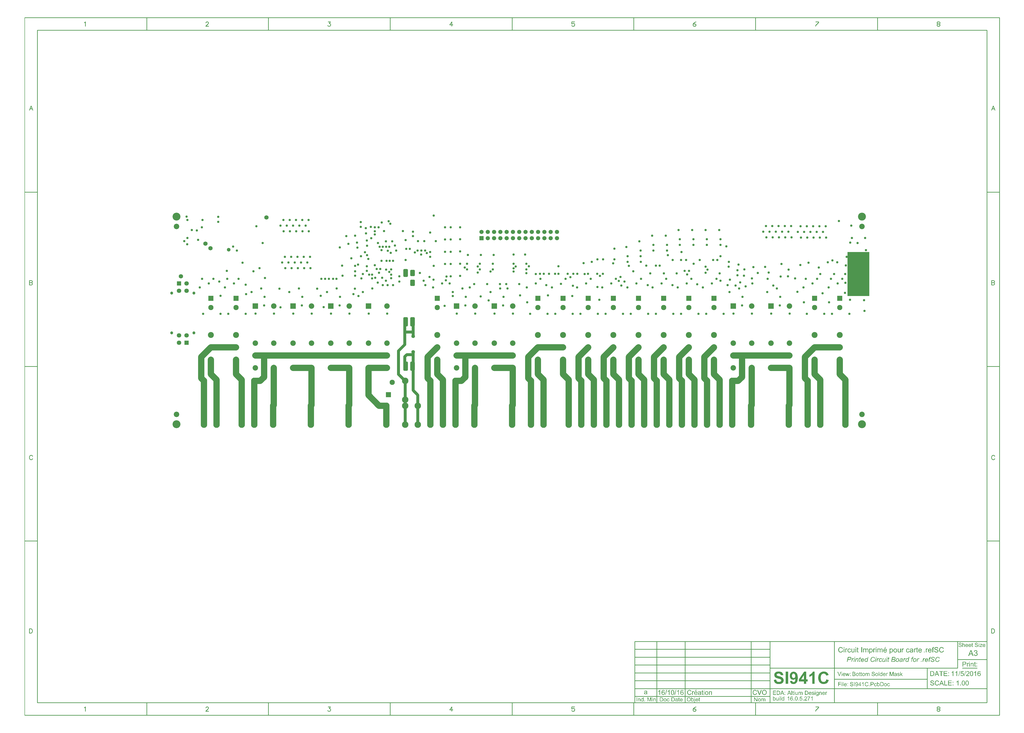
<source format=gbs>
G04 Layer_Color=16711935*
%FSLAX25Y25*%
%MOIN*%
G70*
G01*
G75*
%ADD38C,0.01000*%
%ADD40C,0.04500*%
%ADD41C,0.10000*%
%ADD51C,0.00500*%
%ADD99R,0.35000X0.70000*%
%ADD123R,0.08674X0.08674*%
%ADD124C,0.08674*%
%ADD125C,0.10300*%
%ADD126C,0.09461*%
%ADD127C,0.08280*%
%ADD128R,0.08280X0.08280*%
%ADD129C,0.04737*%
%ADD130R,0.07099X0.07099*%
%ADD131C,0.07099*%
%ADD132C,0.08674*%
%ADD133C,0.12611*%
%ADD134R,0.08300X0.08300*%
%ADD135C,0.08300*%
%ADD136R,0.06699X0.06699*%
%ADD137C,0.06699*%
%ADD138C,0.03700*%
%ADD139C,0.06800*%
%ADD140C,0.05800*%
%ADD141C,0.05000*%
G04:AMPARAMS|DCode=142|XSize=145.79mil|YSize=74.53mil|CornerRadius=17.31mil|HoleSize=0mil|Usage=FLASHONLY|Rotation=90.000|XOffset=0mil|YOffset=0mil|HoleType=Round|Shape=RoundedRectangle|*
%AMROUNDEDRECTD142*
21,1,0.14579,0.03992,0,0,90.0*
21,1,0.11118,0.07453,0,0,90.0*
1,1,0.03461,0.01996,0.05559*
1,1,0.03461,0.01996,-0.05559*
1,1,0.03461,-0.01996,-0.05559*
1,1,0.03461,-0.01996,0.05559*
%
%ADD142ROUNDEDRECTD142*%
G04:AMPARAMS|DCode=143|XSize=102.49mil|YSize=74.53mil|CornerRadius=17.31mil|HoleSize=0mil|Usage=FLASHONLY|Rotation=90.000|XOffset=0mil|YOffset=0mil|HoleType=Round|Shape=RoundedRectangle|*
%AMROUNDEDRECTD143*
21,1,0.10249,0.03992,0,0,90.0*
21,1,0.06787,0.07453,0,0,90.0*
1,1,0.03461,0.01996,0.03394*
1,1,0.03461,0.01996,-0.03394*
1,1,0.03461,-0.01996,-0.03394*
1,1,0.03461,-0.01996,0.03394*
%
%ADD143ROUNDEDRECTD143*%
G04:AMPARAMS|DCode=144|XSize=126.11mil|YSize=74.53mil|CornerRadius=17.31mil|HoleSize=0mil|Usage=FLASHONLY|Rotation=90.000|XOffset=0mil|YOffset=0mil|HoleType=Round|Shape=RoundedRectangle|*
%AMROUNDEDRECTD144*
21,1,0.12611,0.03992,0,0,90.0*
21,1,0.09150,0.07453,0,0,90.0*
1,1,0.03461,0.01996,0.04575*
1,1,0.03461,0.01996,-0.04575*
1,1,0.03461,-0.01996,-0.04575*
1,1,0.03461,-0.01996,0.04575*
%
%ADD144ROUNDEDRECTD144*%
G36*
X1263962Y-372636D02*
X1263171D01*
Y-371738D01*
X1263962D01*
Y-372636D01*
D02*
G37*
G36*
X1259687Y-371640D02*
X1259755D01*
X1259921Y-371660D01*
X1260116Y-371689D01*
X1260331Y-371728D01*
X1260546Y-371786D01*
X1260751Y-371865D01*
X1260760D01*
X1260770Y-371874D01*
X1260800Y-371884D01*
X1260839Y-371904D01*
X1260936Y-371962D01*
X1261063Y-372030D01*
X1261200Y-372128D01*
X1261336Y-372245D01*
X1261473Y-372382D01*
X1261590Y-372538D01*
X1261600Y-372557D01*
X1261639Y-372616D01*
X1261688Y-372714D01*
X1261736Y-372831D01*
X1261795Y-372977D01*
X1261854Y-373153D01*
X1261893Y-373338D01*
X1261912Y-373543D01*
X1261102Y-373602D01*
Y-373592D01*
Y-373573D01*
X1261092Y-373543D01*
X1261083Y-373504D01*
X1261063Y-373397D01*
X1261024Y-373260D01*
X1260966Y-373114D01*
X1260887Y-372967D01*
X1260780Y-372821D01*
X1260653Y-372694D01*
X1260634Y-372684D01*
X1260585Y-372645D01*
X1260497Y-372597D01*
X1260380Y-372538D01*
X1260224Y-372479D01*
X1260028Y-372431D01*
X1259804Y-372392D01*
X1259540Y-372382D01*
X1259414D01*
X1259355Y-372392D01*
X1259277D01*
X1259111Y-372421D01*
X1258926Y-372450D01*
X1258740Y-372499D01*
X1258564Y-372567D01*
X1258486Y-372616D01*
X1258418Y-372665D01*
X1258408Y-372675D01*
X1258369Y-372714D01*
X1258311Y-372772D01*
X1258252Y-372860D01*
X1258184Y-372958D01*
X1258135Y-373075D01*
X1258096Y-373202D01*
X1258076Y-373348D01*
Y-373368D01*
Y-373407D01*
X1258086Y-373475D01*
X1258106Y-373553D01*
X1258135Y-373641D01*
X1258184Y-373739D01*
X1258242Y-373826D01*
X1258321Y-373914D01*
X1258330Y-373924D01*
X1258379Y-373953D01*
X1258408Y-373973D01*
X1258447Y-374002D01*
X1258506Y-374022D01*
X1258574Y-374051D01*
X1258652Y-374090D01*
X1258740Y-374129D01*
X1258838Y-374158D01*
X1258955Y-374197D01*
X1259091Y-374246D01*
X1259238Y-374285D01*
X1259404Y-374324D01*
X1259589Y-374373D01*
X1259599D01*
X1259638Y-374383D01*
X1259687Y-374392D01*
X1259755Y-374412D01*
X1259843Y-374431D01*
X1259941Y-374461D01*
X1260155Y-374510D01*
X1260390Y-374578D01*
X1260624Y-374646D01*
X1260741Y-374675D01*
X1260839Y-374714D01*
X1260936Y-374753D01*
X1261014Y-374783D01*
X1261024D01*
X1261043Y-374793D01*
X1261063Y-374812D01*
X1261102Y-374832D01*
X1261200Y-374890D01*
X1261327Y-374958D01*
X1261463Y-375056D01*
X1261600Y-375173D01*
X1261727Y-375300D01*
X1261834Y-375437D01*
X1261844Y-375456D01*
X1261873Y-375505D01*
X1261922Y-375583D01*
X1261971Y-375700D01*
X1262020Y-375827D01*
X1262068Y-375983D01*
X1262098Y-376159D01*
X1262107Y-376344D01*
Y-376354D01*
Y-376364D01*
Y-376393D01*
Y-376432D01*
X1262088Y-376530D01*
X1262068Y-376657D01*
X1262039Y-376803D01*
X1261981Y-376969D01*
X1261912Y-377145D01*
X1261815Y-377311D01*
X1261805Y-377330D01*
X1261756Y-377389D01*
X1261697Y-377467D01*
X1261600Y-377564D01*
X1261483Y-377681D01*
X1261336Y-377799D01*
X1261161Y-377906D01*
X1260966Y-378013D01*
X1260956D01*
X1260936Y-378023D01*
X1260907Y-378033D01*
X1260868Y-378052D01*
X1260819Y-378072D01*
X1260760Y-378091D01*
X1260604Y-378131D01*
X1260429Y-378179D01*
X1260214Y-378218D01*
X1259989Y-378248D01*
X1259736Y-378257D01*
X1259589D01*
X1259521Y-378248D01*
X1259433D01*
X1259336Y-378238D01*
X1259228Y-378228D01*
X1259004Y-378199D01*
X1258760Y-378150D01*
X1258516Y-378091D01*
X1258282Y-378013D01*
X1258272D01*
X1258252Y-378004D01*
X1258223Y-377984D01*
X1258184Y-377965D01*
X1258076Y-377906D01*
X1257950Y-377818D01*
X1257793Y-377711D01*
X1257647Y-377584D01*
X1257491Y-377428D01*
X1257354Y-377252D01*
Y-377242D01*
X1257345Y-377233D01*
X1257325Y-377203D01*
X1257306Y-377164D01*
X1257276Y-377115D01*
X1257247Y-377057D01*
X1257188Y-376910D01*
X1257130Y-376745D01*
X1257071Y-376540D01*
X1257032Y-376325D01*
X1257013Y-376091D01*
X1257813Y-376022D01*
Y-376032D01*
Y-376042D01*
X1257823Y-376100D01*
X1257842Y-376188D01*
X1257862Y-376305D01*
X1257901Y-376432D01*
X1257940Y-376569D01*
X1257998Y-376696D01*
X1258067Y-376823D01*
X1258076Y-376832D01*
X1258106Y-376871D01*
X1258155Y-376930D01*
X1258233Y-376998D01*
X1258321Y-377076D01*
X1258428Y-377164D01*
X1258564Y-377242D01*
X1258711Y-377320D01*
X1258721D01*
X1258730Y-377330D01*
X1258789Y-377350D01*
X1258877Y-377379D01*
X1259004Y-377408D01*
X1259140Y-377447D01*
X1259316Y-377477D01*
X1259501Y-377496D01*
X1259697Y-377506D01*
X1259775D01*
X1259872Y-377496D01*
X1259980Y-377486D01*
X1260116Y-377477D01*
X1260253Y-377447D01*
X1260399Y-377418D01*
X1260546Y-377369D01*
X1260565Y-377359D01*
X1260604Y-377340D01*
X1260673Y-377311D01*
X1260751Y-377262D01*
X1260848Y-377203D01*
X1260936Y-377135D01*
X1261024Y-377057D01*
X1261102Y-376969D01*
X1261112Y-376959D01*
X1261131Y-376920D01*
X1261161Y-376871D01*
X1261200Y-376803D01*
X1261229Y-376725D01*
X1261258Y-376627D01*
X1261278Y-376530D01*
X1261287Y-376423D01*
Y-376413D01*
Y-376374D01*
X1261278Y-376315D01*
X1261268Y-376247D01*
X1261248Y-376159D01*
X1261209Y-376071D01*
X1261170Y-375983D01*
X1261112Y-375895D01*
X1261102Y-375886D01*
X1261083Y-375856D01*
X1261034Y-375817D01*
X1260975Y-375759D01*
X1260897Y-375700D01*
X1260800Y-375642D01*
X1260673Y-375573D01*
X1260536Y-375515D01*
X1260526Y-375505D01*
X1260487Y-375495D01*
X1260409Y-375476D01*
X1260360Y-375456D01*
X1260302Y-375437D01*
X1260224Y-375417D01*
X1260146Y-375398D01*
X1260048Y-375368D01*
X1259950Y-375339D01*
X1259833Y-375310D01*
X1259697Y-375281D01*
X1259550Y-375241D01*
X1259394Y-375202D01*
X1259384D01*
X1259355Y-375193D01*
X1259306Y-375183D01*
X1259248Y-375163D01*
X1259179Y-375144D01*
X1259101Y-375124D01*
X1258916Y-375076D01*
X1258711Y-375007D01*
X1258506Y-374939D01*
X1258321Y-374871D01*
X1258233Y-374841D01*
X1258164Y-374802D01*
X1258155D01*
X1258145Y-374793D01*
X1258086Y-374753D01*
X1258008Y-374705D01*
X1257911Y-374636D01*
X1257793Y-374549D01*
X1257686Y-374451D01*
X1257579Y-374334D01*
X1257481Y-374207D01*
X1257471Y-374187D01*
X1257442Y-374139D01*
X1257413Y-374070D01*
X1257374Y-373973D01*
X1257325Y-373856D01*
X1257296Y-373719D01*
X1257266Y-373563D01*
X1257257Y-373407D01*
Y-373397D01*
Y-373387D01*
Y-373358D01*
Y-373319D01*
X1257276Y-373231D01*
X1257296Y-373114D01*
X1257325Y-372967D01*
X1257374Y-372821D01*
X1257442Y-372655D01*
X1257530Y-372499D01*
Y-372489D01*
X1257540Y-372479D01*
X1257579Y-372431D01*
X1257647Y-372353D01*
X1257735Y-372255D01*
X1257842Y-372157D01*
X1257979Y-372050D01*
X1258145Y-371943D01*
X1258330Y-371855D01*
X1258340D01*
X1258350Y-371845D01*
X1258379Y-371835D01*
X1258428Y-371816D01*
X1258477Y-371806D01*
X1258535Y-371786D01*
X1258672Y-371738D01*
X1258848Y-371699D01*
X1259043Y-371669D01*
X1259267Y-371640D01*
X1259501Y-371630D01*
X1259619D01*
X1259687Y-371640D01*
D02*
G37*
G36*
X1233803D02*
X1233872D01*
X1234038Y-371660D01*
X1234233Y-371689D01*
X1234447Y-371728D01*
X1234662Y-371786D01*
X1234867Y-371865D01*
X1234877D01*
X1234887Y-371874D01*
X1234916Y-371884D01*
X1234955Y-371904D01*
X1235053Y-371962D01*
X1235180Y-372030D01*
X1235316Y-372128D01*
X1235453Y-372245D01*
X1235590Y-372382D01*
X1235707Y-372538D01*
X1235716Y-372557D01*
X1235755Y-372616D01*
X1235804Y-372714D01*
X1235853Y-372831D01*
X1235911Y-372977D01*
X1235970Y-373153D01*
X1236009Y-373338D01*
X1236029Y-373543D01*
X1235219Y-373602D01*
Y-373592D01*
Y-373573D01*
X1235209Y-373543D01*
X1235199Y-373504D01*
X1235180Y-373397D01*
X1235141Y-373260D01*
X1235082Y-373114D01*
X1235004Y-372967D01*
X1234896Y-372821D01*
X1234770Y-372694D01*
X1234750Y-372684D01*
X1234701Y-372645D01*
X1234614Y-372597D01*
X1234496Y-372538D01*
X1234340Y-372479D01*
X1234145Y-372431D01*
X1233920Y-372392D01*
X1233657Y-372382D01*
X1233530D01*
X1233471Y-372392D01*
X1233393D01*
X1233228Y-372421D01*
X1233042Y-372450D01*
X1232857Y-372499D01*
X1232681Y-372567D01*
X1232603Y-372616D01*
X1232535Y-372665D01*
X1232525Y-372675D01*
X1232486Y-372714D01*
X1232427Y-372772D01*
X1232369Y-372860D01*
X1232300Y-372958D01*
X1232251Y-373075D01*
X1232213Y-373202D01*
X1232193Y-373348D01*
Y-373368D01*
Y-373407D01*
X1232203Y-373475D01*
X1232222Y-373553D01*
X1232251Y-373641D01*
X1232300Y-373739D01*
X1232359Y-373826D01*
X1232437Y-373914D01*
X1232447Y-373924D01*
X1232495Y-373953D01*
X1232525Y-373973D01*
X1232564Y-374002D01*
X1232622Y-374022D01*
X1232691Y-374051D01*
X1232769Y-374090D01*
X1232857Y-374129D01*
X1232954Y-374158D01*
X1233071Y-374197D01*
X1233208Y-374246D01*
X1233354Y-374285D01*
X1233520Y-374324D01*
X1233706Y-374373D01*
X1233716D01*
X1233755Y-374383D01*
X1233803Y-374392D01*
X1233872Y-374412D01*
X1233959Y-374431D01*
X1234057Y-374461D01*
X1234272Y-374510D01*
X1234506Y-374578D01*
X1234740Y-374646D01*
X1234857Y-374675D01*
X1234955Y-374714D01*
X1235053Y-374753D01*
X1235131Y-374783D01*
X1235141D01*
X1235160Y-374793D01*
X1235180Y-374812D01*
X1235219Y-374832D01*
X1235316Y-374890D01*
X1235443Y-374958D01*
X1235580Y-375056D01*
X1235716Y-375173D01*
X1235843Y-375300D01*
X1235951Y-375437D01*
X1235960Y-375456D01*
X1235990Y-375505D01*
X1236038Y-375583D01*
X1236087Y-375700D01*
X1236136Y-375827D01*
X1236185Y-375983D01*
X1236214Y-376159D01*
X1236224Y-376344D01*
Y-376354D01*
Y-376364D01*
Y-376393D01*
Y-376432D01*
X1236204Y-376530D01*
X1236185Y-376657D01*
X1236156Y-376803D01*
X1236097Y-376969D01*
X1236029Y-377145D01*
X1235931Y-377311D01*
X1235921Y-377330D01*
X1235872Y-377389D01*
X1235814Y-377467D01*
X1235716Y-377564D01*
X1235599Y-377681D01*
X1235453Y-377799D01*
X1235277Y-377906D01*
X1235082Y-378013D01*
X1235072D01*
X1235053Y-378023D01*
X1235023Y-378033D01*
X1234984Y-378052D01*
X1234935Y-378072D01*
X1234877Y-378091D01*
X1234721Y-378131D01*
X1234545Y-378179D01*
X1234330Y-378218D01*
X1234106Y-378248D01*
X1233852Y-378257D01*
X1233706D01*
X1233637Y-378248D01*
X1233550D01*
X1233452Y-378238D01*
X1233345Y-378228D01*
X1233120Y-378199D01*
X1232876Y-378150D01*
X1232632Y-378091D01*
X1232398Y-378013D01*
X1232388D01*
X1232369Y-378004D01*
X1232339Y-377984D01*
X1232300Y-377965D01*
X1232193Y-377906D01*
X1232066Y-377818D01*
X1231910Y-377711D01*
X1231763Y-377584D01*
X1231607Y-377428D01*
X1231471Y-377252D01*
Y-377242D01*
X1231461Y-377233D01*
X1231441Y-377203D01*
X1231422Y-377164D01*
X1231393Y-377115D01*
X1231363Y-377057D01*
X1231305Y-376910D01*
X1231246Y-376745D01*
X1231188Y-376540D01*
X1231149Y-376325D01*
X1231129Y-376091D01*
X1231929Y-376022D01*
Y-376032D01*
Y-376042D01*
X1231939Y-376100D01*
X1231959Y-376188D01*
X1231978Y-376305D01*
X1232017Y-376432D01*
X1232056Y-376569D01*
X1232115Y-376696D01*
X1232183Y-376823D01*
X1232193Y-376832D01*
X1232222Y-376871D01*
X1232271Y-376930D01*
X1232349Y-376998D01*
X1232437Y-377076D01*
X1232544Y-377164D01*
X1232681Y-377242D01*
X1232827Y-377320D01*
X1232837D01*
X1232847Y-377330D01*
X1232905Y-377350D01*
X1232993Y-377379D01*
X1233120Y-377408D01*
X1233257Y-377447D01*
X1233432Y-377477D01*
X1233618Y-377496D01*
X1233813Y-377506D01*
X1233891D01*
X1233989Y-377496D01*
X1234096Y-377486D01*
X1234233Y-377477D01*
X1234369Y-377447D01*
X1234516Y-377418D01*
X1234662Y-377369D01*
X1234682Y-377359D01*
X1234721Y-377340D01*
X1234789Y-377311D01*
X1234867Y-377262D01*
X1234965Y-377203D01*
X1235053Y-377135D01*
X1235141Y-377057D01*
X1235219Y-376969D01*
X1235228Y-376959D01*
X1235248Y-376920D01*
X1235277Y-376871D01*
X1235316Y-376803D01*
X1235345Y-376725D01*
X1235375Y-376627D01*
X1235394Y-376530D01*
X1235404Y-376423D01*
Y-376413D01*
Y-376374D01*
X1235394Y-376315D01*
X1235384Y-376247D01*
X1235365Y-376159D01*
X1235326Y-376071D01*
X1235287Y-375983D01*
X1235228Y-375895D01*
X1235219Y-375886D01*
X1235199Y-375856D01*
X1235150Y-375817D01*
X1235092Y-375759D01*
X1235014Y-375700D01*
X1234916Y-375642D01*
X1234789Y-375573D01*
X1234653Y-375515D01*
X1234643Y-375505D01*
X1234604Y-375495D01*
X1234526Y-375476D01*
X1234477Y-375456D01*
X1234418Y-375437D01*
X1234340Y-375417D01*
X1234262Y-375398D01*
X1234165Y-375368D01*
X1234067Y-375339D01*
X1233950Y-375310D01*
X1233813Y-375281D01*
X1233667Y-375241D01*
X1233511Y-375202D01*
X1233501D01*
X1233471Y-375193D01*
X1233423Y-375183D01*
X1233364Y-375163D01*
X1233296Y-375144D01*
X1233218Y-375124D01*
X1233032Y-375076D01*
X1232827Y-375007D01*
X1232622Y-374939D01*
X1232437Y-374871D01*
X1232349Y-374841D01*
X1232281Y-374802D01*
X1232271D01*
X1232261Y-374793D01*
X1232203Y-374753D01*
X1232125Y-374705D01*
X1232027Y-374636D01*
X1231910Y-374549D01*
X1231803Y-374451D01*
X1231695Y-374334D01*
X1231598Y-374207D01*
X1231588Y-374187D01*
X1231559Y-374139D01*
X1231529Y-374070D01*
X1231490Y-373973D01*
X1231441Y-373856D01*
X1231412Y-373719D01*
X1231383Y-373563D01*
X1231373Y-373407D01*
Y-373397D01*
Y-373387D01*
Y-373358D01*
Y-373319D01*
X1231393Y-373231D01*
X1231412Y-373114D01*
X1231441Y-372967D01*
X1231490Y-372821D01*
X1231559Y-372655D01*
X1231646Y-372499D01*
Y-372489D01*
X1231656Y-372479D01*
X1231695Y-372431D01*
X1231763Y-372353D01*
X1231851Y-372255D01*
X1231959Y-372157D01*
X1232095Y-372050D01*
X1232261Y-371943D01*
X1232447Y-371855D01*
X1232456D01*
X1232466Y-371845D01*
X1232495Y-371835D01*
X1232544Y-371816D01*
X1232593Y-371806D01*
X1232652Y-371786D01*
X1232788Y-371738D01*
X1232964Y-371699D01*
X1233159Y-371669D01*
X1233384Y-371640D01*
X1233618Y-371630D01*
X1233735D01*
X1233803Y-371640D01*
D02*
G37*
G36*
X1268705Y-374022D02*
X1266187Y-376979D01*
X1265699Y-377525D01*
X1265748D01*
X1265787Y-377516D01*
X1265894Y-377506D01*
X1266021Y-377496D01*
X1266177D01*
X1266343Y-377486D01*
X1266695Y-377477D01*
X1268842D01*
Y-378150D01*
X1264733D01*
Y-377516D01*
X1267690Y-374109D01*
X1267602D01*
X1267514Y-374119D01*
X1267387D01*
X1267251Y-374129D01*
X1267105D01*
X1266948Y-374139D01*
X1264909D01*
Y-373504D01*
X1268705D01*
Y-374022D01*
D02*
G37*
G36*
X1263962Y-378150D02*
X1263171D01*
Y-373504D01*
X1263962D01*
Y-378150D01*
D02*
G37*
G36*
X1238068Y-374031D02*
X1238078Y-374022D01*
X1238098Y-374002D01*
X1238127Y-373973D01*
X1238166Y-373934D01*
X1238225Y-373885D01*
X1238283Y-373826D01*
X1238361Y-373778D01*
X1238449Y-373709D01*
X1238547Y-373651D01*
X1238644Y-373602D01*
X1238888Y-373495D01*
X1239015Y-373455D01*
X1239152Y-373426D01*
X1239298Y-373407D01*
X1239454Y-373397D01*
X1239542D01*
X1239640Y-373407D01*
X1239757Y-373426D01*
X1239894Y-373446D01*
X1240040Y-373485D01*
X1240196Y-373534D01*
X1240343Y-373602D01*
X1240362Y-373612D01*
X1240401Y-373641D01*
X1240469Y-373690D01*
X1240557Y-373748D01*
X1240645Y-373826D01*
X1240733Y-373924D01*
X1240821Y-374041D01*
X1240889Y-374168D01*
X1240899Y-374187D01*
X1240918Y-374236D01*
X1240938Y-374314D01*
X1240977Y-374431D01*
X1241006Y-374578D01*
X1241026Y-374763D01*
X1241045Y-374968D01*
X1241055Y-375212D01*
Y-378150D01*
X1240265D01*
Y-375202D01*
Y-375193D01*
Y-375173D01*
Y-375144D01*
Y-375105D01*
X1240255Y-375007D01*
X1240235Y-374871D01*
X1240196Y-374734D01*
X1240157Y-374597D01*
X1240089Y-374461D01*
X1240001Y-374344D01*
X1239991Y-374334D01*
X1239952Y-374305D01*
X1239894Y-374256D01*
X1239816Y-374207D01*
X1239718Y-374158D01*
X1239591Y-374109D01*
X1239454Y-374080D01*
X1239289Y-374070D01*
X1239230D01*
X1239162Y-374080D01*
X1239074Y-374090D01*
X1238976Y-374119D01*
X1238859Y-374148D01*
X1238742Y-374197D01*
X1238625Y-374256D01*
X1238615Y-374266D01*
X1238576Y-374285D01*
X1238527Y-374334D01*
X1238459Y-374383D01*
X1238391Y-374461D01*
X1238313Y-374539D01*
X1238254Y-374646D01*
X1238195Y-374753D01*
X1238186Y-374763D01*
X1238176Y-374812D01*
X1238156Y-374880D01*
X1238137Y-374978D01*
X1238107Y-375105D01*
X1238088Y-375251D01*
X1238078Y-375417D01*
X1238068Y-375612D01*
Y-378150D01*
X1237278D01*
Y-371738D01*
X1238068D01*
Y-374031D01*
D02*
G37*
G36*
X1253138Y-373504D02*
X1253928D01*
Y-374119D01*
X1253138D01*
Y-376842D01*
Y-376852D01*
Y-376891D01*
Y-376950D01*
X1253148Y-377018D01*
X1253158Y-377164D01*
X1253167Y-377223D01*
X1253177Y-377272D01*
X1253187Y-377291D01*
X1253206Y-377330D01*
X1253245Y-377379D01*
X1253304Y-377428D01*
X1253323Y-377437D01*
X1253372Y-377447D01*
X1253460Y-377467D01*
X1253577Y-377477D01*
X1253675D01*
X1253724Y-377467D01*
X1253782D01*
X1253928Y-377447D01*
X1254036Y-378140D01*
X1254016D01*
X1253977Y-378150D01*
X1253919Y-378160D01*
X1253831Y-378169D01*
X1253743Y-378189D01*
X1253645Y-378199D01*
X1253440Y-378209D01*
X1253372D01*
X1253294Y-378199D01*
X1253197Y-378189D01*
X1253089Y-378179D01*
X1252972Y-378150D01*
X1252865Y-378121D01*
X1252767Y-378082D01*
X1252757Y-378072D01*
X1252728Y-378052D01*
X1252689Y-378023D01*
X1252640Y-377984D01*
X1252582Y-377935D01*
X1252533Y-377877D01*
X1252474Y-377808D01*
X1252435Y-377730D01*
Y-377721D01*
X1252425Y-377681D01*
X1252406Y-377623D01*
X1252396Y-377525D01*
X1252377Y-377398D01*
X1252367Y-377330D01*
X1252357Y-377242D01*
Y-377145D01*
X1252347Y-377037D01*
Y-376920D01*
Y-376793D01*
Y-374119D01*
X1251762D01*
Y-373504D01*
X1252347D01*
Y-372362D01*
X1253138Y-371884D01*
Y-373504D01*
D02*
G37*
G36*
X1271692Y-373407D02*
X1271770Y-373416D01*
X1271867Y-373426D01*
X1271965Y-373446D01*
X1272082Y-373475D01*
X1272316Y-373553D01*
X1272443Y-373602D01*
X1272570Y-373670D01*
X1272697Y-373739D01*
X1272824Y-373826D01*
X1272941Y-373924D01*
X1273058Y-374041D01*
X1273068Y-374051D01*
X1273087Y-374070D01*
X1273117Y-374109D01*
X1273156Y-374158D01*
X1273195Y-374226D01*
X1273244Y-374305D01*
X1273302Y-374392D01*
X1273361Y-374500D01*
X1273409Y-374627D01*
X1273468Y-374753D01*
X1273517Y-374900D01*
X1273566Y-375066D01*
X1273595Y-375232D01*
X1273624Y-375417D01*
X1273644Y-375612D01*
X1273653Y-375827D01*
Y-375837D01*
Y-375876D01*
Y-375944D01*
X1273644Y-376032D01*
X1270189D01*
Y-376042D01*
Y-376061D01*
X1270198Y-376110D01*
Y-376159D01*
X1270208Y-376227D01*
X1270218Y-376296D01*
X1270257Y-376471D01*
X1270315Y-376657D01*
X1270384Y-376852D01*
X1270491Y-377047D01*
X1270618Y-377213D01*
X1270638Y-377233D01*
X1270686Y-377272D01*
X1270774Y-377340D01*
X1270882Y-377408D01*
X1271028Y-377486D01*
X1271194Y-377555D01*
X1271379Y-377594D01*
X1271584Y-377613D01*
X1271662D01*
X1271741Y-377603D01*
X1271838Y-377584D01*
X1271955Y-377555D01*
X1272082Y-377516D01*
X1272209Y-377467D01*
X1272326Y-377389D01*
X1272336Y-377379D01*
X1272375Y-377340D01*
X1272433Y-377291D01*
X1272502Y-377203D01*
X1272580Y-377106D01*
X1272658Y-376979D01*
X1272736Y-376823D01*
X1272814Y-376647D01*
X1273624Y-376754D01*
Y-376764D01*
X1273614Y-376784D01*
X1273605Y-376823D01*
X1273585Y-376871D01*
X1273566Y-376930D01*
X1273536Y-376998D01*
X1273458Y-377164D01*
X1273361Y-377340D01*
X1273244Y-377525D01*
X1273087Y-377711D01*
X1272912Y-377867D01*
X1272902D01*
X1272892Y-377887D01*
X1272863Y-377906D01*
X1272814Y-377925D01*
X1272765Y-377955D01*
X1272707Y-377994D01*
X1272638Y-378023D01*
X1272551Y-378062D01*
X1272365Y-378131D01*
X1272131Y-378199D01*
X1271877Y-378238D01*
X1271584Y-378257D01*
X1271487D01*
X1271418Y-378248D01*
X1271331Y-378238D01*
X1271233Y-378228D01*
X1271126Y-378209D01*
X1270999Y-378179D01*
X1270745Y-378101D01*
X1270608Y-378052D01*
X1270481Y-377994D01*
X1270345Y-377925D01*
X1270218Y-377838D01*
X1270091Y-377740D01*
X1269974Y-377633D01*
X1269964Y-377623D01*
X1269945Y-377603D01*
X1269915Y-377564D01*
X1269886Y-377516D01*
X1269837Y-377457D01*
X1269788Y-377379D01*
X1269730Y-377281D01*
X1269681Y-377174D01*
X1269623Y-377057D01*
X1269564Y-376930D01*
X1269515Y-376784D01*
X1269476Y-376627D01*
X1269437Y-376462D01*
X1269408Y-376276D01*
X1269388Y-376081D01*
X1269379Y-375876D01*
Y-375866D01*
Y-375827D01*
Y-375759D01*
X1269388Y-375681D01*
X1269398Y-375583D01*
X1269408Y-375466D01*
X1269427Y-375339D01*
X1269457Y-375202D01*
X1269525Y-374910D01*
X1269574Y-374763D01*
X1269632Y-374607D01*
X1269701Y-374461D01*
X1269779Y-374314D01*
X1269867Y-374178D01*
X1269974Y-374051D01*
X1269984Y-374041D01*
X1270003Y-374022D01*
X1270033Y-373992D01*
X1270081Y-373943D01*
X1270140Y-373895D01*
X1270218Y-373846D01*
X1270296Y-373787D01*
X1270394Y-373719D01*
X1270501Y-373660D01*
X1270618Y-373602D01*
X1270745Y-373553D01*
X1270891Y-373495D01*
X1271038Y-373455D01*
X1271194Y-373426D01*
X1271360Y-373407D01*
X1271535Y-373397D01*
X1271623D01*
X1271692Y-373407D01*
D02*
G37*
G36*
X1249292D02*
X1249371Y-373416D01*
X1249468Y-373426D01*
X1249566Y-373446D01*
X1249683Y-373475D01*
X1249917Y-373553D01*
X1250044Y-373602D01*
X1250171Y-373670D01*
X1250298Y-373739D01*
X1250425Y-373826D01*
X1250542Y-373924D01*
X1250659Y-374041D01*
X1250669Y-374051D01*
X1250688Y-374070D01*
X1250717Y-374109D01*
X1250756Y-374158D01*
X1250795Y-374226D01*
X1250844Y-374305D01*
X1250903Y-374392D01*
X1250961Y-374500D01*
X1251010Y-374627D01*
X1251069Y-374753D01*
X1251118Y-374900D01*
X1251166Y-375066D01*
X1251196Y-375232D01*
X1251225Y-375417D01*
X1251245Y-375612D01*
X1251254Y-375827D01*
Y-375837D01*
Y-375876D01*
Y-375944D01*
X1251245Y-376032D01*
X1247789D01*
Y-376042D01*
Y-376061D01*
X1247799Y-376110D01*
Y-376159D01*
X1247809Y-376227D01*
X1247819Y-376296D01*
X1247858Y-376471D01*
X1247916Y-376657D01*
X1247985Y-376852D01*
X1248092Y-377047D01*
X1248219Y-377213D01*
X1248238Y-377233D01*
X1248287Y-377272D01*
X1248375Y-377340D01*
X1248482Y-377408D01*
X1248629Y-377486D01*
X1248795Y-377555D01*
X1248980Y-377594D01*
X1249185Y-377613D01*
X1249263D01*
X1249341Y-377603D01*
X1249439Y-377584D01*
X1249556Y-377555D01*
X1249683Y-377516D01*
X1249810Y-377467D01*
X1249927Y-377389D01*
X1249937Y-377379D01*
X1249976Y-377340D01*
X1250034Y-377291D01*
X1250103Y-377203D01*
X1250181Y-377106D01*
X1250259Y-376979D01*
X1250337Y-376823D01*
X1250415Y-376647D01*
X1251225Y-376754D01*
Y-376764D01*
X1251215Y-376784D01*
X1251206Y-376823D01*
X1251186Y-376871D01*
X1251166Y-376930D01*
X1251137Y-376998D01*
X1251059Y-377164D01*
X1250961Y-377340D01*
X1250844Y-377525D01*
X1250688Y-377711D01*
X1250513Y-377867D01*
X1250503D01*
X1250493Y-377887D01*
X1250464Y-377906D01*
X1250415Y-377925D01*
X1250366Y-377955D01*
X1250307Y-377994D01*
X1250239Y-378023D01*
X1250151Y-378062D01*
X1249966Y-378131D01*
X1249732Y-378199D01*
X1249478Y-378238D01*
X1249185Y-378257D01*
X1249088D01*
X1249019Y-378248D01*
X1248931Y-378238D01*
X1248834Y-378228D01*
X1248726Y-378209D01*
X1248600Y-378179D01*
X1248346Y-378101D01*
X1248209Y-378052D01*
X1248082Y-377994D01*
X1247946Y-377925D01*
X1247819Y-377838D01*
X1247692Y-377740D01*
X1247575Y-377633D01*
X1247565Y-377623D01*
X1247545Y-377603D01*
X1247516Y-377564D01*
X1247487Y-377516D01*
X1247438Y-377457D01*
X1247389Y-377379D01*
X1247331Y-377281D01*
X1247282Y-377174D01*
X1247223Y-377057D01*
X1247165Y-376930D01*
X1247116Y-376784D01*
X1247077Y-376627D01*
X1247038Y-376462D01*
X1247009Y-376276D01*
X1246989Y-376081D01*
X1246979Y-375876D01*
Y-375866D01*
Y-375827D01*
Y-375759D01*
X1246989Y-375681D01*
X1246999Y-375583D01*
X1247009Y-375466D01*
X1247028Y-375339D01*
X1247058Y-375202D01*
X1247126Y-374910D01*
X1247175Y-374763D01*
X1247233Y-374607D01*
X1247301Y-374461D01*
X1247379Y-374314D01*
X1247467Y-374178D01*
X1247575Y-374051D01*
X1247585Y-374041D01*
X1247604Y-374022D01*
X1247633Y-373992D01*
X1247682Y-373943D01*
X1247741Y-373895D01*
X1247819Y-373846D01*
X1247897Y-373787D01*
X1247994Y-373719D01*
X1248102Y-373660D01*
X1248219Y-373602D01*
X1248346Y-373553D01*
X1248492Y-373495D01*
X1248639Y-373455D01*
X1248795Y-373426D01*
X1248961Y-373407D01*
X1249136Y-373397D01*
X1249224D01*
X1249292Y-373407D01*
D02*
G37*
G36*
X1244315D02*
X1244393Y-373416D01*
X1244491Y-373426D01*
X1244588Y-373446D01*
X1244705Y-373475D01*
X1244940Y-373553D01*
X1245066Y-373602D01*
X1245193Y-373670D01*
X1245320Y-373739D01*
X1245447Y-373826D01*
X1245564Y-373924D01*
X1245681Y-374041D01*
X1245691Y-374051D01*
X1245711Y-374070D01*
X1245740Y-374109D01*
X1245779Y-374158D01*
X1245818Y-374226D01*
X1245867Y-374305D01*
X1245925Y-374392D01*
X1245984Y-374500D01*
X1246033Y-374627D01*
X1246091Y-374753D01*
X1246140Y-374900D01*
X1246189Y-375066D01*
X1246218Y-375232D01*
X1246247Y-375417D01*
X1246267Y-375612D01*
X1246277Y-375827D01*
Y-375837D01*
Y-375876D01*
Y-375944D01*
X1246267Y-376032D01*
X1242812D01*
Y-376042D01*
Y-376061D01*
X1242822Y-376110D01*
Y-376159D01*
X1242831Y-376227D01*
X1242841Y-376296D01*
X1242880Y-376471D01*
X1242939Y-376657D01*
X1243007Y-376852D01*
X1243114Y-377047D01*
X1243241Y-377213D01*
X1243261Y-377233D01*
X1243310Y-377272D01*
X1243398Y-377340D01*
X1243505Y-377408D01*
X1243651Y-377486D01*
X1243817Y-377555D01*
X1244003Y-377594D01*
X1244207Y-377613D01*
X1244286D01*
X1244364Y-377603D01*
X1244461Y-377584D01*
X1244578Y-377555D01*
X1244705Y-377516D01*
X1244832Y-377467D01*
X1244949Y-377389D01*
X1244959Y-377379D01*
X1244998Y-377340D01*
X1245057Y-377291D01*
X1245125Y-377203D01*
X1245203Y-377106D01*
X1245281Y-376979D01*
X1245359Y-376823D01*
X1245437Y-376647D01*
X1246247Y-376754D01*
Y-376764D01*
X1246238Y-376784D01*
X1246228Y-376823D01*
X1246208Y-376871D01*
X1246189Y-376930D01*
X1246159Y-376998D01*
X1246082Y-377164D01*
X1245984Y-377340D01*
X1245867Y-377525D01*
X1245711Y-377711D01*
X1245535Y-377867D01*
X1245525D01*
X1245515Y-377887D01*
X1245486Y-377906D01*
X1245437Y-377925D01*
X1245389Y-377955D01*
X1245330Y-377994D01*
X1245262Y-378023D01*
X1245174Y-378062D01*
X1244988Y-378131D01*
X1244754Y-378199D01*
X1244500Y-378238D01*
X1244207Y-378257D01*
X1244110D01*
X1244042Y-378248D01*
X1243954Y-378238D01*
X1243856Y-378228D01*
X1243749Y-378209D01*
X1243622Y-378179D01*
X1243368Y-378101D01*
X1243231Y-378052D01*
X1243105Y-377994D01*
X1242968Y-377925D01*
X1242841Y-377838D01*
X1242714Y-377740D01*
X1242597Y-377633D01*
X1242587Y-377623D01*
X1242568Y-377603D01*
X1242539Y-377564D01*
X1242509Y-377516D01*
X1242461Y-377457D01*
X1242412Y-377379D01*
X1242353Y-377281D01*
X1242304Y-377174D01*
X1242246Y-377057D01*
X1242187Y-376930D01*
X1242138Y-376784D01*
X1242099Y-376627D01*
X1242060Y-376462D01*
X1242031Y-376276D01*
X1242012Y-376081D01*
X1242002Y-375876D01*
Y-375866D01*
Y-375827D01*
Y-375759D01*
X1242012Y-375681D01*
X1242021Y-375583D01*
X1242031Y-375466D01*
X1242051Y-375339D01*
X1242080Y-375202D01*
X1242148Y-374910D01*
X1242197Y-374763D01*
X1242255Y-374607D01*
X1242324Y-374461D01*
X1242402Y-374314D01*
X1242490Y-374178D01*
X1242597Y-374051D01*
X1242607Y-374041D01*
X1242626Y-374022D01*
X1242656Y-373992D01*
X1242704Y-373943D01*
X1242763Y-373895D01*
X1242841Y-373846D01*
X1242919Y-373787D01*
X1243017Y-373719D01*
X1243124Y-373660D01*
X1243241Y-373602D01*
X1243368Y-373553D01*
X1243515Y-373495D01*
X1243661Y-373455D01*
X1243817Y-373426D01*
X1243983Y-373407D01*
X1244159Y-373397D01*
X1244247D01*
X1244315Y-373407D01*
D02*
G37*
G36*
X1191611Y-378436D02*
X1191751Y-378449D01*
X1191916Y-378474D01*
X1192093Y-378499D01*
X1192284Y-378537D01*
X1192131Y-379426D01*
X1192118D01*
X1192080Y-379413D01*
X1192017Y-379400D01*
X1191941Y-379387D01*
X1191839D01*
X1191738Y-379375D01*
X1191522Y-379362D01*
X1191446D01*
X1191370Y-379375D01*
X1191268Y-379387D01*
X1191167Y-379413D01*
X1191053Y-379451D01*
X1190951Y-379502D01*
X1190862Y-379565D01*
X1190849Y-379578D01*
X1190837Y-379603D01*
X1190799Y-379654D01*
X1190773Y-379730D01*
X1190735Y-379832D01*
X1190697Y-379971D01*
X1190685Y-380123D01*
X1190672Y-380314D01*
Y-380860D01*
X1191852D01*
Y-381659D01*
X1190685D01*
Y-386900D01*
X1189657D01*
Y-381659D01*
X1188756D01*
Y-380860D01*
X1189657D01*
Y-380225D01*
Y-380212D01*
Y-380200D01*
Y-380123D01*
X1189669Y-380022D01*
Y-379882D01*
X1189682Y-379743D01*
X1189707Y-379591D01*
X1189733Y-379451D01*
X1189771Y-379324D01*
X1189784Y-379311D01*
X1189796Y-379261D01*
X1189834Y-379185D01*
X1189885Y-379096D01*
X1189961Y-378981D01*
X1190050Y-378880D01*
X1190152Y-378778D01*
X1190279Y-378677D01*
X1190291Y-378664D01*
X1190355Y-378639D01*
X1190431Y-378601D01*
X1190558Y-378550D01*
X1190697Y-378499D01*
X1190888Y-378461D01*
X1191091Y-378436D01*
X1191332Y-378423D01*
X1191497D01*
X1191611Y-378436D01*
D02*
G37*
G36*
X1100588Y-379730D02*
X1099560D01*
Y-378563D01*
X1100588D01*
Y-379730D01*
D02*
G37*
G36*
X1068254D02*
X1067226D01*
Y-378563D01*
X1068254D01*
Y-379730D01*
D02*
G37*
G36*
X1049498D02*
X1048470D01*
Y-378563D01*
X1049498D01*
Y-379730D01*
D02*
G37*
G36*
X1114319Y-380111D02*
X1113468D01*
X1114230Y-378525D01*
X1115575D01*
X1114319Y-380111D01*
D02*
G37*
G36*
X1195900Y-378436D02*
X1195989D01*
X1196205Y-378461D01*
X1196459Y-378499D01*
X1196738Y-378550D01*
X1197017Y-378626D01*
X1197283Y-378728D01*
X1197296D01*
X1197309Y-378740D01*
X1197347Y-378753D01*
X1197398Y-378778D01*
X1197525Y-378854D01*
X1197689Y-378943D01*
X1197867Y-379070D01*
X1198045Y-379223D01*
X1198222Y-379400D01*
X1198375Y-379603D01*
X1198387Y-379629D01*
X1198438Y-379705D01*
X1198502Y-379832D01*
X1198565Y-379984D01*
X1198641Y-380174D01*
X1198717Y-380403D01*
X1198768Y-380644D01*
X1198794Y-380910D01*
X1197740Y-380986D01*
Y-380974D01*
Y-380948D01*
X1197727Y-380910D01*
X1197715Y-380860D01*
X1197689Y-380720D01*
X1197639Y-380542D01*
X1197563Y-380352D01*
X1197461Y-380162D01*
X1197321Y-379971D01*
X1197157Y-379806D01*
X1197131Y-379794D01*
X1197068Y-379743D01*
X1196953Y-379679D01*
X1196801Y-379603D01*
X1196598Y-379527D01*
X1196344Y-379464D01*
X1196052Y-379413D01*
X1195710Y-379400D01*
X1195545D01*
X1195469Y-379413D01*
X1195367D01*
X1195151Y-379451D01*
X1194910Y-379489D01*
X1194669Y-379553D01*
X1194441Y-379641D01*
X1194339Y-379705D01*
X1194250Y-379768D01*
X1194238Y-379781D01*
X1194187Y-379832D01*
X1194111Y-379908D01*
X1194035Y-380022D01*
X1193946Y-380149D01*
X1193882Y-380301D01*
X1193832Y-380466D01*
X1193806Y-380657D01*
Y-380682D01*
Y-380733D01*
X1193819Y-380821D01*
X1193844Y-380923D01*
X1193882Y-381037D01*
X1193946Y-381164D01*
X1194022Y-381278D01*
X1194124Y-381393D01*
X1194136Y-381405D01*
X1194200Y-381443D01*
X1194238Y-381469D01*
X1194289Y-381507D01*
X1194365Y-381532D01*
X1194454Y-381570D01*
X1194555Y-381621D01*
X1194669Y-381672D01*
X1194796Y-381710D01*
X1194948Y-381761D01*
X1195126Y-381824D01*
X1195316Y-381875D01*
X1195532Y-381926D01*
X1195773Y-381989D01*
X1195786D01*
X1195837Y-382002D01*
X1195900Y-382014D01*
X1195989Y-382040D01*
X1196103Y-382065D01*
X1196230Y-382103D01*
X1196509Y-382167D01*
X1196814Y-382256D01*
X1197118Y-382344D01*
X1197271Y-382382D01*
X1197398Y-382433D01*
X1197525Y-382484D01*
X1197626Y-382522D01*
X1197639D01*
X1197664Y-382535D01*
X1197689Y-382560D01*
X1197740Y-382585D01*
X1197867Y-382662D01*
X1198032Y-382750D01*
X1198210Y-382877D01*
X1198387Y-383030D01*
X1198552Y-383194D01*
X1198692Y-383372D01*
X1198705Y-383398D01*
X1198743Y-383461D01*
X1198806Y-383562D01*
X1198870Y-383715D01*
X1198933Y-383880D01*
X1198997Y-384083D01*
X1199035Y-384311D01*
X1199047Y-384552D01*
Y-384565D01*
Y-384578D01*
Y-384616D01*
Y-384667D01*
X1199022Y-384793D01*
X1198997Y-384958D01*
X1198958Y-385149D01*
X1198882Y-385365D01*
X1198794Y-385593D01*
X1198667Y-385809D01*
X1198654Y-385834D01*
X1198590Y-385910D01*
X1198514Y-386012D01*
X1198387Y-386139D01*
X1198235Y-386291D01*
X1198045Y-386443D01*
X1197816Y-386583D01*
X1197563Y-386722D01*
X1197550D01*
X1197525Y-386735D01*
X1197486Y-386748D01*
X1197436Y-386773D01*
X1197372Y-386799D01*
X1197296Y-386824D01*
X1197093Y-386875D01*
X1196865Y-386938D01*
X1196585Y-386989D01*
X1196294Y-387027D01*
X1195964Y-387040D01*
X1195773D01*
X1195684Y-387027D01*
X1195570D01*
X1195443Y-387014D01*
X1195304Y-387001D01*
X1195012Y-386964D01*
X1194695Y-386900D01*
X1194377Y-386824D01*
X1194073Y-386722D01*
X1194060D01*
X1194035Y-386710D01*
X1193997Y-386684D01*
X1193946Y-386659D01*
X1193806Y-386583D01*
X1193641Y-386469D01*
X1193438Y-386329D01*
X1193248Y-386164D01*
X1193045Y-385961D01*
X1192867Y-385733D01*
Y-385720D01*
X1192855Y-385707D01*
X1192829Y-385669D01*
X1192804Y-385618D01*
X1192766Y-385555D01*
X1192728Y-385479D01*
X1192651Y-385288D01*
X1192575Y-385073D01*
X1192499Y-384806D01*
X1192449Y-384527D01*
X1192423Y-384222D01*
X1193464Y-384134D01*
Y-384146D01*
Y-384159D01*
X1193476Y-384235D01*
X1193502Y-384349D01*
X1193527Y-384502D01*
X1193578Y-384667D01*
X1193629Y-384844D01*
X1193705Y-385009D01*
X1193794Y-385174D01*
X1193806Y-385187D01*
X1193844Y-385238D01*
X1193908Y-385314D01*
X1194009Y-385403D01*
X1194124Y-385504D01*
X1194263Y-385618D01*
X1194441Y-385720D01*
X1194631Y-385821D01*
X1194644D01*
X1194656Y-385834D01*
X1194733Y-385859D01*
X1194847Y-385897D01*
X1195012Y-385936D01*
X1195189Y-385986D01*
X1195418Y-386024D01*
X1195659Y-386050D01*
X1195913Y-386063D01*
X1196014D01*
X1196141Y-386050D01*
X1196281Y-386037D01*
X1196459Y-386024D01*
X1196636Y-385986D01*
X1196826Y-385948D01*
X1197017Y-385885D01*
X1197042Y-385872D01*
X1197093Y-385847D01*
X1197182Y-385809D01*
X1197283Y-385745D01*
X1197410Y-385669D01*
X1197525Y-385580D01*
X1197639Y-385479D01*
X1197740Y-385365D01*
X1197753Y-385352D01*
X1197778Y-385301D01*
X1197816Y-385238D01*
X1197867Y-385149D01*
X1197905Y-385047D01*
X1197943Y-384920D01*
X1197969Y-384793D01*
X1197981Y-384654D01*
Y-384641D01*
Y-384590D01*
X1197969Y-384514D01*
X1197956Y-384425D01*
X1197931Y-384311D01*
X1197880Y-384197D01*
X1197829Y-384083D01*
X1197753Y-383969D01*
X1197740Y-383956D01*
X1197715Y-383918D01*
X1197651Y-383867D01*
X1197575Y-383791D01*
X1197474Y-383715D01*
X1197347Y-383639D01*
X1197182Y-383550D01*
X1197004Y-383474D01*
X1196992Y-383461D01*
X1196941Y-383448D01*
X1196839Y-383423D01*
X1196776Y-383398D01*
X1196700Y-383372D01*
X1196598Y-383347D01*
X1196497Y-383321D01*
X1196370Y-383283D01*
X1196243Y-383245D01*
X1196091Y-383207D01*
X1195913Y-383169D01*
X1195722Y-383118D01*
X1195519Y-383068D01*
X1195507D01*
X1195469Y-383055D01*
X1195405Y-383042D01*
X1195329Y-383017D01*
X1195240Y-382992D01*
X1195139Y-382966D01*
X1194898Y-382903D01*
X1194631Y-382814D01*
X1194365Y-382725D01*
X1194124Y-382636D01*
X1194009Y-382598D01*
X1193921Y-382547D01*
X1193908D01*
X1193895Y-382535D01*
X1193819Y-382484D01*
X1193717Y-382420D01*
X1193591Y-382332D01*
X1193438Y-382217D01*
X1193299Y-382090D01*
X1193159Y-381938D01*
X1193032Y-381773D01*
X1193019Y-381748D01*
X1192982Y-381684D01*
X1192943Y-381596D01*
X1192893Y-381469D01*
X1192829Y-381316D01*
X1192791Y-381139D01*
X1192753Y-380936D01*
X1192740Y-380733D01*
Y-380720D01*
Y-380707D01*
Y-380669D01*
Y-380618D01*
X1192766Y-380504D01*
X1192791Y-380352D01*
X1192829Y-380162D01*
X1192893Y-379971D01*
X1192982Y-379755D01*
X1193096Y-379553D01*
Y-379540D01*
X1193108Y-379527D01*
X1193159Y-379464D01*
X1193248Y-379362D01*
X1193362Y-379235D01*
X1193502Y-379108D01*
X1193679Y-378969D01*
X1193895Y-378829D01*
X1194136Y-378715D01*
X1194149D01*
X1194162Y-378702D01*
X1194200Y-378690D01*
X1194263Y-378664D01*
X1194327Y-378651D01*
X1194403Y-378626D01*
X1194580Y-378563D01*
X1194809Y-378512D01*
X1195063Y-378474D01*
X1195354Y-378436D01*
X1195659Y-378423D01*
X1195811D01*
X1195900Y-378436D01*
D02*
G37*
G36*
X1204377D02*
X1204479Y-378449D01*
X1204605Y-378461D01*
X1204745Y-378474D01*
X1204897Y-378499D01*
X1205227Y-378575D01*
X1205583Y-378690D01*
X1205760Y-378766D01*
X1205938Y-378854D01*
X1206103Y-378956D01*
X1206268Y-379070D01*
X1206281Y-379083D01*
X1206306Y-379096D01*
X1206344Y-379134D01*
X1206408Y-379185D01*
X1206471Y-379248D01*
X1206560Y-379337D01*
X1206649Y-379426D01*
X1206737Y-379527D01*
X1206839Y-379654D01*
X1206928Y-379781D01*
X1207029Y-379933D01*
X1207131Y-380098D01*
X1207220Y-380263D01*
X1207308Y-380453D01*
X1207461Y-380860D01*
X1206369Y-381113D01*
Y-381101D01*
X1206357Y-381075D01*
X1206344Y-381025D01*
X1206319Y-380961D01*
X1206281Y-380885D01*
X1206242Y-380796D01*
X1206154Y-380606D01*
X1206040Y-380390D01*
X1205887Y-380162D01*
X1205722Y-379959D01*
X1205519Y-379781D01*
X1205494Y-379768D01*
X1205418Y-379717D01*
X1205303Y-379654D01*
X1205138Y-379565D01*
X1204948Y-379489D01*
X1204707Y-379426D01*
X1204440Y-379375D01*
X1204136Y-379362D01*
X1204047D01*
X1203984Y-379375D01*
X1203895D01*
X1203806Y-379387D01*
X1203578Y-379426D01*
X1203324Y-379476D01*
X1203057Y-379565D01*
X1202791Y-379679D01*
X1202537Y-379832D01*
X1202524D01*
X1202512Y-379857D01*
X1202435Y-379921D01*
X1202321Y-380022D01*
X1202182Y-380162D01*
X1202042Y-380339D01*
X1201890Y-380542D01*
X1201750Y-380796D01*
X1201636Y-381075D01*
Y-381088D01*
X1201623Y-381113D01*
X1201611Y-381151D01*
X1201598Y-381215D01*
X1201573Y-381278D01*
X1201560Y-381367D01*
X1201509Y-381570D01*
X1201458Y-381811D01*
X1201420Y-382078D01*
X1201395Y-382370D01*
X1201382Y-382674D01*
Y-382687D01*
Y-382725D01*
Y-382776D01*
Y-382852D01*
X1201395Y-382941D01*
Y-383055D01*
X1201408Y-383169D01*
X1201420Y-383296D01*
X1201458Y-383588D01*
X1201509Y-383905D01*
X1201585Y-384222D01*
X1201687Y-384527D01*
Y-384540D01*
X1201700Y-384565D01*
X1201725Y-384603D01*
X1201750Y-384654D01*
X1201814Y-384806D01*
X1201915Y-384971D01*
X1202055Y-385174D01*
X1202220Y-385365D01*
X1202410Y-385555D01*
X1202639Y-385720D01*
X1202651D01*
X1202664Y-385733D01*
X1202702Y-385758D01*
X1202753Y-385783D01*
X1202892Y-385834D01*
X1203070Y-385910D01*
X1203273Y-385974D01*
X1203514Y-386037D01*
X1203781Y-386088D01*
X1204060Y-386101D01*
X1204149D01*
X1204212Y-386088D01*
X1204288D01*
X1204390Y-386075D01*
X1204605Y-386037D01*
X1204847Y-385974D01*
X1205113Y-385872D01*
X1205367Y-385745D01*
X1205621Y-385567D01*
X1205633Y-385555D01*
X1205646Y-385542D01*
X1205722Y-385466D01*
X1205836Y-385339D01*
X1205976Y-385174D01*
X1206116Y-384946D01*
X1206268Y-384679D01*
X1206395Y-384349D01*
X1206496Y-383981D01*
X1207600Y-384261D01*
Y-384273D01*
X1207588Y-384324D01*
X1207562Y-384387D01*
X1207537Y-384489D01*
X1207486Y-384590D01*
X1207435Y-384730D01*
X1207385Y-384870D01*
X1207308Y-385022D01*
X1207143Y-385365D01*
X1206915Y-385707D01*
X1206661Y-386037D01*
X1206509Y-386189D01*
X1206344Y-386329D01*
X1206331Y-386342D01*
X1206306Y-386354D01*
X1206255Y-386392D01*
X1206179Y-386443D01*
X1206090Y-386494D01*
X1205989Y-386557D01*
X1205875Y-386621D01*
X1205735Y-386684D01*
X1205583Y-386748D01*
X1205418Y-386811D01*
X1205227Y-386875D01*
X1205037Y-386925D01*
X1204618Y-387014D01*
X1204390Y-387027D01*
X1204149Y-387040D01*
X1204022D01*
X1203920Y-387027D01*
X1203806D01*
X1203679Y-387014D01*
X1203527Y-386989D01*
X1203375Y-386976D01*
X1203019Y-386900D01*
X1202651Y-386811D01*
X1202296Y-386672D01*
X1202118Y-386595D01*
X1201953Y-386494D01*
X1201941Y-386481D01*
X1201915Y-386469D01*
X1201877Y-386431D01*
X1201814Y-386392D01*
X1201661Y-386265D01*
X1201484Y-386088D01*
X1201268Y-385872D01*
X1201065Y-385593D01*
X1200849Y-385276D01*
X1200672Y-384908D01*
Y-384895D01*
X1200659Y-384857D01*
X1200634Y-384806D01*
X1200608Y-384730D01*
X1200570Y-384629D01*
X1200532Y-384514D01*
X1200494Y-384387D01*
X1200456Y-384235D01*
X1200418Y-384083D01*
X1200380Y-383905D01*
X1200304Y-383524D01*
X1200253Y-383118D01*
X1200240Y-382674D01*
Y-382662D01*
Y-382611D01*
Y-382547D01*
X1200253Y-382458D01*
Y-382344D01*
X1200266Y-382205D01*
X1200278Y-382065D01*
X1200304Y-381900D01*
X1200367Y-381545D01*
X1200443Y-381164D01*
X1200570Y-380771D01*
X1200735Y-380403D01*
Y-380390D01*
X1200760Y-380365D01*
X1200786Y-380314D01*
X1200824Y-380238D01*
X1200875Y-380162D01*
X1200938Y-380073D01*
X1201103Y-379857D01*
X1201293Y-379616D01*
X1201534Y-379375D01*
X1201826Y-379134D01*
X1202144Y-378931D01*
X1202156D01*
X1202182Y-378905D01*
X1202232Y-378880D01*
X1202309Y-378854D01*
X1202385Y-378817D01*
X1202486Y-378766D01*
X1202613Y-378728D01*
X1202740Y-378677D01*
X1202880Y-378626D01*
X1203032Y-378588D01*
X1203375Y-378499D01*
X1203755Y-378449D01*
X1204161Y-378423D01*
X1204288D01*
X1204377Y-378436D01*
D02*
G37*
G36*
X1044016D02*
X1044118Y-378449D01*
X1044244Y-378461D01*
X1044384Y-378474D01*
X1044536Y-378499D01*
X1044866Y-378575D01*
X1045222Y-378690D01*
X1045399Y-378766D01*
X1045577Y-378854D01*
X1045742Y-378956D01*
X1045907Y-379070D01*
X1045920Y-379083D01*
X1045945Y-379096D01*
X1045983Y-379134D01*
X1046047Y-379185D01*
X1046110Y-379248D01*
X1046199Y-379337D01*
X1046288Y-379426D01*
X1046376Y-379527D01*
X1046478Y-379654D01*
X1046567Y-379781D01*
X1046668Y-379933D01*
X1046770Y-380098D01*
X1046859Y-380263D01*
X1046947Y-380453D01*
X1047100Y-380860D01*
X1046008Y-381113D01*
Y-381101D01*
X1045996Y-381075D01*
X1045983Y-381025D01*
X1045958Y-380961D01*
X1045920Y-380885D01*
X1045881Y-380796D01*
X1045793Y-380606D01*
X1045679Y-380390D01*
X1045526Y-380162D01*
X1045361Y-379959D01*
X1045158Y-379781D01*
X1045133Y-379768D01*
X1045057Y-379717D01*
X1044942Y-379654D01*
X1044777Y-379565D01*
X1044587Y-379489D01*
X1044346Y-379426D01*
X1044079Y-379375D01*
X1043775Y-379362D01*
X1043686D01*
X1043623Y-379375D01*
X1043534D01*
X1043445Y-379387D01*
X1043217Y-379426D01*
X1042963Y-379476D01*
X1042696Y-379565D01*
X1042430Y-379679D01*
X1042176Y-379832D01*
X1042163D01*
X1042151Y-379857D01*
X1042074Y-379921D01*
X1041960Y-380022D01*
X1041821Y-380162D01*
X1041681Y-380339D01*
X1041529Y-380542D01*
X1041389Y-380796D01*
X1041275Y-381075D01*
Y-381088D01*
X1041262Y-381113D01*
X1041250Y-381151D01*
X1041237Y-381215D01*
X1041212Y-381278D01*
X1041199Y-381367D01*
X1041148Y-381570D01*
X1041097Y-381811D01*
X1041059Y-382078D01*
X1041034Y-382370D01*
X1041021Y-382674D01*
Y-382687D01*
Y-382725D01*
Y-382776D01*
Y-382852D01*
X1041034Y-382941D01*
Y-383055D01*
X1041047Y-383169D01*
X1041059Y-383296D01*
X1041097Y-383588D01*
X1041148Y-383905D01*
X1041224Y-384222D01*
X1041326Y-384527D01*
Y-384540D01*
X1041339Y-384565D01*
X1041364Y-384603D01*
X1041389Y-384654D01*
X1041453Y-384806D01*
X1041554Y-384971D01*
X1041694Y-385174D01*
X1041859Y-385365D01*
X1042049Y-385555D01*
X1042278Y-385720D01*
X1042290D01*
X1042303Y-385733D01*
X1042341Y-385758D01*
X1042392Y-385783D01*
X1042531Y-385834D01*
X1042709Y-385910D01*
X1042912Y-385974D01*
X1043153Y-386037D01*
X1043420Y-386088D01*
X1043699Y-386101D01*
X1043788D01*
X1043851Y-386088D01*
X1043927D01*
X1044029Y-386075D01*
X1044244Y-386037D01*
X1044486Y-385974D01*
X1044752Y-385872D01*
X1045006Y-385745D01*
X1045260Y-385567D01*
X1045272Y-385555D01*
X1045285Y-385542D01*
X1045361Y-385466D01*
X1045475Y-385339D01*
X1045615Y-385174D01*
X1045755Y-384946D01*
X1045907Y-384679D01*
X1046034Y-384349D01*
X1046135Y-383981D01*
X1047239Y-384261D01*
Y-384273D01*
X1047227Y-384324D01*
X1047201Y-384387D01*
X1047176Y-384489D01*
X1047125Y-384590D01*
X1047074Y-384730D01*
X1047024Y-384870D01*
X1046947Y-385022D01*
X1046782Y-385365D01*
X1046554Y-385707D01*
X1046300Y-386037D01*
X1046148Y-386189D01*
X1045983Y-386329D01*
X1045970Y-386342D01*
X1045945Y-386354D01*
X1045894Y-386392D01*
X1045818Y-386443D01*
X1045729Y-386494D01*
X1045628Y-386557D01*
X1045514Y-386621D01*
X1045374Y-386684D01*
X1045222Y-386748D01*
X1045057Y-386811D01*
X1044866Y-386875D01*
X1044676Y-386925D01*
X1044257Y-387014D01*
X1044029Y-387027D01*
X1043788Y-387040D01*
X1043661D01*
X1043559Y-387027D01*
X1043445D01*
X1043318Y-387014D01*
X1043166Y-386989D01*
X1043014Y-386976D01*
X1042658Y-386900D01*
X1042290Y-386811D01*
X1041935Y-386672D01*
X1041757Y-386595D01*
X1041592Y-386494D01*
X1041580Y-386481D01*
X1041554Y-386469D01*
X1041516Y-386431D01*
X1041453Y-386392D01*
X1041300Y-386265D01*
X1041123Y-386088D01*
X1040907Y-385872D01*
X1040704Y-385593D01*
X1040488Y-385276D01*
X1040311Y-384908D01*
Y-384895D01*
X1040298Y-384857D01*
X1040273Y-384806D01*
X1040247Y-384730D01*
X1040209Y-384629D01*
X1040171Y-384514D01*
X1040133Y-384387D01*
X1040095Y-384235D01*
X1040057Y-384083D01*
X1040019Y-383905D01*
X1039943Y-383524D01*
X1039892Y-383118D01*
X1039879Y-382674D01*
Y-382662D01*
Y-382611D01*
Y-382547D01*
X1039892Y-382458D01*
Y-382344D01*
X1039904Y-382205D01*
X1039917Y-382065D01*
X1039943Y-381900D01*
X1040006Y-381545D01*
X1040082Y-381164D01*
X1040209Y-380771D01*
X1040374Y-380403D01*
Y-380390D01*
X1040399Y-380365D01*
X1040425Y-380314D01*
X1040463Y-380238D01*
X1040514Y-380162D01*
X1040577Y-380073D01*
X1040742Y-379857D01*
X1040932Y-379616D01*
X1041173Y-379375D01*
X1041465Y-379134D01*
X1041783Y-378931D01*
X1041795D01*
X1041821Y-378905D01*
X1041871Y-378880D01*
X1041948Y-378854D01*
X1042024Y-378817D01*
X1042125Y-378766D01*
X1042252Y-378728D01*
X1042379Y-378677D01*
X1042519Y-378626D01*
X1042671Y-378588D01*
X1043014Y-378499D01*
X1043394Y-378449D01*
X1043800Y-378423D01*
X1043927D01*
X1044016Y-378436D01*
D02*
G37*
G36*
X1124496Y-380745D02*
X1124674Y-380771D01*
X1124889Y-380821D01*
X1125118Y-380885D01*
X1125346Y-380986D01*
X1125575Y-381126D01*
X1125587D01*
X1125600Y-381139D01*
X1125676Y-381202D01*
X1125778Y-381291D01*
X1125917Y-381418D01*
X1126057Y-381570D01*
X1126209Y-381773D01*
X1126349Y-381989D01*
X1126476Y-382256D01*
Y-382268D01*
X1126488Y-382294D01*
X1126501Y-382332D01*
X1126526Y-382382D01*
X1126552Y-382446D01*
X1126577Y-382535D01*
X1126628Y-382725D01*
X1126679Y-382966D01*
X1126729Y-383233D01*
X1126768Y-383524D01*
X1126780Y-383842D01*
Y-383854D01*
Y-383880D01*
Y-383930D01*
Y-383994D01*
X1126768Y-384083D01*
Y-384172D01*
X1126742Y-384400D01*
X1126691Y-384654D01*
X1126641Y-384933D01*
X1126552Y-385225D01*
X1126438Y-385517D01*
Y-385529D01*
X1126425Y-385555D01*
X1126400Y-385593D01*
X1126374Y-385644D01*
X1126298Y-385771D01*
X1126196Y-385936D01*
X1126057Y-386113D01*
X1125892Y-386304D01*
X1125702Y-386481D01*
X1125473Y-386646D01*
X1125461D01*
X1125448Y-386659D01*
X1125410Y-386684D01*
X1125359Y-386710D01*
X1125232Y-386773D01*
X1125067Y-386837D01*
X1124864Y-386913D01*
X1124648Y-386976D01*
X1124395Y-387027D01*
X1124141Y-387040D01*
X1124052D01*
X1123963Y-387027D01*
X1123836Y-387014D01*
X1123697Y-386989D01*
X1123544Y-386951D01*
X1123379Y-386900D01*
X1123227Y-386837D01*
X1123214Y-386824D01*
X1123164Y-386799D01*
X1123088Y-386748D01*
X1122999Y-386684D01*
X1122884Y-386608D01*
X1122783Y-386519D01*
X1122669Y-386405D01*
X1122567Y-386291D01*
Y-389210D01*
X1121539D01*
Y-380860D01*
X1122478D01*
Y-381646D01*
X1122491Y-381621D01*
X1122529Y-381570D01*
X1122605Y-381494D01*
X1122694Y-381393D01*
X1122796Y-381278D01*
X1122923Y-381164D01*
X1123062Y-381050D01*
X1123214Y-380961D01*
X1123240Y-380948D01*
X1123291Y-380923D01*
X1123379Y-380885D01*
X1123493Y-380834D01*
X1123646Y-380796D01*
X1123811Y-380758D01*
X1124001Y-380733D01*
X1124217Y-380720D01*
X1124344D01*
X1124496Y-380745D01*
D02*
G37*
G36*
X1092162D02*
X1092340Y-380771D01*
X1092555Y-380821D01*
X1092784Y-380885D01*
X1093012Y-380986D01*
X1093241Y-381126D01*
X1093253D01*
X1093266Y-381139D01*
X1093342Y-381202D01*
X1093444Y-381291D01*
X1093583Y-381418D01*
X1093723Y-381570D01*
X1093875Y-381773D01*
X1094015Y-381989D01*
X1094142Y-382256D01*
Y-382268D01*
X1094154Y-382294D01*
X1094167Y-382332D01*
X1094192Y-382382D01*
X1094218Y-382446D01*
X1094243Y-382535D01*
X1094294Y-382725D01*
X1094345Y-382966D01*
X1094395Y-383233D01*
X1094433Y-383524D01*
X1094446Y-383842D01*
Y-383854D01*
Y-383880D01*
Y-383930D01*
Y-383994D01*
X1094433Y-384083D01*
Y-384172D01*
X1094408Y-384400D01*
X1094357Y-384654D01*
X1094306Y-384933D01*
X1094218Y-385225D01*
X1094104Y-385517D01*
Y-385529D01*
X1094091Y-385555D01*
X1094065Y-385593D01*
X1094040Y-385644D01*
X1093964Y-385771D01*
X1093862Y-385936D01*
X1093723Y-386113D01*
X1093558Y-386304D01*
X1093367Y-386481D01*
X1093139Y-386646D01*
X1093126D01*
X1093114Y-386659D01*
X1093076Y-386684D01*
X1093025Y-386710D01*
X1092898Y-386773D01*
X1092733Y-386837D01*
X1092530Y-386913D01*
X1092314Y-386976D01*
X1092060Y-387027D01*
X1091807Y-387040D01*
X1091718D01*
X1091629Y-387027D01*
X1091502Y-387014D01*
X1091362Y-386989D01*
X1091210Y-386951D01*
X1091045Y-386900D01*
X1090893Y-386837D01*
X1090880Y-386824D01*
X1090829Y-386799D01*
X1090753Y-386748D01*
X1090664Y-386684D01*
X1090550Y-386608D01*
X1090449Y-386519D01*
X1090335Y-386405D01*
X1090233Y-386291D01*
Y-389210D01*
X1089205D01*
Y-380860D01*
X1090144D01*
Y-381646D01*
X1090157Y-381621D01*
X1090195Y-381570D01*
X1090271Y-381494D01*
X1090360Y-381393D01*
X1090462Y-381278D01*
X1090588Y-381164D01*
X1090728Y-381050D01*
X1090880Y-380961D01*
X1090906Y-380948D01*
X1090956Y-380923D01*
X1091045Y-380885D01*
X1091159Y-380834D01*
X1091312Y-380796D01*
X1091477Y-380758D01*
X1091667Y-380733D01*
X1091883Y-380720D01*
X1092010D01*
X1092162Y-380745D01*
D02*
G37*
G36*
X1181484Y-380733D02*
X1181624Y-380758D01*
X1181776Y-380809D01*
X1181954Y-380860D01*
X1182144Y-380948D01*
X1182347Y-381063D01*
X1181979Y-382002D01*
X1181966Y-381989D01*
X1181916Y-381964D01*
X1181840Y-381926D01*
X1181751Y-381887D01*
X1181637Y-381849D01*
X1181510Y-381811D01*
X1181370Y-381786D01*
X1181231Y-381773D01*
X1181180D01*
X1181116Y-381786D01*
X1181028Y-381799D01*
X1180939Y-381824D01*
X1180837Y-381862D01*
X1180736Y-381913D01*
X1180634Y-381976D01*
X1180621Y-381989D01*
X1180596Y-382014D01*
X1180545Y-382065D01*
X1180494Y-382129D01*
X1180431Y-382205D01*
X1180368Y-382306D01*
X1180317Y-382420D01*
X1180266Y-382547D01*
X1180253Y-382573D01*
X1180241Y-382636D01*
X1180215Y-382750D01*
X1180190Y-382903D01*
X1180152Y-383080D01*
X1180126Y-383283D01*
X1180114Y-383499D01*
X1180101Y-383740D01*
Y-386900D01*
X1179073D01*
Y-380860D01*
X1180000D01*
Y-381761D01*
X1180012Y-381748D01*
X1180063Y-381672D01*
X1180126Y-381557D01*
X1180203Y-381431D01*
X1180304Y-381291D01*
X1180418Y-381151D01*
X1180520Y-381025D01*
X1180634Y-380936D01*
X1180647Y-380923D01*
X1180685Y-380898D01*
X1180748Y-380872D01*
X1180837Y-380821D01*
X1180926Y-380783D01*
X1181040Y-380758D01*
X1181167Y-380733D01*
X1181294Y-380720D01*
X1181383D01*
X1181484Y-380733D01*
D02*
G37*
G36*
X1162769D02*
X1162909Y-380758D01*
X1163061Y-380809D01*
X1163239Y-380860D01*
X1163429Y-380948D01*
X1163632Y-381063D01*
X1163264Y-382002D01*
X1163251Y-381989D01*
X1163200Y-381964D01*
X1163124Y-381926D01*
X1163036Y-381887D01*
X1162921Y-381849D01*
X1162794Y-381811D01*
X1162655Y-381786D01*
X1162515Y-381773D01*
X1162465D01*
X1162401Y-381786D01*
X1162312Y-381799D01*
X1162223Y-381824D01*
X1162122Y-381862D01*
X1162020Y-381913D01*
X1161919Y-381976D01*
X1161906Y-381989D01*
X1161881Y-382014D01*
X1161830Y-382065D01*
X1161779Y-382129D01*
X1161716Y-382205D01*
X1161652Y-382306D01*
X1161602Y-382420D01*
X1161551Y-382547D01*
X1161538Y-382573D01*
X1161526Y-382636D01*
X1161500Y-382750D01*
X1161475Y-382903D01*
X1161437Y-383080D01*
X1161411Y-383283D01*
X1161399Y-383499D01*
X1161386Y-383740D01*
Y-386900D01*
X1160358D01*
Y-380860D01*
X1161284D01*
Y-381761D01*
X1161297Y-381748D01*
X1161348Y-381672D01*
X1161411Y-381557D01*
X1161487Y-381431D01*
X1161589Y-381291D01*
X1161703Y-381151D01*
X1161805Y-381025D01*
X1161919Y-380936D01*
X1161932Y-380923D01*
X1161970Y-380898D01*
X1162033Y-380872D01*
X1162122Y-380821D01*
X1162211Y-380783D01*
X1162325Y-380758D01*
X1162452Y-380733D01*
X1162579Y-380720D01*
X1162668D01*
X1162769Y-380733D01*
D02*
G37*
G36*
X1143366D02*
X1143506Y-380758D01*
X1143658Y-380809D01*
X1143836Y-380860D01*
X1144026Y-380948D01*
X1144229Y-381063D01*
X1143861Y-382002D01*
X1143848Y-381989D01*
X1143797Y-381964D01*
X1143721Y-381926D01*
X1143633Y-381887D01*
X1143518Y-381849D01*
X1143392Y-381811D01*
X1143252Y-381786D01*
X1143112Y-381773D01*
X1143062D01*
X1142998Y-381786D01*
X1142909Y-381799D01*
X1142820Y-381824D01*
X1142719Y-381862D01*
X1142617Y-381913D01*
X1142516Y-381976D01*
X1142503Y-381989D01*
X1142478Y-382014D01*
X1142427Y-382065D01*
X1142376Y-382129D01*
X1142313Y-382205D01*
X1142249Y-382306D01*
X1142199Y-382420D01*
X1142148Y-382547D01*
X1142135Y-382573D01*
X1142122Y-382636D01*
X1142097Y-382750D01*
X1142072Y-382903D01*
X1142034Y-383080D01*
X1142008Y-383283D01*
X1141996Y-383499D01*
X1141983Y-383740D01*
Y-386900D01*
X1140955D01*
Y-380860D01*
X1141881D01*
Y-381761D01*
X1141894Y-381748D01*
X1141945Y-381672D01*
X1142008Y-381557D01*
X1142084Y-381431D01*
X1142186Y-381291D01*
X1142300Y-381151D01*
X1142402Y-381025D01*
X1142516Y-380936D01*
X1142529Y-380923D01*
X1142567Y-380898D01*
X1142630Y-380872D01*
X1142719Y-380821D01*
X1142808Y-380783D01*
X1142922Y-380758D01*
X1143049Y-380733D01*
X1143176Y-380720D01*
X1143265D01*
X1143366Y-380733D01*
D02*
G37*
G36*
X1098088D02*
X1098228Y-380758D01*
X1098380Y-380809D01*
X1098558Y-380860D01*
X1098748Y-380948D01*
X1098951Y-381063D01*
X1098583Y-382002D01*
X1098570Y-381989D01*
X1098520Y-381964D01*
X1098444Y-381926D01*
X1098355Y-381887D01*
X1098240Y-381849D01*
X1098114Y-381811D01*
X1097974Y-381786D01*
X1097834Y-381773D01*
X1097784D01*
X1097720Y-381786D01*
X1097631Y-381799D01*
X1097542Y-381824D01*
X1097441Y-381862D01*
X1097340Y-381913D01*
X1097238Y-381976D01*
X1097225Y-381989D01*
X1097200Y-382014D01*
X1097149Y-382065D01*
X1097098Y-382129D01*
X1097035Y-382205D01*
X1096971Y-382306D01*
X1096921Y-382420D01*
X1096870Y-382547D01*
X1096857Y-382573D01*
X1096844Y-382636D01*
X1096819Y-382750D01*
X1096794Y-382903D01*
X1096756Y-383080D01*
X1096730Y-383283D01*
X1096718Y-383499D01*
X1096705Y-383740D01*
Y-386900D01*
X1095677D01*
Y-380860D01*
X1096603D01*
Y-381761D01*
X1096616Y-381748D01*
X1096667Y-381672D01*
X1096730Y-381557D01*
X1096807Y-381431D01*
X1096908Y-381291D01*
X1097022Y-381151D01*
X1097124Y-381025D01*
X1097238Y-380936D01*
X1097251Y-380923D01*
X1097289Y-380898D01*
X1097352Y-380872D01*
X1097441Y-380821D01*
X1097530Y-380783D01*
X1097644Y-380758D01*
X1097771Y-380733D01*
X1097898Y-380720D01*
X1097987D01*
X1098088Y-380733D01*
D02*
G37*
G36*
X1053457D02*
X1053597Y-380758D01*
X1053749Y-380809D01*
X1053927Y-380860D01*
X1054117Y-380948D01*
X1054320Y-381063D01*
X1053952Y-382002D01*
X1053940Y-381989D01*
X1053889Y-381964D01*
X1053813Y-381926D01*
X1053724Y-381887D01*
X1053610Y-381849D01*
X1053483Y-381811D01*
X1053343Y-381786D01*
X1053204Y-381773D01*
X1053153D01*
X1053089Y-381786D01*
X1053001Y-381799D01*
X1052912Y-381824D01*
X1052810Y-381862D01*
X1052709Y-381913D01*
X1052607Y-381976D01*
X1052594Y-381989D01*
X1052569Y-382014D01*
X1052518Y-382065D01*
X1052468Y-382129D01*
X1052404Y-382205D01*
X1052341Y-382306D01*
X1052290Y-382420D01*
X1052239Y-382547D01*
X1052227Y-382573D01*
X1052214Y-382636D01*
X1052188Y-382750D01*
X1052163Y-382903D01*
X1052125Y-383080D01*
X1052100Y-383283D01*
X1052087Y-383499D01*
X1052074Y-383740D01*
Y-386900D01*
X1051046D01*
Y-380860D01*
X1051973D01*
Y-381761D01*
X1051985Y-381748D01*
X1052036Y-381672D01*
X1052100Y-381557D01*
X1052176Y-381431D01*
X1052277Y-381291D01*
X1052392Y-381151D01*
X1052493Y-381025D01*
X1052607Y-380936D01*
X1052620Y-380923D01*
X1052658Y-380898D01*
X1052721Y-380872D01*
X1052810Y-380821D01*
X1052899Y-380783D01*
X1053013Y-380758D01*
X1053140Y-380733D01*
X1053267Y-380720D01*
X1053356D01*
X1053457Y-380733D01*
D02*
G37*
G36*
X1108621D02*
X1108697D01*
X1108786Y-380745D01*
X1108976Y-380783D01*
X1109205Y-380847D01*
X1109433Y-380936D01*
X1109649Y-381063D01*
X1109852Y-381228D01*
X1109877Y-381253D01*
X1109928Y-381316D01*
X1110004Y-381443D01*
X1110106Y-381608D01*
X1110194Y-381824D01*
X1110271Y-382078D01*
X1110321Y-382395D01*
X1110347Y-382573D01*
Y-382763D01*
Y-386900D01*
X1109319D01*
Y-383106D01*
Y-383093D01*
Y-383080D01*
Y-383004D01*
Y-382890D01*
X1109306Y-382763D01*
X1109281Y-382471D01*
X1109255Y-382332D01*
X1109217Y-382217D01*
Y-382205D01*
X1109192Y-382167D01*
X1109167Y-382116D01*
X1109128Y-382052D01*
X1109078Y-381989D01*
X1109014Y-381913D01*
X1108938Y-381837D01*
X1108849Y-381773D01*
X1108837Y-381761D01*
X1108799Y-381748D01*
X1108748Y-381722D01*
X1108684Y-381684D01*
X1108595Y-381659D01*
X1108481Y-381634D01*
X1108367Y-381621D01*
X1108240Y-381608D01*
X1108139D01*
X1108012Y-381634D01*
X1107872Y-381659D01*
X1107707Y-381710D01*
X1107530Y-381786D01*
X1107339Y-381900D01*
X1107174Y-382040D01*
X1107162Y-382065D01*
X1107111Y-382116D01*
X1107047Y-382217D01*
X1106971Y-382370D01*
X1106882Y-382560D01*
X1106819Y-382788D01*
X1106768Y-383068D01*
X1106755Y-383398D01*
Y-386900D01*
X1105727D01*
Y-382979D01*
Y-382966D01*
Y-382953D01*
Y-382915D01*
Y-382865D01*
X1105715Y-382738D01*
X1105702Y-382598D01*
X1105664Y-382420D01*
X1105626Y-382256D01*
X1105563Y-382090D01*
X1105474Y-381951D01*
X1105461Y-381938D01*
X1105423Y-381900D01*
X1105372Y-381837D01*
X1105283Y-381773D01*
X1105169Y-381722D01*
X1105030Y-381659D01*
X1104865Y-381621D01*
X1104662Y-381608D01*
X1104585D01*
X1104509Y-381621D01*
X1104395Y-381634D01*
X1104281Y-381659D01*
X1104141Y-381710D01*
X1104002Y-381761D01*
X1103862Y-381837D01*
X1103849Y-381849D01*
X1103799Y-381875D01*
X1103735Y-381938D01*
X1103659Y-382002D01*
X1103570Y-382103D01*
X1103481Y-382217D01*
X1103405Y-382357D01*
X1103329Y-382509D01*
X1103316Y-382535D01*
X1103304Y-382585D01*
X1103278Y-382687D01*
X1103253Y-382826D01*
X1103215Y-383004D01*
X1103189Y-383220D01*
X1103177Y-383474D01*
X1103164Y-383766D01*
Y-386900D01*
X1102136D01*
Y-380860D01*
X1103050D01*
Y-381710D01*
X1103063Y-381684D01*
X1103101Y-381634D01*
X1103164Y-381557D01*
X1103253Y-381456D01*
X1103354Y-381342D01*
X1103481Y-381228D01*
X1103634Y-381101D01*
X1103799Y-380999D01*
X1103824Y-380986D01*
X1103887Y-380961D01*
X1103989Y-380910D01*
X1104116Y-380860D01*
X1104281Y-380809D01*
X1104459Y-380758D01*
X1104674Y-380733D01*
X1104890Y-380720D01*
X1105004D01*
X1105131Y-380733D01*
X1105283Y-380758D01*
X1105448Y-380783D01*
X1105639Y-380834D01*
X1105816Y-380910D01*
X1105981Y-380999D01*
X1106007Y-381012D01*
X1106057Y-381050D01*
X1106134Y-381113D01*
X1106223Y-381202D01*
X1106324Y-381316D01*
X1106425Y-381443D01*
X1106514Y-381608D01*
X1106590Y-381786D01*
X1106603Y-381773D01*
X1106629Y-381735D01*
X1106667Y-381684D01*
X1106717Y-381621D01*
X1106793Y-381532D01*
X1106882Y-381443D01*
X1106984Y-381354D01*
X1107098Y-381253D01*
X1107225Y-381151D01*
X1107365Y-381063D01*
X1107695Y-380885D01*
X1107872Y-380821D01*
X1108062Y-380771D01*
X1108253Y-380733D01*
X1108469Y-380720D01*
X1108557D01*
X1108621Y-380733D01*
D02*
G37*
G36*
X1085995D02*
X1086071D01*
X1086160Y-380745D01*
X1086350Y-380783D01*
X1086578Y-380847D01*
X1086807Y-380936D01*
X1087022Y-381063D01*
X1087226Y-381228D01*
X1087251Y-381253D01*
X1087302Y-381316D01*
X1087378Y-381443D01*
X1087479Y-381608D01*
X1087568Y-381824D01*
X1087644Y-382078D01*
X1087695Y-382395D01*
X1087720Y-382573D01*
Y-382763D01*
Y-386900D01*
X1086693D01*
Y-383106D01*
Y-383093D01*
Y-383080D01*
Y-383004D01*
Y-382890D01*
X1086680Y-382763D01*
X1086654Y-382471D01*
X1086629Y-382332D01*
X1086591Y-382217D01*
Y-382205D01*
X1086566Y-382167D01*
X1086540Y-382116D01*
X1086502Y-382052D01*
X1086451Y-381989D01*
X1086388Y-381913D01*
X1086312Y-381837D01*
X1086223Y-381773D01*
X1086210Y-381761D01*
X1086172Y-381748D01*
X1086121Y-381722D01*
X1086058Y-381684D01*
X1085969Y-381659D01*
X1085855Y-381634D01*
X1085741Y-381621D01*
X1085614Y-381608D01*
X1085512D01*
X1085386Y-381634D01*
X1085246Y-381659D01*
X1085081Y-381710D01*
X1084903Y-381786D01*
X1084713Y-381900D01*
X1084548Y-382040D01*
X1084535Y-382065D01*
X1084484Y-382116D01*
X1084421Y-382217D01*
X1084345Y-382370D01*
X1084256Y-382560D01*
X1084193Y-382788D01*
X1084142Y-383068D01*
X1084129Y-383398D01*
Y-386900D01*
X1083101D01*
Y-382979D01*
Y-382966D01*
Y-382953D01*
Y-382915D01*
Y-382865D01*
X1083089Y-382738D01*
X1083076Y-382598D01*
X1083038Y-382420D01*
X1083000Y-382256D01*
X1082936Y-382090D01*
X1082847Y-381951D01*
X1082835Y-381938D01*
X1082797Y-381900D01*
X1082746Y-381837D01*
X1082657Y-381773D01*
X1082543Y-381722D01*
X1082403Y-381659D01*
X1082238Y-381621D01*
X1082035Y-381608D01*
X1081959D01*
X1081883Y-381621D01*
X1081769Y-381634D01*
X1081655Y-381659D01*
X1081515Y-381710D01*
X1081375Y-381761D01*
X1081236Y-381837D01*
X1081223Y-381849D01*
X1081172Y-381875D01*
X1081109Y-381938D01*
X1081033Y-382002D01*
X1080944Y-382103D01*
X1080855Y-382217D01*
X1080779Y-382357D01*
X1080703Y-382509D01*
X1080690Y-382535D01*
X1080678Y-382585D01*
X1080652Y-382687D01*
X1080627Y-382826D01*
X1080589Y-383004D01*
X1080563Y-383220D01*
X1080551Y-383474D01*
X1080538Y-383766D01*
Y-386900D01*
X1079510D01*
Y-380860D01*
X1080424D01*
Y-381710D01*
X1080436Y-381684D01*
X1080474Y-381634D01*
X1080538Y-381557D01*
X1080627Y-381456D01*
X1080728Y-381342D01*
X1080855Y-381228D01*
X1081007Y-381101D01*
X1081172Y-380999D01*
X1081198Y-380986D01*
X1081261Y-380961D01*
X1081363Y-380910D01*
X1081490Y-380860D01*
X1081655Y-380809D01*
X1081832Y-380758D01*
X1082048Y-380733D01*
X1082264Y-380720D01*
X1082378D01*
X1082505Y-380733D01*
X1082657Y-380758D01*
X1082822Y-380783D01*
X1083012Y-380834D01*
X1083190Y-380910D01*
X1083355Y-380999D01*
X1083381Y-381012D01*
X1083431Y-381050D01*
X1083507Y-381113D01*
X1083596Y-381202D01*
X1083698Y-381316D01*
X1083799Y-381443D01*
X1083888Y-381608D01*
X1083964Y-381786D01*
X1083977Y-381773D01*
X1084002Y-381735D01*
X1084040Y-381684D01*
X1084091Y-381621D01*
X1084167Y-381532D01*
X1084256Y-381443D01*
X1084358Y-381354D01*
X1084472Y-381253D01*
X1084599Y-381151D01*
X1084738Y-381063D01*
X1085068Y-380885D01*
X1085246Y-380821D01*
X1085436Y-380771D01*
X1085627Y-380733D01*
X1085842Y-380720D01*
X1085931D01*
X1085995Y-380733D01*
D02*
G37*
G36*
X1150663D02*
X1150752D01*
X1150840Y-380745D01*
X1151069Y-380783D01*
X1151323Y-380847D01*
X1151602Y-380936D01*
X1151868Y-381063D01*
X1152110Y-381228D01*
X1152122D01*
X1152135Y-381253D01*
X1152211Y-381316D01*
X1152312Y-381431D01*
X1152439Y-381583D01*
X1152579Y-381786D01*
X1152706Y-382027D01*
X1152820Y-382319D01*
X1152909Y-382636D01*
X1151919Y-382788D01*
Y-382776D01*
X1151906Y-382763D01*
X1151894Y-382687D01*
X1151856Y-382585D01*
X1151805Y-382446D01*
X1151729Y-382294D01*
X1151640Y-382141D01*
X1151538Y-382002D01*
X1151412Y-381875D01*
X1151399Y-381862D01*
X1151348Y-381824D01*
X1151272Y-381773D01*
X1151170Y-381710D01*
X1151044Y-381659D01*
X1150904Y-381608D01*
X1150726Y-381570D01*
X1150549Y-381557D01*
X1150473D01*
X1150422Y-381570D01*
X1150282Y-381583D01*
X1150105Y-381621D01*
X1149901Y-381697D01*
X1149698Y-381799D01*
X1149483Y-381926D01*
X1149381Y-382014D01*
X1149292Y-382116D01*
X1149267Y-382141D01*
X1149254Y-382179D01*
X1149216Y-382217D01*
X1149178Y-382281D01*
X1149140Y-382357D01*
X1149102Y-382446D01*
X1149064Y-382547D01*
X1149013Y-382662D01*
X1148975Y-382788D01*
X1148937Y-382941D01*
X1148899Y-383093D01*
X1148861Y-383271D01*
X1148848Y-383461D01*
X1148823Y-383664D01*
Y-383880D01*
Y-383892D01*
Y-383930D01*
Y-383994D01*
X1148835Y-384083D01*
Y-384184D01*
X1148848Y-384298D01*
X1148886Y-384552D01*
X1148937Y-384844D01*
X1149013Y-385149D01*
X1149127Y-385415D01*
X1149203Y-385542D01*
X1149280Y-385656D01*
X1149305Y-385682D01*
X1149368Y-385745D01*
X1149470Y-385834D01*
X1149610Y-385923D01*
X1149774Y-386024D01*
X1149990Y-386113D01*
X1150219Y-386177D01*
X1150346Y-386189D01*
X1150485Y-386202D01*
X1150587D01*
X1150701Y-386177D01*
X1150840Y-386151D01*
X1150993Y-386113D01*
X1151170Y-386050D01*
X1151335Y-385961D01*
X1151488Y-385834D01*
X1151500Y-385821D01*
X1151551Y-385758D01*
X1151627Y-385682D01*
X1151703Y-385555D01*
X1151792Y-385390D01*
X1151881Y-385199D01*
X1151957Y-384958D01*
X1152008Y-384692D01*
X1153010Y-384832D01*
Y-384844D01*
X1152998Y-384882D01*
X1152985Y-384933D01*
X1152972Y-384997D01*
X1152947Y-385085D01*
X1152922Y-385187D01*
X1152845Y-385428D01*
X1152731Y-385682D01*
X1152579Y-385961D01*
X1152389Y-386215D01*
X1152160Y-386456D01*
X1152148D01*
X1152135Y-386481D01*
X1152097Y-386507D01*
X1152046Y-386545D01*
X1151970Y-386595D01*
X1151894Y-386646D01*
X1151703Y-386748D01*
X1151462Y-386849D01*
X1151170Y-386951D01*
X1150853Y-387014D01*
X1150675Y-387027D01*
X1150498Y-387040D01*
X1150384D01*
X1150295Y-387027D01*
X1150193Y-387014D01*
X1150066Y-387001D01*
X1149940Y-386976D01*
X1149787Y-386938D01*
X1149470Y-386849D01*
X1149305Y-386773D01*
X1149140Y-386697D01*
X1148975Y-386608D01*
X1148823Y-386507D01*
X1148670Y-386380D01*
X1148518Y-386240D01*
X1148505Y-386227D01*
X1148480Y-386202D01*
X1148455Y-386151D01*
X1148404Y-386088D01*
X1148341Y-385999D01*
X1148277Y-385897D01*
X1148214Y-385783D01*
X1148150Y-385644D01*
X1148074Y-385491D01*
X1148011Y-385314D01*
X1147947Y-385123D01*
X1147884Y-384908D01*
X1147833Y-384692D01*
X1147808Y-384438D01*
X1147782Y-384184D01*
X1147770Y-383905D01*
Y-383892D01*
Y-383867D01*
Y-383804D01*
Y-383740D01*
X1147782Y-383651D01*
Y-383562D01*
X1147808Y-383321D01*
X1147846Y-383055D01*
X1147909Y-382776D01*
X1147985Y-382471D01*
X1148087Y-382192D01*
Y-382179D01*
X1148100Y-382154D01*
X1148125Y-382116D01*
X1148150Y-382065D01*
X1148226Y-381938D01*
X1148328Y-381773D01*
X1148468Y-381596D01*
X1148632Y-381418D01*
X1148835Y-381240D01*
X1149064Y-381088D01*
X1149077D01*
X1149089Y-381075D01*
X1149127Y-381050D01*
X1149178Y-381025D01*
X1149318Y-380974D01*
X1149495Y-380898D01*
X1149698Y-380834D01*
X1149952Y-380771D01*
X1150219Y-380733D01*
X1150498Y-380720D01*
X1150599D01*
X1150663Y-380733D01*
D02*
G37*
G36*
X1057518D02*
X1057607D01*
X1057696Y-380745D01*
X1057924Y-380783D01*
X1058178Y-380847D01*
X1058457Y-380936D01*
X1058724Y-381063D01*
X1058965Y-381228D01*
X1058978D01*
X1058990Y-381253D01*
X1059066Y-381316D01*
X1059168Y-381431D01*
X1059295Y-381583D01*
X1059434Y-381786D01*
X1059561Y-382027D01*
X1059676Y-382319D01*
X1059764Y-382636D01*
X1058774Y-382788D01*
Y-382776D01*
X1058762Y-382763D01*
X1058749Y-382687D01*
X1058711Y-382585D01*
X1058660Y-382446D01*
X1058584Y-382294D01*
X1058495Y-382141D01*
X1058394Y-382002D01*
X1058267Y-381875D01*
X1058254Y-381862D01*
X1058204Y-381824D01*
X1058127Y-381773D01*
X1058026Y-381710D01*
X1057899Y-381659D01*
X1057759Y-381608D01*
X1057582Y-381570D01*
X1057404Y-381557D01*
X1057328D01*
X1057277Y-381570D01*
X1057137Y-381583D01*
X1056960Y-381621D01*
X1056757Y-381697D01*
X1056554Y-381799D01*
X1056338Y-381926D01*
X1056236Y-382014D01*
X1056148Y-382116D01*
X1056122Y-382141D01*
X1056110Y-382179D01*
X1056072Y-382217D01*
X1056034Y-382281D01*
X1055995Y-382357D01*
X1055957Y-382446D01*
X1055919Y-382547D01*
X1055869Y-382662D01*
X1055830Y-382788D01*
X1055792Y-382941D01*
X1055754Y-383093D01*
X1055716Y-383271D01*
X1055704Y-383461D01*
X1055678Y-383664D01*
Y-383880D01*
Y-383892D01*
Y-383930D01*
Y-383994D01*
X1055691Y-384083D01*
Y-384184D01*
X1055704Y-384298D01*
X1055742Y-384552D01*
X1055792Y-384844D01*
X1055869Y-385149D01*
X1055983Y-385415D01*
X1056059Y-385542D01*
X1056135Y-385656D01*
X1056160Y-385682D01*
X1056224Y-385745D01*
X1056325Y-385834D01*
X1056465Y-385923D01*
X1056630Y-386024D01*
X1056846Y-386113D01*
X1057074Y-386177D01*
X1057201Y-386189D01*
X1057341Y-386202D01*
X1057442D01*
X1057556Y-386177D01*
X1057696Y-386151D01*
X1057848Y-386113D01*
X1058026Y-386050D01*
X1058191Y-385961D01*
X1058343Y-385834D01*
X1058356Y-385821D01*
X1058407Y-385758D01*
X1058483Y-385682D01*
X1058559Y-385555D01*
X1058648Y-385390D01*
X1058737Y-385199D01*
X1058813Y-384958D01*
X1058863Y-384692D01*
X1059866Y-384832D01*
Y-384844D01*
X1059853Y-384882D01*
X1059840Y-384933D01*
X1059828Y-384997D01*
X1059802Y-385085D01*
X1059777Y-385187D01*
X1059701Y-385428D01*
X1059587Y-385682D01*
X1059434Y-385961D01*
X1059244Y-386215D01*
X1059016Y-386456D01*
X1059003D01*
X1058990Y-386481D01*
X1058952Y-386507D01*
X1058901Y-386545D01*
X1058825Y-386595D01*
X1058749Y-386646D01*
X1058559Y-386748D01*
X1058318Y-386849D01*
X1058026Y-386951D01*
X1057709Y-387014D01*
X1057531Y-387027D01*
X1057353Y-387040D01*
X1057239D01*
X1057150Y-387027D01*
X1057049Y-387014D01*
X1056922Y-387001D01*
X1056795Y-386976D01*
X1056643Y-386938D01*
X1056325Y-386849D01*
X1056160Y-386773D01*
X1055995Y-386697D01*
X1055830Y-386608D01*
X1055678Y-386507D01*
X1055526Y-386380D01*
X1055374Y-386240D01*
X1055361Y-386227D01*
X1055336Y-386202D01*
X1055310Y-386151D01*
X1055259Y-386088D01*
X1055196Y-385999D01*
X1055132Y-385897D01*
X1055069Y-385783D01*
X1055006Y-385644D01*
X1054930Y-385491D01*
X1054866Y-385314D01*
X1054803Y-385123D01*
X1054739Y-384908D01*
X1054688Y-384692D01*
X1054663Y-384438D01*
X1054638Y-384184D01*
X1054625Y-383905D01*
Y-383892D01*
Y-383867D01*
Y-383804D01*
Y-383740D01*
X1054638Y-383651D01*
Y-383562D01*
X1054663Y-383321D01*
X1054701Y-383055D01*
X1054764Y-382776D01*
X1054841Y-382471D01*
X1054942Y-382192D01*
Y-382179D01*
X1054955Y-382154D01*
X1054980Y-382116D01*
X1055006Y-382065D01*
X1055082Y-381938D01*
X1055183Y-381773D01*
X1055323Y-381596D01*
X1055488Y-381418D01*
X1055691Y-381240D01*
X1055919Y-381088D01*
X1055932D01*
X1055945Y-381075D01*
X1055983Y-381050D01*
X1056034Y-381025D01*
X1056173Y-380974D01*
X1056351Y-380898D01*
X1056554Y-380834D01*
X1056808Y-380771D01*
X1057074Y-380733D01*
X1057353Y-380720D01*
X1057455D01*
X1057518Y-380733D01*
D02*
G37*
G36*
X1139356Y-386900D02*
X1138442D01*
Y-386024D01*
X1138430Y-386037D01*
X1138404Y-386063D01*
X1138366Y-386113D01*
X1138315Y-386177D01*
X1138239Y-386265D01*
X1138151Y-386342D01*
X1138049Y-386443D01*
X1137935Y-386532D01*
X1137808Y-386621D01*
X1137668Y-386722D01*
X1137503Y-386799D01*
X1137338Y-386875D01*
X1137148Y-386951D01*
X1136958Y-387001D01*
X1136742Y-387027D01*
X1136526Y-387040D01*
X1136437D01*
X1136336Y-387027D01*
X1136196Y-387014D01*
X1136044Y-386989D01*
X1135879Y-386951D01*
X1135701Y-386900D01*
X1135524Y-386837D01*
X1135498Y-386824D01*
X1135448Y-386799D01*
X1135371Y-386760D01*
X1135270Y-386697D01*
X1135156Y-386621D01*
X1135041Y-386532D01*
X1134940Y-386443D01*
X1134838Y-386329D01*
X1134826Y-386316D01*
X1134800Y-386278D01*
X1134762Y-386202D01*
X1134724Y-386113D01*
X1134661Y-385999D01*
X1134610Y-385872D01*
X1134559Y-385733D01*
X1134521Y-385567D01*
Y-385555D01*
X1134509Y-385504D01*
Y-385441D01*
X1134496Y-385339D01*
X1134483Y-385199D01*
Y-385035D01*
X1134470Y-384844D01*
Y-384616D01*
Y-380860D01*
X1135498D01*
Y-384222D01*
Y-384235D01*
Y-384261D01*
Y-384298D01*
Y-384349D01*
Y-384489D01*
X1135511Y-384654D01*
Y-384832D01*
X1135524Y-385009D01*
X1135536Y-385174D01*
X1135549Y-385301D01*
Y-385314D01*
X1135574Y-385365D01*
X1135600Y-385441D01*
X1135638Y-385529D01*
X1135689Y-385631D01*
X1135765Y-385745D01*
X1135854Y-385847D01*
X1135955Y-385936D01*
X1135968Y-385948D01*
X1136019Y-385974D01*
X1136082Y-386012D01*
X1136171Y-386050D01*
X1136285Y-386088D01*
X1136412Y-386126D01*
X1136564Y-386151D01*
X1136729Y-386164D01*
X1136805D01*
X1136894Y-386151D01*
X1137008Y-386139D01*
X1137135Y-386113D01*
X1137275Y-386063D01*
X1137427Y-386012D01*
X1137579Y-385936D01*
X1137592Y-385923D01*
X1137643Y-385885D01*
X1137719Y-385834D01*
X1137808Y-385758D01*
X1137897Y-385669D01*
X1137998Y-385555D01*
X1138074Y-385428D01*
X1138151Y-385288D01*
X1138163Y-385263D01*
X1138176Y-385212D01*
X1138201Y-385123D01*
X1138239Y-384984D01*
X1138277Y-384819D01*
X1138303Y-384616D01*
X1138315Y-384375D01*
X1138328Y-384108D01*
Y-380860D01*
X1139356D01*
Y-386900D01*
D02*
G37*
G36*
X1065615D02*
X1064701D01*
Y-386024D01*
X1064688Y-386037D01*
X1064663Y-386063D01*
X1064625Y-386113D01*
X1064574Y-386177D01*
X1064498Y-386265D01*
X1064409Y-386342D01*
X1064307Y-386443D01*
X1064193Y-386532D01*
X1064066Y-386621D01*
X1063927Y-386722D01*
X1063762Y-386799D01*
X1063597Y-386875D01*
X1063406Y-386951D01*
X1063216Y-387001D01*
X1063000Y-387027D01*
X1062785Y-387040D01*
X1062696D01*
X1062594Y-387027D01*
X1062455Y-387014D01*
X1062302Y-386989D01*
X1062137Y-386951D01*
X1061960Y-386900D01*
X1061782Y-386837D01*
X1061757Y-386824D01*
X1061706Y-386799D01*
X1061630Y-386760D01*
X1061528Y-386697D01*
X1061414Y-386621D01*
X1061300Y-386532D01*
X1061198Y-386443D01*
X1061097Y-386329D01*
X1061084Y-386316D01*
X1061059Y-386278D01*
X1061021Y-386202D01*
X1060983Y-386113D01*
X1060919Y-385999D01*
X1060868Y-385872D01*
X1060818Y-385733D01*
X1060780Y-385567D01*
Y-385555D01*
X1060767Y-385504D01*
Y-385441D01*
X1060754Y-385339D01*
X1060742Y-385199D01*
Y-385035D01*
X1060729Y-384844D01*
Y-384616D01*
Y-380860D01*
X1061757D01*
Y-384222D01*
Y-384235D01*
Y-384261D01*
Y-384298D01*
Y-384349D01*
Y-384489D01*
X1061769Y-384654D01*
Y-384832D01*
X1061782Y-385009D01*
X1061795Y-385174D01*
X1061808Y-385301D01*
Y-385314D01*
X1061833Y-385365D01*
X1061858Y-385441D01*
X1061896Y-385529D01*
X1061947Y-385631D01*
X1062023Y-385745D01*
X1062112Y-385847D01*
X1062214Y-385936D01*
X1062226Y-385948D01*
X1062277Y-385974D01*
X1062340Y-386012D01*
X1062429Y-386050D01*
X1062543Y-386088D01*
X1062670Y-386126D01*
X1062823Y-386151D01*
X1062988Y-386164D01*
X1063064D01*
X1063153Y-386151D01*
X1063267Y-386139D01*
X1063394Y-386113D01*
X1063533Y-386063D01*
X1063686Y-386012D01*
X1063838Y-385936D01*
X1063850Y-385923D01*
X1063901Y-385885D01*
X1063977Y-385834D01*
X1064066Y-385758D01*
X1064155Y-385669D01*
X1064257Y-385555D01*
X1064333Y-385428D01*
X1064409Y-385288D01*
X1064422Y-385263D01*
X1064434Y-385212D01*
X1064460Y-385123D01*
X1064498Y-384984D01*
X1064536Y-384819D01*
X1064561Y-384616D01*
X1064574Y-384375D01*
X1064587Y-384108D01*
Y-380860D01*
X1065615D01*
Y-386900D01*
D02*
G37*
G36*
X1177297D02*
X1176129D01*
Y-385733D01*
X1177297D01*
Y-386900D01*
D02*
G37*
G36*
X1156703Y-380733D02*
X1156881Y-380745D01*
X1157084Y-380771D01*
X1157300Y-380796D01*
X1157503Y-380847D01*
X1157693Y-380910D01*
X1157718Y-380923D01*
X1157769Y-380936D01*
X1157858Y-380986D01*
X1157960Y-381037D01*
X1158074Y-381101D01*
X1158201Y-381177D01*
X1158302Y-381266D01*
X1158404Y-381367D01*
X1158416Y-381380D01*
X1158442Y-381418D01*
X1158480Y-381469D01*
X1158531Y-381557D01*
X1158581Y-381659D01*
X1158632Y-381773D01*
X1158683Y-381913D01*
X1158721Y-382065D01*
Y-382078D01*
X1158734Y-382116D01*
X1158746Y-382179D01*
X1158759Y-382281D01*
Y-382408D01*
X1158772Y-382573D01*
X1158784Y-382763D01*
Y-383004D01*
Y-384375D01*
Y-384387D01*
Y-384438D01*
Y-384514D01*
Y-384603D01*
Y-384717D01*
Y-384844D01*
X1158797Y-385136D01*
Y-385453D01*
X1158810Y-385745D01*
X1158823Y-385885D01*
Y-385999D01*
X1158835Y-386101D01*
X1158848Y-386189D01*
Y-386202D01*
X1158861Y-386253D01*
X1158873Y-386329D01*
X1158899Y-386418D01*
X1158937Y-386519D01*
X1158988Y-386646D01*
X1159102Y-386900D01*
X1158036D01*
X1158023Y-386887D01*
X1158010Y-386849D01*
X1157985Y-386773D01*
X1157947Y-386684D01*
X1157909Y-386570D01*
X1157883Y-386443D01*
X1157858Y-386304D01*
X1157833Y-386139D01*
X1157807Y-386164D01*
X1157731Y-386215D01*
X1157630Y-386304D01*
X1157477Y-386405D01*
X1157312Y-386532D01*
X1157122Y-386646D01*
X1156932Y-386748D01*
X1156729Y-386837D01*
X1156703Y-386849D01*
X1156640Y-386862D01*
X1156538Y-386900D01*
X1156399Y-386938D01*
X1156221Y-386976D01*
X1156031Y-387001D01*
X1155828Y-387027D01*
X1155599Y-387040D01*
X1155510D01*
X1155434Y-387027D01*
X1155358D01*
X1155257Y-387014D01*
X1155041Y-386976D01*
X1154787Y-386925D01*
X1154546Y-386837D01*
X1154292Y-386722D01*
X1154076Y-386557D01*
X1154051Y-386532D01*
X1153988Y-386469D01*
X1153911Y-386367D01*
X1153810Y-386215D01*
X1153708Y-386037D01*
X1153632Y-385834D01*
X1153569Y-385580D01*
X1153543Y-385314D01*
Y-385288D01*
Y-385238D01*
X1153556Y-385149D01*
X1153569Y-385047D01*
X1153594Y-384920D01*
X1153620Y-384781D01*
X1153670Y-384641D01*
X1153734Y-384502D01*
X1153747Y-384489D01*
X1153772Y-384438D01*
X1153810Y-384375D01*
X1153873Y-384286D01*
X1153950Y-384197D01*
X1154051Y-384096D01*
X1154153Y-384007D01*
X1154267Y-383918D01*
X1154280Y-383905D01*
X1154330Y-383880D01*
X1154394Y-383842D01*
X1154482Y-383791D01*
X1154597Y-383728D01*
X1154711Y-383677D01*
X1154850Y-383626D01*
X1155003Y-383575D01*
X1155015D01*
X1155066Y-383562D01*
X1155130Y-383550D01*
X1155231Y-383524D01*
X1155358Y-383499D01*
X1155523Y-383474D01*
X1155701Y-383448D01*
X1155917Y-383423D01*
X1155929D01*
X1155967Y-383410D01*
X1156031D01*
X1156120Y-383398D01*
X1156221Y-383385D01*
X1156335Y-383372D01*
X1156614Y-383321D01*
X1156906Y-383271D01*
X1157211Y-383220D01*
X1157503Y-383144D01*
X1157630Y-383106D01*
X1157744Y-383068D01*
Y-383055D01*
Y-383030D01*
X1157757Y-382953D01*
Y-382865D01*
Y-382826D01*
Y-382801D01*
Y-382788D01*
Y-382776D01*
Y-382700D01*
X1157744Y-382585D01*
X1157718Y-382458D01*
X1157680Y-382319D01*
X1157630Y-382167D01*
X1157566Y-382040D01*
X1157465Y-381926D01*
X1157452Y-381913D01*
X1157388Y-381875D01*
X1157300Y-381811D01*
X1157173Y-381748D01*
X1157008Y-381684D01*
X1156805Y-381621D01*
X1156564Y-381583D01*
X1156297Y-381570D01*
X1156183D01*
X1156056Y-381583D01*
X1155891Y-381596D01*
X1155713Y-381634D01*
X1155548Y-381672D01*
X1155371Y-381735D01*
X1155231Y-381824D01*
X1155219Y-381837D01*
X1155180Y-381875D01*
X1155117Y-381938D01*
X1155041Y-382027D01*
X1154952Y-382154D01*
X1154876Y-382306D01*
X1154787Y-382497D01*
X1154724Y-382712D01*
X1153721Y-382573D01*
Y-382560D01*
X1153734Y-382547D01*
X1153747Y-382471D01*
X1153785Y-382357D01*
X1153823Y-382205D01*
X1153886Y-382040D01*
X1153962Y-381875D01*
X1154051Y-381697D01*
X1154165Y-381545D01*
X1154178Y-381532D01*
X1154229Y-381481D01*
X1154292Y-381405D01*
X1154394Y-381316D01*
X1154521Y-381228D01*
X1154686Y-381126D01*
X1154863Y-381025D01*
X1155066Y-380936D01*
X1155079D01*
X1155092Y-380923D01*
X1155130Y-380910D01*
X1155168Y-380898D01*
X1155295Y-380872D01*
X1155460Y-380821D01*
X1155663Y-380783D01*
X1155891Y-380758D01*
X1156158Y-380733D01*
X1156437Y-380720D01*
X1156564D01*
X1156703Y-380733D01*
D02*
G37*
G36*
X1100588Y-386900D02*
X1099560D01*
Y-380860D01*
X1100588D01*
Y-386900D01*
D02*
G37*
G36*
X1077708D02*
X1076604D01*
Y-378563D01*
X1077708D01*
Y-386900D01*
D02*
G37*
G36*
X1068254D02*
X1067226D01*
Y-380860D01*
X1068254D01*
Y-386900D01*
D02*
G37*
G36*
X1049498D02*
X1048470D01*
Y-380860D01*
X1049498D01*
Y-386900D01*
D02*
G37*
G36*
X1165434Y-380860D02*
X1166462D01*
Y-381659D01*
X1165434D01*
Y-385199D01*
Y-385212D01*
Y-385263D01*
Y-385339D01*
X1165447Y-385428D01*
X1165459Y-385618D01*
X1165472Y-385695D01*
X1165485Y-385758D01*
X1165497Y-385783D01*
X1165523Y-385834D01*
X1165574Y-385897D01*
X1165650Y-385961D01*
X1165675Y-385974D01*
X1165739Y-385986D01*
X1165853Y-386012D01*
X1166005Y-386024D01*
X1166132D01*
X1166195Y-386012D01*
X1166271D01*
X1166462Y-385986D01*
X1166601Y-386887D01*
X1166576D01*
X1166525Y-386900D01*
X1166449Y-386913D01*
X1166335Y-386925D01*
X1166221Y-386951D01*
X1166094Y-386964D01*
X1165827Y-386976D01*
X1165739D01*
X1165637Y-386964D01*
X1165510Y-386951D01*
X1165370Y-386938D01*
X1165218Y-386900D01*
X1165079Y-386862D01*
X1164952Y-386811D01*
X1164939Y-386799D01*
X1164901Y-386773D01*
X1164850Y-386735D01*
X1164787Y-386684D01*
X1164711Y-386621D01*
X1164647Y-386545D01*
X1164571Y-386456D01*
X1164520Y-386354D01*
Y-386342D01*
X1164508Y-386291D01*
X1164482Y-386215D01*
X1164470Y-386088D01*
X1164444Y-385923D01*
X1164431Y-385834D01*
X1164419Y-385720D01*
Y-385593D01*
X1164406Y-385453D01*
Y-385301D01*
Y-385136D01*
Y-381659D01*
X1163645D01*
Y-380860D01*
X1164406D01*
Y-379375D01*
X1165434Y-378753D01*
Y-380860D01*
D02*
G37*
G36*
X1071008D02*
X1072036D01*
Y-381659D01*
X1071008D01*
Y-385199D01*
Y-385212D01*
Y-385263D01*
Y-385339D01*
X1071020Y-385428D01*
X1071033Y-385618D01*
X1071046Y-385695D01*
X1071058Y-385758D01*
X1071071Y-385783D01*
X1071097Y-385834D01*
X1071147Y-385897D01*
X1071223Y-385961D01*
X1071249Y-385974D01*
X1071312Y-385986D01*
X1071426Y-386012D01*
X1071579Y-386024D01*
X1071706D01*
X1071769Y-386012D01*
X1071845D01*
X1072036Y-385986D01*
X1072175Y-386887D01*
X1072150D01*
X1072099Y-386900D01*
X1072023Y-386913D01*
X1071909Y-386925D01*
X1071795Y-386951D01*
X1071668Y-386964D01*
X1071401Y-386976D01*
X1071312D01*
X1071211Y-386964D01*
X1071084Y-386951D01*
X1070944Y-386938D01*
X1070792Y-386900D01*
X1070652Y-386862D01*
X1070525Y-386811D01*
X1070513Y-386799D01*
X1070475Y-386773D01*
X1070424Y-386735D01*
X1070360Y-386684D01*
X1070284Y-386621D01*
X1070221Y-386545D01*
X1070145Y-386456D01*
X1070094Y-386354D01*
Y-386342D01*
X1070081Y-386291D01*
X1070056Y-386215D01*
X1070043Y-386088D01*
X1070018Y-385923D01*
X1070005Y-385834D01*
X1069993Y-385720D01*
Y-385593D01*
X1069980Y-385453D01*
Y-385301D01*
Y-385136D01*
Y-381659D01*
X1069218D01*
Y-380860D01*
X1069980D01*
Y-379375D01*
X1071008Y-378753D01*
Y-380860D01*
D02*
G37*
G36*
X1185621Y-380733D02*
X1185723Y-380745D01*
X1185850Y-380758D01*
X1185977Y-380783D01*
X1186129Y-380821D01*
X1186433Y-380923D01*
X1186598Y-380986D01*
X1186763Y-381075D01*
X1186928Y-381164D01*
X1187093Y-381278D01*
X1187246Y-381405D01*
X1187398Y-381557D01*
X1187411Y-381570D01*
X1187436Y-381596D01*
X1187474Y-381646D01*
X1187525Y-381710D01*
X1187576Y-381799D01*
X1187639Y-381900D01*
X1187715Y-382014D01*
X1187791Y-382154D01*
X1187855Y-382319D01*
X1187931Y-382484D01*
X1187994Y-382674D01*
X1188058Y-382890D01*
X1188096Y-383106D01*
X1188134Y-383347D01*
X1188159Y-383601D01*
X1188172Y-383880D01*
Y-383892D01*
Y-383943D01*
Y-384032D01*
X1188159Y-384146D01*
X1183667D01*
Y-384159D01*
Y-384184D01*
X1183680Y-384248D01*
Y-384311D01*
X1183692Y-384400D01*
X1183705Y-384489D01*
X1183756Y-384717D01*
X1183832Y-384958D01*
X1183921Y-385212D01*
X1184060Y-385466D01*
X1184225Y-385682D01*
X1184251Y-385707D01*
X1184314Y-385758D01*
X1184428Y-385847D01*
X1184568Y-385936D01*
X1184758Y-386037D01*
X1184974Y-386126D01*
X1185215Y-386177D01*
X1185482Y-386202D01*
X1185583D01*
X1185685Y-386189D01*
X1185812Y-386164D01*
X1185964Y-386126D01*
X1186129Y-386075D01*
X1186294Y-386012D01*
X1186446Y-385910D01*
X1186459Y-385897D01*
X1186510Y-385847D01*
X1186586Y-385783D01*
X1186674Y-385669D01*
X1186776Y-385542D01*
X1186878Y-385377D01*
X1186979Y-385174D01*
X1187081Y-384946D01*
X1188134Y-385085D01*
Y-385098D01*
X1188121Y-385123D01*
X1188109Y-385174D01*
X1188083Y-385238D01*
X1188058Y-385314D01*
X1188020Y-385403D01*
X1187918Y-385618D01*
X1187791Y-385847D01*
X1187639Y-386088D01*
X1187436Y-386329D01*
X1187208Y-386532D01*
X1187195D01*
X1187182Y-386557D01*
X1187144Y-386583D01*
X1187081Y-386608D01*
X1187017Y-386646D01*
X1186941Y-386697D01*
X1186852Y-386735D01*
X1186738Y-386786D01*
X1186497Y-386875D01*
X1186192Y-386964D01*
X1185862Y-387014D01*
X1185482Y-387040D01*
X1185355D01*
X1185266Y-387027D01*
X1185152Y-387014D01*
X1185025Y-387001D01*
X1184885Y-386976D01*
X1184720Y-386938D01*
X1184390Y-386837D01*
X1184213Y-386773D01*
X1184048Y-386697D01*
X1183870Y-386608D01*
X1183705Y-386494D01*
X1183540Y-386367D01*
X1183388Y-386227D01*
X1183375Y-386215D01*
X1183350Y-386189D01*
X1183312Y-386139D01*
X1183274Y-386075D01*
X1183210Y-385999D01*
X1183147Y-385897D01*
X1183071Y-385771D01*
X1183007Y-385631D01*
X1182931Y-385479D01*
X1182855Y-385314D01*
X1182791Y-385123D01*
X1182741Y-384920D01*
X1182690Y-384705D01*
X1182652Y-384464D01*
X1182626Y-384210D01*
X1182614Y-383943D01*
Y-383930D01*
Y-383880D01*
Y-383791D01*
X1182626Y-383689D01*
X1182639Y-383562D01*
X1182652Y-383410D01*
X1182677Y-383245D01*
X1182715Y-383068D01*
X1182804Y-382687D01*
X1182868Y-382497D01*
X1182944Y-382294D01*
X1183033Y-382103D01*
X1183134Y-381913D01*
X1183248Y-381735D01*
X1183388Y-381570D01*
X1183401Y-381557D01*
X1183426Y-381532D01*
X1183464Y-381494D01*
X1183527Y-381431D01*
X1183603Y-381367D01*
X1183705Y-381304D01*
X1183807Y-381228D01*
X1183934Y-381139D01*
X1184073Y-381063D01*
X1184225Y-380986D01*
X1184390Y-380923D01*
X1184581Y-380847D01*
X1184771Y-380796D01*
X1184974Y-380758D01*
X1185190Y-380733D01*
X1185418Y-380720D01*
X1185532D01*
X1185621Y-380733D01*
D02*
G37*
G36*
X1170142D02*
X1170243Y-380745D01*
X1170370Y-380758D01*
X1170497Y-380783D01*
X1170650Y-380821D01*
X1170954Y-380923D01*
X1171119Y-380986D01*
X1171284Y-381075D01*
X1171449Y-381164D01*
X1171614Y-381278D01*
X1171766Y-381405D01*
X1171919Y-381557D01*
X1171931Y-381570D01*
X1171957Y-381596D01*
X1171995Y-381646D01*
X1172046Y-381710D01*
X1172096Y-381799D01*
X1172160Y-381900D01*
X1172236Y-382014D01*
X1172312Y-382154D01*
X1172375Y-382319D01*
X1172452Y-382484D01*
X1172515Y-382674D01*
X1172579Y-382890D01*
X1172616Y-383106D01*
X1172655Y-383347D01*
X1172680Y-383601D01*
X1172693Y-383880D01*
Y-383892D01*
Y-383943D01*
Y-384032D01*
X1172680Y-384146D01*
X1168188D01*
Y-384159D01*
Y-384184D01*
X1168200Y-384248D01*
Y-384311D01*
X1168213Y-384400D01*
X1168226Y-384489D01*
X1168277Y-384717D01*
X1168353Y-384958D01*
X1168441Y-385212D01*
X1168581Y-385466D01*
X1168746Y-385682D01*
X1168771Y-385707D01*
X1168835Y-385758D01*
X1168949Y-385847D01*
X1169089Y-385936D01*
X1169279Y-386037D01*
X1169495Y-386126D01*
X1169736Y-386177D01*
X1170002Y-386202D01*
X1170104D01*
X1170205Y-386189D01*
X1170332Y-386164D01*
X1170485Y-386126D01*
X1170650Y-386075D01*
X1170815Y-386012D01*
X1170967Y-385910D01*
X1170979Y-385897D01*
X1171030Y-385847D01*
X1171106Y-385783D01*
X1171195Y-385669D01*
X1171297Y-385542D01*
X1171398Y-385377D01*
X1171500Y-385174D01*
X1171601Y-384946D01*
X1172655Y-385085D01*
Y-385098D01*
X1172642Y-385123D01*
X1172629Y-385174D01*
X1172604Y-385238D01*
X1172579Y-385314D01*
X1172540Y-385403D01*
X1172439Y-385618D01*
X1172312Y-385847D01*
X1172160Y-386088D01*
X1171957Y-386329D01*
X1171728Y-386532D01*
X1171716D01*
X1171703Y-386557D01*
X1171665Y-386583D01*
X1171601Y-386608D01*
X1171538Y-386646D01*
X1171462Y-386697D01*
X1171373Y-386735D01*
X1171259Y-386786D01*
X1171018Y-386875D01*
X1170713Y-386964D01*
X1170383Y-387014D01*
X1170002Y-387040D01*
X1169876D01*
X1169787Y-387027D01*
X1169672Y-387014D01*
X1169546Y-387001D01*
X1169406Y-386976D01*
X1169241Y-386938D01*
X1168911Y-386837D01*
X1168733Y-386773D01*
X1168568Y-386697D01*
X1168391Y-386608D01*
X1168226Y-386494D01*
X1168061Y-386367D01*
X1167908Y-386227D01*
X1167896Y-386215D01*
X1167871Y-386189D01*
X1167832Y-386139D01*
X1167794Y-386075D01*
X1167731Y-385999D01*
X1167667Y-385897D01*
X1167591Y-385771D01*
X1167528Y-385631D01*
X1167452Y-385479D01*
X1167376Y-385314D01*
X1167312Y-385123D01*
X1167261Y-384920D01*
X1167211Y-384705D01*
X1167173Y-384464D01*
X1167147Y-384210D01*
X1167134Y-383943D01*
Y-383930D01*
Y-383880D01*
Y-383791D01*
X1167147Y-383689D01*
X1167160Y-383562D01*
X1167173Y-383410D01*
X1167198Y-383245D01*
X1167236Y-383068D01*
X1167325Y-382687D01*
X1167388Y-382497D01*
X1167464Y-382294D01*
X1167553Y-382103D01*
X1167655Y-381913D01*
X1167769Y-381735D01*
X1167908Y-381570D01*
X1167921Y-381557D01*
X1167947Y-381532D01*
X1167985Y-381494D01*
X1168048Y-381431D01*
X1168124Y-381367D01*
X1168226Y-381304D01*
X1168327Y-381228D01*
X1168454Y-381139D01*
X1168594Y-381063D01*
X1168746Y-380986D01*
X1168911Y-380923D01*
X1169101Y-380847D01*
X1169292Y-380796D01*
X1169495Y-380758D01*
X1169711Y-380733D01*
X1169939Y-380720D01*
X1170053D01*
X1170142Y-380733D01*
D02*
G37*
G36*
X1130663D02*
X1130778Y-380745D01*
X1130892Y-380758D01*
X1131031Y-380783D01*
X1131184Y-380821D01*
X1131501Y-380923D01*
X1131666Y-380986D01*
X1131844Y-381063D01*
X1132008Y-381164D01*
X1132174Y-381278D01*
X1132339Y-381405D01*
X1132491Y-381545D01*
X1132503Y-381557D01*
X1132529Y-381583D01*
X1132567Y-381634D01*
X1132618Y-381697D01*
X1132681Y-381773D01*
X1132745Y-381875D01*
X1132821Y-382002D01*
X1132897Y-382129D01*
X1132960Y-382281D01*
X1133036Y-382458D01*
X1133100Y-382636D01*
X1133163Y-382839D01*
X1133214Y-383055D01*
X1133252Y-383296D01*
X1133278Y-383537D01*
X1133290Y-383804D01*
Y-383816D01*
Y-383854D01*
Y-383918D01*
Y-383994D01*
X1133278Y-384096D01*
Y-384210D01*
X1133265Y-384337D01*
X1133252Y-384476D01*
X1133201Y-384768D01*
X1133138Y-385073D01*
X1133049Y-385377D01*
X1132935Y-385644D01*
Y-385656D01*
X1132922Y-385669D01*
X1132872Y-385758D01*
X1132783Y-385872D01*
X1132668Y-386024D01*
X1132529Y-386189D01*
X1132351Y-386354D01*
X1132148Y-386519D01*
X1131907Y-386672D01*
X1131894D01*
X1131882Y-386684D01*
X1131844Y-386710D01*
X1131793Y-386722D01*
X1131653Y-386786D01*
X1131476Y-386849D01*
X1131260Y-386925D01*
X1131019Y-386976D01*
X1130752Y-387027D01*
X1130460Y-387040D01*
X1130334D01*
X1130245Y-387027D01*
X1130143Y-387014D01*
X1130016Y-387001D01*
X1129877Y-386976D01*
X1129724Y-386938D01*
X1129407Y-386837D01*
X1129229Y-386773D01*
X1129064Y-386697D01*
X1128887Y-386608D01*
X1128722Y-386494D01*
X1128557Y-386367D01*
X1128405Y-386227D01*
X1128392Y-386215D01*
X1128366Y-386189D01*
X1128328Y-386139D01*
X1128290Y-386075D01*
X1128227Y-385986D01*
X1128164Y-385885D01*
X1128087Y-385771D01*
X1128024Y-385631D01*
X1127948Y-385466D01*
X1127872Y-385301D01*
X1127808Y-385098D01*
X1127757Y-384895D01*
X1127707Y-384667D01*
X1127668Y-384425D01*
X1127643Y-384159D01*
X1127631Y-383880D01*
Y-383854D01*
Y-383804D01*
X1127643Y-383715D01*
Y-383601D01*
X1127656Y-383461D01*
X1127681Y-383309D01*
X1127707Y-383131D01*
X1127745Y-382941D01*
X1127795Y-382738D01*
X1127859Y-382535D01*
X1127935Y-382332D01*
X1128024Y-382129D01*
X1128125Y-381926D01*
X1128252Y-381735D01*
X1128392Y-381557D01*
X1128557Y-381393D01*
X1128570Y-381380D01*
X1128595Y-381367D01*
X1128633Y-381329D01*
X1128696Y-381291D01*
X1128773Y-381240D01*
X1128861Y-381177D01*
X1128963Y-381113D01*
X1129090Y-381050D01*
X1129217Y-380999D01*
X1129356Y-380936D01*
X1129686Y-380821D01*
X1130054Y-380745D01*
X1130257Y-380733D01*
X1130460Y-380720D01*
X1130575D01*
X1130663Y-380733D01*
D02*
G37*
G36*
X1114509D02*
X1114610Y-380745D01*
X1114737Y-380758D01*
X1114864Y-380783D01*
X1115017Y-380821D01*
X1115321Y-380923D01*
X1115486Y-380986D01*
X1115651Y-381075D01*
X1115816Y-381164D01*
X1115981Y-381278D01*
X1116133Y-381405D01*
X1116286Y-381557D01*
X1116298Y-381570D01*
X1116324Y-381596D01*
X1116362Y-381646D01*
X1116413Y-381710D01*
X1116463Y-381799D01*
X1116527Y-381900D01*
X1116603Y-382014D01*
X1116679Y-382154D01*
X1116743Y-382319D01*
X1116819Y-382484D01*
X1116882Y-382674D01*
X1116945Y-382890D01*
X1116984Y-383106D01*
X1117022Y-383347D01*
X1117047Y-383601D01*
X1117060Y-383880D01*
Y-383892D01*
Y-383943D01*
Y-384032D01*
X1117047Y-384146D01*
X1112555D01*
Y-384159D01*
Y-384184D01*
X1112567Y-384248D01*
Y-384311D01*
X1112580Y-384400D01*
X1112593Y-384489D01*
X1112644Y-384717D01*
X1112720Y-384958D01*
X1112809Y-385212D01*
X1112948Y-385466D01*
X1113113Y-385682D01*
X1113138Y-385707D01*
X1113202Y-385758D01*
X1113316Y-385847D01*
X1113456Y-385936D01*
X1113646Y-386037D01*
X1113862Y-386126D01*
X1114103Y-386177D01*
X1114369Y-386202D01*
X1114471D01*
X1114573Y-386189D01*
X1114699Y-386164D01*
X1114852Y-386126D01*
X1115017Y-386075D01*
X1115182Y-386012D01*
X1115334Y-385910D01*
X1115347Y-385897D01*
X1115397Y-385847D01*
X1115473Y-385783D01*
X1115562Y-385669D01*
X1115664Y-385542D01*
X1115765Y-385377D01*
X1115867Y-385174D01*
X1115968Y-384946D01*
X1117022Y-385085D01*
Y-385098D01*
X1117009Y-385123D01*
X1116996Y-385174D01*
X1116971Y-385238D01*
X1116945Y-385314D01*
X1116907Y-385403D01*
X1116806Y-385618D01*
X1116679Y-385847D01*
X1116527Y-386088D01*
X1116324Y-386329D01*
X1116095Y-386532D01*
X1116083D01*
X1116070Y-386557D01*
X1116032Y-386583D01*
X1115968Y-386608D01*
X1115905Y-386646D01*
X1115829Y-386697D01*
X1115740Y-386735D01*
X1115626Y-386786D01*
X1115385Y-386875D01*
X1115080Y-386964D01*
X1114750Y-387014D01*
X1114369Y-387040D01*
X1114242D01*
X1114154Y-387027D01*
X1114040Y-387014D01*
X1113913Y-387001D01*
X1113773Y-386976D01*
X1113608Y-386938D01*
X1113278Y-386837D01*
X1113100Y-386773D01*
X1112936Y-386697D01*
X1112758Y-386608D01*
X1112593Y-386494D01*
X1112428Y-386367D01*
X1112276Y-386227D01*
X1112263Y-386215D01*
X1112237Y-386189D01*
X1112199Y-386139D01*
X1112161Y-386075D01*
X1112098Y-385999D01*
X1112035Y-385897D01*
X1111958Y-385771D01*
X1111895Y-385631D01*
X1111819Y-385479D01*
X1111743Y-385314D01*
X1111679Y-385123D01*
X1111628Y-384920D01*
X1111578Y-384705D01*
X1111540Y-384464D01*
X1111514Y-384210D01*
X1111502Y-383943D01*
Y-383930D01*
Y-383880D01*
Y-383791D01*
X1111514Y-383689D01*
X1111527Y-383562D01*
X1111540Y-383410D01*
X1111565Y-383245D01*
X1111603Y-383068D01*
X1111692Y-382687D01*
X1111755Y-382497D01*
X1111831Y-382294D01*
X1111920Y-382103D01*
X1112022Y-381913D01*
X1112136Y-381735D01*
X1112276Y-381570D01*
X1112288Y-381557D01*
X1112314Y-381532D01*
X1112352Y-381494D01*
X1112415Y-381431D01*
X1112491Y-381367D01*
X1112593Y-381304D01*
X1112694Y-381228D01*
X1112821Y-381139D01*
X1112961Y-381063D01*
X1113113Y-380986D01*
X1113278Y-380923D01*
X1113468Y-380847D01*
X1113659Y-380796D01*
X1113862Y-380758D01*
X1114078Y-380733D01*
X1114306Y-380720D01*
X1114420D01*
X1114509Y-380733D01*
D02*
G37*
G36*
X1258604Y-383391D02*
X1258782Y-383419D01*
X1258987Y-383460D01*
X1259219Y-383514D01*
X1259452Y-383596D01*
X1259684Y-383706D01*
X1259698D01*
X1259711Y-383719D01*
X1259793Y-383761D01*
X1259903Y-383829D01*
X1260039Y-383925D01*
X1260190Y-384048D01*
X1260354Y-384198D01*
X1260504Y-384376D01*
X1260641Y-384567D01*
X1260655Y-384594D01*
X1260696Y-384663D01*
X1260750Y-384772D01*
X1260805Y-384909D01*
X1260860Y-385086D01*
X1260914Y-385278D01*
X1260955Y-385483D01*
X1260969Y-385715D01*
Y-385743D01*
Y-385811D01*
X1260955Y-385920D01*
X1260928Y-386057D01*
X1260887Y-386221D01*
X1260832Y-386399D01*
X1260764Y-386590D01*
X1260655Y-386768D01*
X1260641Y-386795D01*
X1260600Y-386850D01*
X1260518Y-386932D01*
X1260422Y-387041D01*
X1260285Y-387164D01*
X1260135Y-387287D01*
X1259944Y-387424D01*
X1259725Y-387533D01*
X1259739D01*
X1259766Y-387547D01*
X1259807D01*
X1259862Y-387575D01*
X1259998Y-387615D01*
X1260176Y-387698D01*
X1260367Y-387793D01*
X1260573Y-387930D01*
X1260778Y-388094D01*
X1260955Y-388299D01*
X1260969Y-388326D01*
X1261024Y-388408D01*
X1261092Y-388531D01*
X1261188Y-388695D01*
X1261270Y-388900D01*
X1261338Y-389146D01*
X1261393Y-389434D01*
X1261406Y-389748D01*
Y-389762D01*
Y-389803D01*
Y-389857D01*
X1261393Y-389939D01*
X1261379Y-390049D01*
X1261365Y-390158D01*
X1261338Y-390295D01*
X1261297Y-390431D01*
X1261201Y-390746D01*
X1261133Y-390924D01*
X1261037Y-391088D01*
X1260942Y-391252D01*
X1260832Y-391416D01*
X1260696Y-391580D01*
X1260545Y-391744D01*
X1260532Y-391757D01*
X1260504Y-391785D01*
X1260463Y-391812D01*
X1260395Y-391867D01*
X1260313Y-391935D01*
X1260203Y-392004D01*
X1260080Y-392072D01*
X1259957Y-392140D01*
X1259807Y-392222D01*
X1259643Y-392291D01*
X1259465Y-392359D01*
X1259274Y-392427D01*
X1259069Y-392482D01*
X1258850Y-392509D01*
X1258618Y-392537D01*
X1258385Y-392550D01*
X1258276D01*
X1258194Y-392537D01*
X1258085Y-392523D01*
X1257975Y-392509D01*
X1257839Y-392496D01*
X1257702Y-392468D01*
X1257387Y-392386D01*
X1257059Y-392250D01*
X1256895Y-392181D01*
X1256745Y-392086D01*
X1256581Y-391976D01*
X1256431Y-391853D01*
X1256417Y-391840D01*
X1256403Y-391826D01*
X1256362Y-391785D01*
X1256308Y-391730D01*
X1256253Y-391648D01*
X1256184Y-391566D01*
X1256102Y-391470D01*
X1256034Y-391361D01*
X1255870Y-391088D01*
X1255733Y-390773D01*
X1255610Y-390418D01*
X1255569Y-390227D01*
X1255542Y-390021D01*
X1256649Y-389871D01*
Y-389885D01*
X1256663Y-389912D01*
Y-389967D01*
X1256690Y-390021D01*
X1256731Y-390185D01*
X1256800Y-390390D01*
X1256882Y-390609D01*
X1256991Y-390842D01*
X1257128Y-391047D01*
X1257278Y-391224D01*
X1257305Y-391238D01*
X1257360Y-391293D01*
X1257456Y-391347D01*
X1257592Y-391429D01*
X1257743Y-391498D01*
X1257934Y-391566D01*
X1258153Y-391621D01*
X1258385Y-391634D01*
X1258467D01*
X1258522Y-391621D01*
X1258659Y-391607D01*
X1258836Y-391566D01*
X1259055Y-391498D01*
X1259274Y-391416D01*
X1259493Y-391279D01*
X1259698Y-391101D01*
X1259725Y-391074D01*
X1259780Y-391006D01*
X1259862Y-390896D01*
X1259971Y-390732D01*
X1260067Y-390541D01*
X1260149Y-390308D01*
X1260203Y-390049D01*
X1260231Y-389762D01*
Y-389748D01*
Y-389734D01*
Y-389693D01*
X1260217Y-389639D01*
X1260203Y-389502D01*
X1260162Y-389324D01*
X1260108Y-389133D01*
X1260012Y-388914D01*
X1259889Y-388709D01*
X1259725Y-388518D01*
X1259698Y-388490D01*
X1259643Y-388436D01*
X1259534Y-388367D01*
X1259383Y-388272D01*
X1259206Y-388176D01*
X1258987Y-388108D01*
X1258754Y-388053D01*
X1258481Y-388026D01*
X1258358D01*
X1258262Y-388039D01*
X1258153Y-388053D01*
X1258016Y-388067D01*
X1257866Y-388094D01*
X1257702Y-388135D01*
X1257825Y-387164D01*
X1257893D01*
X1257948Y-387178D01*
X1258126D01*
X1258249Y-387164D01*
X1258426Y-387137D01*
X1258618Y-387096D01*
X1258823Y-387028D01*
X1259042Y-386946D01*
X1259260Y-386823D01*
X1259288Y-386809D01*
X1259356Y-386754D01*
X1259438Y-386659D01*
X1259547Y-386536D01*
X1259657Y-386385D01*
X1259739Y-386194D01*
X1259807Y-385961D01*
X1259834Y-385688D01*
Y-385674D01*
Y-385661D01*
Y-385592D01*
X1259807Y-385483D01*
X1259780Y-385333D01*
X1259739Y-385182D01*
X1259657Y-385018D01*
X1259561Y-384840D01*
X1259424Y-384690D01*
X1259411Y-384677D01*
X1259356Y-384622D01*
X1259260Y-384553D01*
X1259137Y-384485D01*
X1258987Y-384403D01*
X1258809Y-384348D01*
X1258604Y-384294D01*
X1258372Y-384280D01*
X1258262D01*
X1258139Y-384307D01*
X1258003Y-384335D01*
X1257825Y-384376D01*
X1257647Y-384458D01*
X1257469Y-384553D01*
X1257292Y-384690D01*
X1257278Y-384704D01*
X1257223Y-384758D01*
X1257155Y-384854D01*
X1257073Y-384991D01*
X1256977Y-385155D01*
X1256895Y-385360D01*
X1256813Y-385606D01*
X1256759Y-385893D01*
X1255651Y-385702D01*
Y-385688D01*
X1255665Y-385647D01*
X1255679Y-385592D01*
X1255692Y-385524D01*
X1255720Y-385428D01*
X1255747Y-385319D01*
X1255843Y-385073D01*
X1255952Y-384800D01*
X1256116Y-384512D01*
X1256308Y-384239D01*
X1256553Y-383993D01*
X1256567Y-383979D01*
X1256581Y-383966D01*
X1256622Y-383938D01*
X1256690Y-383897D01*
X1256759Y-383856D01*
X1256841Y-383802D01*
X1257046Y-383679D01*
X1257305Y-383569D01*
X1257620Y-383473D01*
X1257962Y-383405D01*
X1258153Y-383378D01*
X1258467D01*
X1258604Y-383391D01*
D02*
G37*
G36*
X1255009Y-392400D02*
X1253669D01*
X1252630Y-389680D01*
X1248857D01*
X1247887Y-392400D01*
X1246629D01*
X1250060Y-383419D01*
X1251359D01*
X1255009Y-392400D01*
D02*
G37*
G36*
X1186504Y-394089D02*
X1186621Y-394101D01*
X1186774Y-394113D01*
X1186949Y-394136D01*
X1187160Y-394183D01*
X1187406Y-394230D01*
X1187230Y-395061D01*
X1187207Y-395050D01*
X1187148Y-395038D01*
X1187066Y-395015D01*
X1186949Y-394991D01*
X1186821Y-394968D01*
X1186692Y-394956D01*
X1186551Y-394933D01*
X1186376D01*
X1186329Y-394944D01*
X1186270D01*
X1186130Y-394991D01*
X1186059Y-395026D01*
X1186001Y-395073D01*
X1185989Y-395085D01*
X1185977Y-395108D01*
X1185954Y-395143D01*
X1185919Y-395214D01*
X1185884Y-395296D01*
X1185837Y-395413D01*
X1185802Y-395565D01*
X1185755Y-395741D01*
X1185626Y-396326D01*
X1186703D01*
X1186551Y-397064D01*
X1185462D01*
X1184432Y-401900D01*
X1183495D01*
X1184525Y-397064D01*
X1183694D01*
X1183846Y-396326D01*
X1184678D01*
X1184842Y-395542D01*
Y-395530D01*
X1184853Y-395518D01*
X1184865Y-395448D01*
X1184888Y-395342D01*
X1184923Y-395214D01*
X1184959Y-395073D01*
X1185005Y-394933D01*
X1185052Y-394792D01*
X1185099Y-394687D01*
X1185111Y-394675D01*
X1185123Y-394640D01*
X1185158Y-394593D01*
X1185205Y-394534D01*
X1185263Y-394464D01*
X1185333Y-394394D01*
X1185427Y-394324D01*
X1185532Y-394253D01*
X1185544Y-394242D01*
X1185591Y-394230D01*
X1185661Y-394195D01*
X1185755Y-394160D01*
X1185872Y-394136D01*
X1186012Y-394101D01*
X1186165Y-394089D01*
X1186352Y-394078D01*
X1186422D01*
X1186504Y-394089D01*
D02*
G37*
G36*
X1158715D02*
X1158832Y-394101D01*
X1158984Y-394113D01*
X1159160Y-394136D01*
X1159370Y-394183D01*
X1159616Y-394230D01*
X1159441Y-395061D01*
X1159417Y-395050D01*
X1159359Y-395038D01*
X1159277Y-395015D01*
X1159160Y-394991D01*
X1159031Y-394968D01*
X1158902Y-394956D01*
X1158762Y-394933D01*
X1158586D01*
X1158539Y-394944D01*
X1158480D01*
X1158340Y-394991D01*
X1158270Y-395026D01*
X1158211Y-395073D01*
X1158199Y-395085D01*
X1158188Y-395108D01*
X1158164Y-395143D01*
X1158129Y-395214D01*
X1158094Y-395296D01*
X1158047Y-395413D01*
X1158012Y-395565D01*
X1157965Y-395741D01*
X1157836Y-396326D01*
X1158914D01*
X1158762Y-397064D01*
X1157673D01*
X1156642Y-401900D01*
X1155705D01*
X1156736Y-397064D01*
X1155904D01*
X1156056Y-396326D01*
X1156888D01*
X1157052Y-395542D01*
Y-395530D01*
X1157064Y-395518D01*
X1157075Y-395448D01*
X1157099Y-395342D01*
X1157134Y-395214D01*
X1157169Y-395073D01*
X1157216Y-394933D01*
X1157263Y-394792D01*
X1157310Y-394687D01*
X1157321Y-394675D01*
X1157333Y-394640D01*
X1157368Y-394593D01*
X1157415Y-394534D01*
X1157473Y-394464D01*
X1157544Y-394394D01*
X1157637Y-394324D01*
X1157743Y-394253D01*
X1157754Y-394242D01*
X1157801Y-394230D01*
X1157872Y-394195D01*
X1157965Y-394160D01*
X1158082Y-394136D01*
X1158223Y-394101D01*
X1158375Y-394089D01*
X1158562Y-394078D01*
X1158633D01*
X1158715Y-394089D01*
D02*
G37*
G36*
X1117905Y-395284D02*
X1116957D01*
X1117191Y-394207D01*
X1118128D01*
X1117905Y-395284D01*
D02*
G37*
G36*
X1100598D02*
X1099649D01*
X1099884Y-394207D01*
X1100820D01*
X1100598Y-395284D01*
D02*
G37*
G36*
X1066569D02*
X1065620D01*
X1065854Y-394207D01*
X1066791D01*
X1066569Y-395284D01*
D02*
G37*
G36*
X1190650Y-394089D02*
X1190755D01*
X1190966Y-394113D01*
X1191224Y-394160D01*
X1191493Y-394207D01*
X1191750Y-394288D01*
X1192008Y-394394D01*
X1192020D01*
X1192031Y-394406D01*
X1192067Y-394429D01*
X1192113Y-394452D01*
X1192231Y-394523D01*
X1192371Y-394616D01*
X1192523Y-394734D01*
X1192675Y-394886D01*
X1192816Y-395050D01*
X1192945Y-395237D01*
X1192957Y-395260D01*
X1192992Y-395331D01*
X1193038Y-395424D01*
X1193097Y-395565D01*
X1193144Y-395717D01*
X1193191Y-395881D01*
X1193226Y-396068D01*
X1193238Y-396244D01*
Y-396256D01*
Y-396279D01*
Y-396338D01*
Y-396408D01*
X1192231Y-396478D01*
Y-396467D01*
Y-396420D01*
Y-396361D01*
X1192219Y-396291D01*
X1192207Y-396127D01*
X1192195Y-396045D01*
X1192172Y-395975D01*
Y-395963D01*
X1192149Y-395916D01*
X1192125Y-395858D01*
X1192090Y-395787D01*
X1191985Y-395600D01*
X1191844Y-395424D01*
X1191832Y-395413D01*
X1191809Y-395389D01*
X1191750Y-395342D01*
X1191680Y-395296D01*
X1191598Y-395237D01*
X1191493Y-395179D01*
X1191376Y-395120D01*
X1191235Y-395073D01*
X1191224Y-395061D01*
X1191165Y-395050D01*
X1191095Y-395026D01*
X1190989Y-395003D01*
X1190860Y-394979D01*
X1190720Y-394956D01*
X1190568Y-394933D01*
X1190252D01*
X1190181Y-394944D01*
X1190099Y-394956D01*
X1189912Y-394979D01*
X1189701Y-395026D01*
X1189490Y-395096D01*
X1189280Y-395190D01*
X1189092Y-395319D01*
X1189081Y-395331D01*
X1189034Y-395366D01*
X1188987Y-395436D01*
X1188917Y-395518D01*
X1188858Y-395623D01*
X1188799Y-395764D01*
X1188753Y-395904D01*
X1188741Y-396080D01*
Y-396092D01*
Y-396127D01*
X1188753Y-396185D01*
X1188764Y-396244D01*
X1188799Y-396408D01*
X1188835Y-396502D01*
X1188881Y-396584D01*
X1188893Y-396595D01*
X1188905Y-396619D01*
X1188952Y-396666D01*
X1188999Y-396724D01*
X1189069Y-396794D01*
X1189163Y-396865D01*
X1189280Y-396947D01*
X1189408Y-397029D01*
X1189420Y-397040D01*
X1189467Y-397064D01*
X1189549Y-397099D01*
X1189608Y-397122D01*
X1189666Y-397158D01*
X1189748Y-397193D01*
X1189842Y-397239D01*
X1189947Y-397286D01*
X1190064Y-397345D01*
X1190205Y-397403D01*
X1190345Y-397474D01*
X1190509Y-397544D01*
X1190697Y-397626D01*
X1190708D01*
X1190732Y-397638D01*
X1190779Y-397661D01*
X1190825Y-397684D01*
X1190978Y-397755D01*
X1191142Y-397837D01*
X1191329Y-397930D01*
X1191516Y-398036D01*
X1191692Y-398129D01*
X1191762Y-398165D01*
X1191832Y-398211D01*
X1191856Y-398223D01*
X1191903Y-398258D01*
X1191973Y-398317D01*
X1192067Y-398399D01*
X1192172Y-398492D01*
X1192277Y-398609D01*
X1192371Y-398738D01*
X1192465Y-398879D01*
X1192476Y-398902D01*
X1192500Y-398949D01*
X1192535Y-399031D01*
X1192582Y-399136D01*
X1192629Y-399277D01*
X1192664Y-399429D01*
X1192687Y-399593D01*
X1192699Y-399781D01*
Y-399792D01*
Y-399804D01*
Y-399839D01*
Y-399886D01*
X1192675Y-400003D01*
X1192652Y-400155D01*
X1192605Y-400331D01*
X1192535Y-400530D01*
X1192441Y-400729D01*
X1192313Y-400928D01*
X1192301Y-400951D01*
X1192242Y-401010D01*
X1192160Y-401115D01*
X1192043Y-401232D01*
X1191891Y-401361D01*
X1191715Y-401490D01*
X1191504Y-401631D01*
X1191259Y-401748D01*
X1191247D01*
X1191224Y-401759D01*
X1191188Y-401771D01*
X1191142Y-401795D01*
X1191083Y-401818D01*
X1191001Y-401841D01*
X1190814Y-401888D01*
X1190591Y-401935D01*
X1190333Y-401982D01*
X1190053Y-402017D01*
X1189736Y-402029D01*
X1189608D01*
X1189526Y-402017D01*
X1189408D01*
X1189280Y-401994D01*
X1189139Y-401982D01*
X1188987Y-401959D01*
X1188647Y-401888D01*
X1188284Y-401795D01*
X1187933Y-401654D01*
X1187769Y-401560D01*
X1187605Y-401467D01*
X1187593Y-401455D01*
X1187570Y-401443D01*
X1187535Y-401408D01*
X1187476Y-401350D01*
X1187418Y-401291D01*
X1187348Y-401209D01*
X1187277Y-401104D01*
X1187195Y-400998D01*
X1187125Y-400858D01*
X1187043Y-400706D01*
X1186973Y-400542D01*
X1186914Y-400354D01*
X1186856Y-400143D01*
X1186821Y-399921D01*
X1186797Y-399675D01*
X1186785Y-399406D01*
X1187792Y-399312D01*
X1187781Y-399581D01*
Y-399605D01*
Y-399663D01*
X1187792Y-399745D01*
X1187804Y-399851D01*
X1187828Y-399980D01*
X1187863Y-400120D01*
X1187910Y-400272D01*
X1187980Y-400413D01*
X1187992Y-400424D01*
X1188015Y-400471D01*
X1188074Y-400542D01*
X1188144Y-400624D01*
X1188226Y-400706D01*
X1188343Y-400799D01*
X1188483Y-400893D01*
X1188647Y-400975D01*
X1188671Y-400987D01*
X1188729Y-401010D01*
X1188835Y-401033D01*
X1188964Y-401069D01*
X1189127Y-401115D01*
X1189326Y-401139D01*
X1189537Y-401162D01*
X1189771Y-401174D01*
X1189853D01*
X1189924Y-401162D01*
X1189994D01*
X1190088Y-401151D01*
X1190287Y-401127D01*
X1190509Y-401080D01*
X1190743Y-401010D01*
X1190966Y-400905D01*
X1191165Y-400776D01*
X1191188Y-400752D01*
X1191247Y-400706D01*
X1191317Y-400624D01*
X1191411Y-400506D01*
X1191504Y-400378D01*
X1191575Y-400214D01*
X1191633Y-400038D01*
X1191657Y-399851D01*
Y-399839D01*
Y-399792D01*
X1191645Y-399722D01*
X1191622Y-399628D01*
X1191598Y-399535D01*
X1191551Y-399417D01*
X1191481Y-399312D01*
X1191399Y-399195D01*
X1191387Y-399183D01*
X1191341Y-399136D01*
X1191306Y-399113D01*
X1191259Y-399078D01*
X1191188Y-399031D01*
X1191118Y-398984D01*
X1191036Y-398926D01*
X1190931Y-398867D01*
X1190814Y-398809D01*
X1190685Y-398738D01*
X1190533Y-398656D01*
X1190369Y-398574D01*
X1190181Y-398492D01*
X1189970Y-398399D01*
X1189959D01*
X1189935Y-398375D01*
X1189889Y-398364D01*
X1189830Y-398328D01*
X1189748Y-398305D01*
X1189666Y-398258D01*
X1189479Y-398176D01*
X1189280Y-398071D01*
X1189069Y-397977D01*
X1188893Y-397872D01*
X1188811Y-397837D01*
X1188741Y-397790D01*
X1188717Y-397778D01*
X1188659Y-397731D01*
X1188565Y-397661D01*
X1188448Y-397567D01*
X1188319Y-397462D01*
X1188191Y-397333D01*
X1188074Y-397193D01*
X1187968Y-397052D01*
X1187956Y-397029D01*
X1187933Y-396982D01*
X1187898Y-396900D01*
X1187851Y-396783D01*
X1187804Y-396654D01*
X1187769Y-396502D01*
X1187746Y-396326D01*
X1187734Y-396139D01*
Y-396127D01*
Y-396115D01*
Y-396080D01*
Y-396033D01*
X1187746Y-395928D01*
X1187769Y-395776D01*
X1187816Y-395612D01*
X1187863Y-395436D01*
X1187945Y-395249D01*
X1188050Y-395061D01*
X1188062Y-395038D01*
X1188109Y-394979D01*
X1188191Y-394897D01*
X1188296Y-394792D01*
X1188425Y-394675D01*
X1188589Y-394558D01*
X1188776Y-394441D01*
X1188999Y-394335D01*
X1189010D01*
X1189022Y-394324D01*
X1189057Y-394312D01*
X1189116Y-394300D01*
X1189174Y-394277D01*
X1189244Y-394253D01*
X1189408Y-394207D01*
X1189619Y-394160D01*
X1189865Y-394113D01*
X1190135Y-394089D01*
X1190415Y-394078D01*
X1190579D01*
X1190650Y-394089D01*
D02*
G37*
G36*
X1198378D02*
X1198484Y-394101D01*
X1198601Y-394113D01*
X1198741Y-394136D01*
X1198882Y-394160D01*
X1199198Y-394242D01*
X1199526Y-394359D01*
X1199690Y-394429D01*
X1199842Y-394511D01*
X1200006Y-394616D01*
X1200146Y-394734D01*
X1200158Y-394745D01*
X1200182Y-394769D01*
X1200217Y-394804D01*
X1200264Y-394851D01*
X1200322Y-394921D01*
X1200392Y-395003D01*
X1200463Y-395096D01*
X1200545Y-395202D01*
X1200627Y-395319D01*
X1200697Y-395448D01*
X1200779Y-395600D01*
X1200849Y-395752D01*
X1200966Y-396104D01*
X1201001Y-396291D01*
X1201036Y-396490D01*
X1200076Y-396584D01*
Y-396572D01*
X1200064Y-396549D01*
Y-396502D01*
X1200041Y-396443D01*
X1200029Y-396385D01*
X1200006Y-396303D01*
X1199936Y-396127D01*
X1199854Y-395928D01*
X1199748Y-395717D01*
X1199608Y-395530D01*
X1199444Y-395354D01*
X1199421Y-395331D01*
X1199362Y-395284D01*
X1199257Y-395225D01*
X1199116Y-395143D01*
X1198940Y-395061D01*
X1198730Y-395003D01*
X1198495Y-394956D01*
X1198226Y-394933D01*
X1198168D01*
X1198085Y-394944D01*
X1197992Y-394956D01*
X1197875Y-394968D01*
X1197734Y-395003D01*
X1197582Y-395038D01*
X1197406Y-395085D01*
X1197231Y-395155D01*
X1197043Y-395237D01*
X1196856Y-395342D01*
X1196669Y-395460D01*
X1196481Y-395600D01*
X1196294Y-395776D01*
X1196107Y-395963D01*
X1195943Y-396185D01*
X1195931Y-396197D01*
X1195907Y-396232D01*
X1195872Y-396291D01*
X1195825Y-396373D01*
X1195767Y-396478D01*
X1195708Y-396607D01*
X1195638Y-396748D01*
X1195568Y-396912D01*
X1195498Y-397087D01*
X1195427Y-397286D01*
X1195369Y-397497D01*
X1195310Y-397720D01*
X1195263Y-397965D01*
X1195228Y-398211D01*
X1195205Y-398481D01*
X1195193Y-398750D01*
Y-398762D01*
Y-398797D01*
Y-398867D01*
X1195205Y-398949D01*
X1195217Y-399043D01*
X1195228Y-399160D01*
X1195240Y-399277D01*
X1195263Y-399417D01*
X1195334Y-399710D01*
X1195439Y-400015D01*
X1195498Y-400155D01*
X1195580Y-400296D01*
X1195662Y-400436D01*
X1195767Y-400553D01*
X1195779Y-400565D01*
X1195790Y-400577D01*
X1195825Y-400612D01*
X1195872Y-400647D01*
X1195931Y-400694D01*
X1196001Y-400752D01*
X1196177Y-400858D01*
X1196388Y-400975D01*
X1196657Y-401080D01*
X1196950Y-401151D01*
X1197114Y-401162D01*
X1197278Y-401174D01*
X1197359D01*
X1197418Y-401162D01*
X1197477D01*
X1197559Y-401151D01*
X1197758Y-401104D01*
X1197980Y-401045D01*
X1198226Y-400951D01*
X1198472Y-400823D01*
X1198601Y-400752D01*
X1198718Y-400659D01*
X1198730Y-400647D01*
X1198741Y-400635D01*
X1198776Y-400600D01*
X1198823Y-400565D01*
X1198940Y-400448D01*
X1199081Y-400284D01*
X1199233Y-400073D01*
X1199385Y-399827D01*
X1199538Y-399535D01*
X1199666Y-399195D01*
X1200685Y-399336D01*
Y-399347D01*
X1200662Y-399394D01*
X1200638Y-399464D01*
X1200591Y-399558D01*
X1200545Y-399663D01*
X1200486Y-399792D01*
X1200404Y-399933D01*
X1200322Y-400085D01*
X1200123Y-400413D01*
X1199877Y-400752D01*
X1199596Y-401069D01*
X1199432Y-401209D01*
X1199268Y-401350D01*
X1199257Y-401361D01*
X1199221Y-401373D01*
X1199175Y-401408D01*
X1199104Y-401455D01*
X1199022Y-401502D01*
X1198917Y-401560D01*
X1198800Y-401631D01*
X1198671Y-401689D01*
X1198519Y-401748D01*
X1198367Y-401818D01*
X1198015Y-401923D01*
X1197828Y-401970D01*
X1197629Y-401994D01*
X1197418Y-402017D01*
X1197207Y-402029D01*
X1197149D01*
X1197079Y-402017D01*
X1196973D01*
X1196856Y-402005D01*
X1196727Y-401982D01*
X1196575Y-401959D01*
X1196411Y-401923D01*
X1196235Y-401877D01*
X1196060Y-401818D01*
X1195872Y-401748D01*
X1195685Y-401666D01*
X1195498Y-401572D01*
X1195322Y-401455D01*
X1195158Y-401326D01*
X1194994Y-401174D01*
X1194982Y-401162D01*
X1194959Y-401139D01*
X1194924Y-401080D01*
X1194865Y-401010D01*
X1194807Y-400928D01*
X1194736Y-400823D01*
X1194666Y-400694D01*
X1194584Y-400542D01*
X1194514Y-400378D01*
X1194432Y-400202D01*
X1194362Y-400003D01*
X1194303Y-399781D01*
X1194245Y-399546D01*
X1194209Y-399289D01*
X1194186Y-399019D01*
X1194174Y-398727D01*
Y-398715D01*
Y-398703D01*
Y-398633D01*
X1194186Y-398528D01*
X1194198Y-398375D01*
X1194209Y-398200D01*
X1194245Y-398001D01*
X1194280Y-397766D01*
X1194327Y-397520D01*
X1194397Y-397251D01*
X1194479Y-396982D01*
X1194573Y-396689D01*
X1194701Y-396408D01*
X1194842Y-396115D01*
X1195006Y-395834D01*
X1195193Y-395553D01*
X1195416Y-395296D01*
X1195427Y-395284D01*
X1195463Y-395237D01*
X1195533Y-395179D01*
X1195615Y-395108D01*
X1195720Y-395015D01*
X1195861Y-394909D01*
X1196001Y-394804D01*
X1196177Y-394687D01*
X1196364Y-394569D01*
X1196575Y-394464D01*
X1196809Y-394359D01*
X1197055Y-394265D01*
X1197313Y-394195D01*
X1197582Y-394125D01*
X1197875Y-394089D01*
X1198179Y-394078D01*
X1198296D01*
X1198378Y-394089D01*
D02*
G37*
G36*
X1095375D02*
X1095481Y-394101D01*
X1095598Y-394113D01*
X1095738Y-394136D01*
X1095879Y-394160D01*
X1096195Y-394242D01*
X1096523Y-394359D01*
X1096687Y-394429D01*
X1096839Y-394511D01*
X1097003Y-394616D01*
X1097143Y-394734D01*
X1097155Y-394745D01*
X1097179Y-394769D01*
X1097214Y-394804D01*
X1097261Y-394851D01*
X1097319Y-394921D01*
X1097389Y-395003D01*
X1097460Y-395096D01*
X1097542Y-395202D01*
X1097624Y-395319D01*
X1097694Y-395448D01*
X1097776Y-395600D01*
X1097846Y-395752D01*
X1097963Y-396104D01*
X1097998Y-396291D01*
X1098034Y-396490D01*
X1097073Y-396584D01*
Y-396572D01*
X1097062Y-396549D01*
Y-396502D01*
X1097038Y-396443D01*
X1097026Y-396385D01*
X1097003Y-396303D01*
X1096933Y-396127D01*
X1096851Y-395928D01*
X1096745Y-395717D01*
X1096605Y-395530D01*
X1096441Y-395354D01*
X1096418Y-395331D01*
X1096359Y-395284D01*
X1096253Y-395225D01*
X1096113Y-395143D01*
X1095937Y-395061D01*
X1095727Y-395003D01*
X1095492Y-394956D01*
X1095223Y-394933D01*
X1095164D01*
X1095082Y-394944D01*
X1094989Y-394956D01*
X1094872Y-394968D01*
X1094731Y-395003D01*
X1094579Y-395038D01*
X1094403Y-395085D01*
X1094228Y-395155D01*
X1094040Y-395237D01*
X1093853Y-395342D01*
X1093666Y-395460D01*
X1093478Y-395600D01*
X1093291Y-395776D01*
X1093104Y-395963D01*
X1092940Y-396185D01*
X1092928Y-396197D01*
X1092904Y-396232D01*
X1092869Y-396291D01*
X1092822Y-396373D01*
X1092764Y-396478D01*
X1092705Y-396607D01*
X1092635Y-396748D01*
X1092565Y-396912D01*
X1092495Y-397087D01*
X1092424Y-397286D01*
X1092366Y-397497D01*
X1092307Y-397720D01*
X1092260Y-397965D01*
X1092225Y-398211D01*
X1092202Y-398481D01*
X1092190Y-398750D01*
Y-398762D01*
Y-398797D01*
Y-398867D01*
X1092202Y-398949D01*
X1092214Y-399043D01*
X1092225Y-399160D01*
X1092237Y-399277D01*
X1092260Y-399417D01*
X1092331Y-399710D01*
X1092436Y-400015D01*
X1092495Y-400155D01*
X1092577Y-400296D01*
X1092659Y-400436D01*
X1092764Y-400553D01*
X1092776Y-400565D01*
X1092787Y-400577D01*
X1092822Y-400612D01*
X1092869Y-400647D01*
X1092928Y-400694D01*
X1092998Y-400752D01*
X1093174Y-400858D01*
X1093385Y-400975D01*
X1093654Y-401080D01*
X1093947Y-401151D01*
X1094111Y-401162D01*
X1094275Y-401174D01*
X1094357D01*
X1094415Y-401162D01*
X1094474D01*
X1094556Y-401151D01*
X1094755Y-401104D01*
X1094977Y-401045D01*
X1095223Y-400951D01*
X1095469Y-400823D01*
X1095598Y-400752D01*
X1095715Y-400659D01*
X1095727Y-400647D01*
X1095738Y-400635D01*
X1095773Y-400600D01*
X1095820Y-400565D01*
X1095937Y-400448D01*
X1096078Y-400284D01*
X1096230Y-400073D01*
X1096382Y-399827D01*
X1096535Y-399535D01*
X1096663Y-399195D01*
X1097682Y-399336D01*
Y-399347D01*
X1097659Y-399394D01*
X1097635Y-399464D01*
X1097589Y-399558D01*
X1097542Y-399663D01*
X1097483Y-399792D01*
X1097401Y-399933D01*
X1097319Y-400085D01*
X1097120Y-400413D01*
X1096874Y-400752D01*
X1096593Y-401069D01*
X1096429Y-401209D01*
X1096265Y-401350D01*
X1096253Y-401361D01*
X1096218Y-401373D01*
X1096172Y-401408D01*
X1096101Y-401455D01*
X1096019Y-401502D01*
X1095914Y-401560D01*
X1095797Y-401631D01*
X1095668Y-401689D01*
X1095516Y-401748D01*
X1095364Y-401818D01*
X1095012Y-401923D01*
X1094825Y-401970D01*
X1094626Y-401994D01*
X1094415Y-402017D01*
X1094204Y-402029D01*
X1094146D01*
X1094075Y-402017D01*
X1093970D01*
X1093853Y-402005D01*
X1093724Y-401982D01*
X1093572Y-401959D01*
X1093408Y-401923D01*
X1093232Y-401877D01*
X1093057Y-401818D01*
X1092869Y-401748D01*
X1092682Y-401666D01*
X1092495Y-401572D01*
X1092319Y-401455D01*
X1092155Y-401326D01*
X1091991Y-401174D01*
X1091979Y-401162D01*
X1091956Y-401139D01*
X1091921Y-401080D01*
X1091862Y-401010D01*
X1091804Y-400928D01*
X1091733Y-400823D01*
X1091663Y-400694D01*
X1091581Y-400542D01*
X1091511Y-400378D01*
X1091429Y-400202D01*
X1091359Y-400003D01*
X1091300Y-399781D01*
X1091242Y-399546D01*
X1091206Y-399289D01*
X1091183Y-399019D01*
X1091171Y-398727D01*
Y-398715D01*
Y-398703D01*
Y-398633D01*
X1091183Y-398528D01*
X1091195Y-398375D01*
X1091206Y-398200D01*
X1091242Y-398001D01*
X1091277Y-397766D01*
X1091324Y-397520D01*
X1091394Y-397251D01*
X1091476Y-396982D01*
X1091570Y-396689D01*
X1091698Y-396408D01*
X1091839Y-396115D01*
X1092003Y-395834D01*
X1092190Y-395553D01*
X1092413Y-395296D01*
X1092424Y-395284D01*
X1092459Y-395237D01*
X1092530Y-395179D01*
X1092612Y-395108D01*
X1092717Y-395015D01*
X1092858Y-394909D01*
X1092998Y-394804D01*
X1093174Y-394687D01*
X1093361Y-394569D01*
X1093572Y-394464D01*
X1093806Y-394359D01*
X1094052Y-394265D01*
X1094310Y-394195D01*
X1094579Y-394125D01*
X1094872Y-394089D01*
X1095176Y-394078D01*
X1095293D01*
X1095375Y-394089D01*
D02*
G37*
G36*
X1151115Y-401900D02*
X1150237D01*
X1150401Y-401104D01*
X1150389Y-401115D01*
X1150365Y-401139D01*
X1150319Y-401186D01*
X1150260Y-401244D01*
X1150178Y-401314D01*
X1150096Y-401397D01*
X1149991Y-401478D01*
X1149885Y-401560D01*
X1149628Y-401736D01*
X1149335Y-401888D01*
X1149183Y-401947D01*
X1149019Y-401994D01*
X1148855Y-402017D01*
X1148691Y-402029D01*
X1148621D01*
X1148562Y-402017D01*
X1148492Y-402005D01*
X1148410Y-401994D01*
X1148234Y-401959D01*
X1148023Y-401888D01*
X1147813Y-401783D01*
X1147696Y-401713D01*
X1147590Y-401631D01*
X1147485Y-401549D01*
X1147379Y-401443D01*
Y-401432D01*
X1147356Y-401420D01*
X1147333Y-401385D01*
X1147297Y-401338D01*
X1147262Y-401268D01*
X1147215Y-401197D01*
X1147169Y-401115D01*
X1147122Y-401010D01*
X1147063Y-400893D01*
X1147016Y-400776D01*
X1146970Y-400635D01*
X1146934Y-400483D01*
X1146899Y-400319D01*
X1146876Y-400132D01*
X1146864Y-399944D01*
X1146852Y-399745D01*
Y-399734D01*
Y-399698D01*
Y-399640D01*
X1146864Y-399570D01*
Y-399488D01*
X1146876Y-399382D01*
X1146888Y-399265D01*
X1146899Y-399125D01*
X1146958Y-398844D01*
X1147028Y-398528D01*
X1147122Y-398200D01*
X1147262Y-397884D01*
Y-397872D01*
X1147286Y-397848D01*
X1147309Y-397801D01*
X1147333Y-397743D01*
X1147379Y-397673D01*
X1147426Y-397591D01*
X1147555Y-397403D01*
X1147707Y-397204D01*
X1147883Y-396993D01*
X1148082Y-396794D01*
X1148304Y-396619D01*
X1148316D01*
X1148328Y-396595D01*
X1148363Y-396584D01*
X1148410Y-396549D01*
X1148539Y-396490D01*
X1148703Y-396408D01*
X1148890Y-396326D01*
X1149101Y-396268D01*
X1149335Y-396221D01*
X1149569Y-396197D01*
X1149616D01*
X1149663Y-396209D01*
X1149745D01*
X1149827Y-396232D01*
X1149920Y-396256D01*
X1150038Y-396279D01*
X1150155Y-396326D01*
X1150272Y-396373D01*
X1150401Y-396443D01*
X1150541Y-396525D01*
X1150670Y-396619D01*
X1150799Y-396736D01*
X1150916Y-396876D01*
X1151033Y-397029D01*
X1151138Y-397204D01*
X1151771Y-394207D01*
X1152719D01*
X1151115Y-401900D01*
D02*
G37*
G36*
X1086054D02*
X1085176D01*
X1085340Y-401104D01*
X1085328Y-401115D01*
X1085305Y-401139D01*
X1085258Y-401186D01*
X1085199Y-401244D01*
X1085117Y-401314D01*
X1085035Y-401397D01*
X1084930Y-401478D01*
X1084825Y-401560D01*
X1084567Y-401736D01*
X1084274Y-401888D01*
X1084122Y-401947D01*
X1083958Y-401994D01*
X1083794Y-402017D01*
X1083630Y-402029D01*
X1083560D01*
X1083501Y-402017D01*
X1083431Y-402005D01*
X1083349Y-401994D01*
X1083173Y-401959D01*
X1082963Y-401888D01*
X1082752Y-401783D01*
X1082635Y-401713D01*
X1082529Y-401631D01*
X1082424Y-401549D01*
X1082319Y-401443D01*
Y-401432D01*
X1082295Y-401420D01*
X1082272Y-401385D01*
X1082237Y-401338D01*
X1082201Y-401268D01*
X1082155Y-401197D01*
X1082108Y-401115D01*
X1082061Y-401010D01*
X1082003Y-400893D01*
X1081956Y-400776D01*
X1081909Y-400635D01*
X1081874Y-400483D01*
X1081839Y-400319D01*
X1081815Y-400132D01*
X1081803Y-399944D01*
X1081792Y-399745D01*
Y-399734D01*
Y-399698D01*
Y-399640D01*
X1081803Y-399570D01*
Y-399488D01*
X1081815Y-399382D01*
X1081827Y-399265D01*
X1081839Y-399125D01*
X1081897Y-398844D01*
X1081967Y-398528D01*
X1082061Y-398200D01*
X1082201Y-397884D01*
Y-397872D01*
X1082225Y-397848D01*
X1082248Y-397801D01*
X1082272Y-397743D01*
X1082319Y-397673D01*
X1082366Y-397591D01*
X1082494Y-397403D01*
X1082646Y-397204D01*
X1082822Y-396993D01*
X1083021Y-396794D01*
X1083244Y-396619D01*
X1083255D01*
X1083267Y-396595D01*
X1083302Y-396584D01*
X1083349Y-396549D01*
X1083478Y-396490D01*
X1083642Y-396408D01*
X1083829Y-396326D01*
X1084040Y-396268D01*
X1084274Y-396221D01*
X1084508Y-396197D01*
X1084555D01*
X1084602Y-396209D01*
X1084684D01*
X1084766Y-396232D01*
X1084860Y-396256D01*
X1084977Y-396279D01*
X1085094Y-396326D01*
X1085211Y-396373D01*
X1085340Y-396443D01*
X1085480Y-396525D01*
X1085609Y-396619D01*
X1085738Y-396736D01*
X1085855Y-396876D01*
X1085972Y-397029D01*
X1086077Y-397204D01*
X1086710Y-394207D01*
X1087658D01*
X1086054Y-401900D01*
D02*
G37*
G36*
X1070773Y-396221D02*
X1070936Y-396244D01*
X1071100Y-396291D01*
X1071288Y-396350D01*
X1071463Y-396443D01*
X1071616Y-396572D01*
X1071627Y-396584D01*
X1071674Y-396642D01*
X1071733Y-396724D01*
X1071815Y-396841D01*
X1071885Y-396982D01*
X1071944Y-397146D01*
X1071990Y-397345D01*
X1072002Y-397567D01*
Y-397579D01*
Y-397626D01*
X1071990Y-397696D01*
Y-397801D01*
X1071967Y-397942D01*
X1071944Y-398106D01*
X1071908Y-398305D01*
X1071862Y-398539D01*
X1071112Y-401900D01*
X1070175D01*
X1070948Y-398375D01*
Y-398364D01*
Y-398352D01*
X1070972Y-398293D01*
X1070983Y-398200D01*
X1071007Y-398082D01*
X1071042Y-397837D01*
X1071065Y-397720D01*
Y-397614D01*
Y-397602D01*
Y-397567D01*
X1071054Y-397520D01*
X1071042Y-397450D01*
X1071019Y-397380D01*
X1070983Y-397298D01*
X1070936Y-397228D01*
X1070866Y-397158D01*
X1070854Y-397146D01*
X1070831Y-397134D01*
X1070784Y-397099D01*
X1070726Y-397064D01*
X1070644Y-397040D01*
X1070550Y-397005D01*
X1070433Y-396993D01*
X1070304Y-396982D01*
X1070234D01*
X1070175Y-396993D01*
X1070117D01*
X1070035Y-397005D01*
X1069859Y-397052D01*
X1069660Y-397111D01*
X1069438Y-397204D01*
X1069203Y-397333D01*
X1069098Y-397415D01*
X1068981Y-397509D01*
X1068969Y-397520D01*
X1068958Y-397532D01*
X1068922Y-397567D01*
X1068887Y-397614D01*
X1068840Y-397673D01*
X1068782Y-397743D01*
X1068723Y-397825D01*
X1068653Y-397930D01*
X1068583Y-398047D01*
X1068513Y-398176D01*
X1068442Y-398328D01*
X1068372Y-398492D01*
X1068302Y-398668D01*
X1068243Y-398867D01*
X1068185Y-399078D01*
X1068126Y-399312D01*
X1067587Y-401900D01*
X1066651D01*
X1067810Y-396326D01*
X1068665D01*
X1068466Y-397298D01*
X1068477Y-397286D01*
X1068489Y-397274D01*
X1068559Y-397204D01*
X1068676Y-397099D01*
X1068817Y-396982D01*
X1068981Y-396841D01*
X1069157Y-396701D01*
X1069344Y-396572D01*
X1069531Y-396467D01*
X1069555Y-396455D01*
X1069613Y-396420D01*
X1069719Y-396385D01*
X1069847Y-396326D01*
X1069988Y-396279D01*
X1070164Y-396244D01*
X1070351Y-396209D01*
X1070538Y-396197D01*
X1070656D01*
X1070773Y-396221D01*
D02*
G37*
G36*
X1177429Y-396209D02*
X1177511Y-396221D01*
X1177605Y-396244D01*
X1177722Y-396291D01*
X1177862Y-396338D01*
X1178015Y-396408D01*
X1177617Y-397286D01*
X1177605Y-397274D01*
X1177570Y-397251D01*
X1177523Y-397228D01*
X1177452Y-397193D01*
X1177382Y-397158D01*
X1177289Y-397122D01*
X1177183Y-397111D01*
X1177078Y-397099D01*
X1177054D01*
X1176996Y-397111D01*
X1176890Y-397122D01*
X1176762Y-397169D01*
X1176609Y-397239D01*
X1176445Y-397333D01*
X1176258Y-397474D01*
X1176153Y-397567D01*
X1176059Y-397661D01*
Y-397673D01*
X1176036Y-397684D01*
X1176012Y-397720D01*
X1175977Y-397766D01*
X1175930Y-397837D01*
X1175872Y-397919D01*
X1175825Y-398012D01*
X1175755Y-398118D01*
X1175696Y-398258D01*
X1175626Y-398399D01*
X1175556Y-398563D01*
X1175485Y-398750D01*
X1175415Y-398949D01*
X1175356Y-399172D01*
X1175286Y-399417D01*
X1175228Y-399675D01*
X1174759Y-401900D01*
X1173858D01*
X1175017Y-396326D01*
X1175860D01*
X1175628Y-397449D01*
X1175626Y-397450D01*
Y-397462D01*
X1175628Y-397449D01*
X1175649Y-397439D01*
X1175673Y-397403D01*
X1175696Y-397357D01*
X1175790Y-397239D01*
X1175895Y-397099D01*
X1176024Y-396947D01*
X1176164Y-396794D01*
X1176317Y-396642D01*
X1176469Y-396513D01*
X1176492Y-396502D01*
X1176539Y-396467D01*
X1176621Y-396408D01*
X1176727Y-396350D01*
X1176855Y-396303D01*
X1176996Y-396244D01*
X1177148Y-396209D01*
X1177312Y-396197D01*
X1177359D01*
X1177429Y-396209D01*
D02*
G37*
G36*
X1168141D02*
X1168223Y-396221D01*
X1168317Y-396244D01*
X1168434Y-396291D01*
X1168575Y-396338D01*
X1168727Y-396408D01*
X1168329Y-397286D01*
X1168317Y-397274D01*
X1168282Y-397251D01*
X1168235Y-397228D01*
X1168165Y-397193D01*
X1168094Y-397158D01*
X1168001Y-397122D01*
X1167895Y-397111D01*
X1167790Y-397099D01*
X1167766D01*
X1167708Y-397111D01*
X1167603Y-397122D01*
X1167474Y-397169D01*
X1167321Y-397239D01*
X1167158Y-397333D01*
X1166970Y-397474D01*
X1166865Y-397567D01*
X1166771Y-397661D01*
Y-397673D01*
X1166748Y-397684D01*
X1166724Y-397720D01*
X1166689Y-397766D01*
X1166642Y-397837D01*
X1166584Y-397919D01*
X1166537Y-398012D01*
X1166467Y-398118D01*
X1166408Y-398258D01*
X1166338Y-398399D01*
X1166268Y-398563D01*
X1166197Y-398750D01*
X1166127Y-398949D01*
X1166068Y-399172D01*
X1165998Y-399417D01*
X1165940Y-399675D01*
X1165471Y-401900D01*
X1164570D01*
X1165729Y-396326D01*
X1166572D01*
X1166341Y-397449D01*
X1166338Y-397450D01*
Y-397462D01*
X1166341Y-397449D01*
X1166361Y-397439D01*
X1166385Y-397403D01*
X1166408Y-397357D01*
X1166502Y-397239D01*
X1166607Y-397099D01*
X1166736Y-396947D01*
X1166877Y-396794D01*
X1167029Y-396642D01*
X1167181Y-396513D01*
X1167204Y-396502D01*
X1167251Y-396467D01*
X1167333Y-396408D01*
X1167439Y-396350D01*
X1167567Y-396303D01*
X1167708Y-396244D01*
X1167860Y-396209D01*
X1168024Y-396197D01*
X1168071D01*
X1168141Y-396209D01*
D02*
G37*
G36*
X1146653D02*
X1146735Y-396221D01*
X1146829Y-396244D01*
X1146946Y-396291D01*
X1147087Y-396338D01*
X1147239Y-396408D01*
X1146841Y-397286D01*
X1146829Y-397274D01*
X1146794Y-397251D01*
X1146747Y-397228D01*
X1146677Y-397193D01*
X1146607Y-397158D01*
X1146513Y-397122D01*
X1146408Y-397111D01*
X1146302Y-397099D01*
X1146279D01*
X1146220Y-397111D01*
X1146115Y-397122D01*
X1145986Y-397169D01*
X1145834Y-397239D01*
X1145670Y-397333D01*
X1145482Y-397474D01*
X1145377Y-397567D01*
X1145283Y-397661D01*
Y-397673D01*
X1145260Y-397684D01*
X1145236Y-397720D01*
X1145201Y-397766D01*
X1145154Y-397837D01*
X1145096Y-397919D01*
X1145049Y-398012D01*
X1144979Y-398118D01*
X1144920Y-398258D01*
X1144850Y-398399D01*
X1144780Y-398563D01*
X1144709Y-398750D01*
X1144639Y-398949D01*
X1144581Y-399172D01*
X1144510Y-399417D01*
X1144452Y-399675D01*
X1143983Y-401900D01*
X1143082D01*
X1144241Y-396326D01*
X1145084D01*
X1144853Y-397449D01*
X1144850Y-397450D01*
Y-397462D01*
X1144853Y-397449D01*
X1144874Y-397439D01*
X1144897Y-397403D01*
X1144920Y-397357D01*
X1145014Y-397239D01*
X1145119Y-397099D01*
X1145248Y-396947D01*
X1145389Y-396794D01*
X1145541Y-396642D01*
X1145693Y-396513D01*
X1145717Y-396502D01*
X1145763Y-396467D01*
X1145845Y-396408D01*
X1145951Y-396350D01*
X1146080Y-396303D01*
X1146220Y-396244D01*
X1146372Y-396209D01*
X1146536Y-396197D01*
X1146583D01*
X1146653Y-396209D01*
D02*
G37*
G36*
X1104263D02*
X1104345Y-396221D01*
X1104439Y-396244D01*
X1104556Y-396291D01*
X1104696Y-396338D01*
X1104849Y-396408D01*
X1104451Y-397286D01*
X1104439Y-397274D01*
X1104404Y-397251D01*
X1104357Y-397228D01*
X1104287Y-397193D01*
X1104216Y-397158D01*
X1104123Y-397122D01*
X1104017Y-397111D01*
X1103912Y-397099D01*
X1103889D01*
X1103830Y-397111D01*
X1103724Y-397122D01*
X1103596Y-397169D01*
X1103444Y-397239D01*
X1103279Y-397333D01*
X1103092Y-397474D01*
X1102987Y-397567D01*
X1102893Y-397661D01*
Y-397673D01*
X1102870Y-397684D01*
X1102846Y-397720D01*
X1102811Y-397766D01*
X1102764Y-397837D01*
X1102706Y-397919D01*
X1102659Y-398012D01*
X1102589Y-398118D01*
X1102530Y-398258D01*
X1102460Y-398399D01*
X1102390Y-398563D01*
X1102319Y-398750D01*
X1102249Y-398949D01*
X1102190Y-399172D01*
X1102120Y-399417D01*
X1102062Y-399675D01*
X1101593Y-401900D01*
X1100692D01*
X1101851Y-396326D01*
X1102694D01*
X1102462Y-397449D01*
X1102460Y-397450D01*
Y-397462D01*
X1102462Y-397449D01*
X1102483Y-397439D01*
X1102507Y-397403D01*
X1102530Y-397357D01*
X1102624Y-397239D01*
X1102729Y-397099D01*
X1102858Y-396947D01*
X1102999Y-396794D01*
X1103151Y-396642D01*
X1103303Y-396513D01*
X1103326Y-396502D01*
X1103373Y-396467D01*
X1103455Y-396408D01*
X1103561Y-396350D01*
X1103689Y-396303D01*
X1103830Y-396244D01*
X1103982Y-396209D01*
X1104146Y-396197D01*
X1104193D01*
X1104263Y-396209D01*
D02*
G37*
G36*
X1064273D02*
X1064355Y-396221D01*
X1064449Y-396244D01*
X1064566Y-396291D01*
X1064707Y-396338D01*
X1064859Y-396408D01*
X1064461Y-397286D01*
X1064449Y-397274D01*
X1064414Y-397251D01*
X1064367Y-397228D01*
X1064297Y-397193D01*
X1064227Y-397158D01*
X1064133Y-397122D01*
X1064028Y-397111D01*
X1063922Y-397099D01*
X1063899D01*
X1063840Y-397111D01*
X1063735Y-397122D01*
X1063606Y-397169D01*
X1063454Y-397239D01*
X1063290Y-397333D01*
X1063103Y-397474D01*
X1062997Y-397567D01*
X1062903Y-397661D01*
Y-397673D01*
X1062880Y-397684D01*
X1062857Y-397720D01*
X1062821Y-397766D01*
X1062775Y-397837D01*
X1062716Y-397919D01*
X1062669Y-398012D01*
X1062599Y-398118D01*
X1062540Y-398258D01*
X1062470Y-398399D01*
X1062400Y-398563D01*
X1062330Y-398750D01*
X1062259Y-398949D01*
X1062201Y-399172D01*
X1062131Y-399417D01*
X1062072Y-399675D01*
X1061604Y-401900D01*
X1060702D01*
X1061861Y-396326D01*
X1062704D01*
X1062473Y-397449D01*
X1062470Y-397450D01*
Y-397462D01*
X1062473Y-397449D01*
X1062494Y-397439D01*
X1062517Y-397403D01*
X1062540Y-397357D01*
X1062634Y-397239D01*
X1062739Y-397099D01*
X1062868Y-396947D01*
X1063009Y-396794D01*
X1063161Y-396642D01*
X1063313Y-396513D01*
X1063337Y-396502D01*
X1063384Y-396467D01*
X1063465Y-396408D01*
X1063571Y-396350D01*
X1063700Y-396303D01*
X1063840Y-396244D01*
X1063993Y-396209D01*
X1064156Y-396197D01*
X1064203D01*
X1064273Y-396209D01*
D02*
G37*
G36*
X1107589D02*
X1107659D01*
X1107753Y-396221D01*
X1107952Y-396256D01*
X1108186Y-396326D01*
X1108420Y-396420D01*
X1108654Y-396537D01*
X1108760Y-396619D01*
X1108865Y-396712D01*
X1108877D01*
X1108889Y-396736D01*
X1108947Y-396806D01*
X1109029Y-396912D01*
X1109134Y-397064D01*
X1109228Y-397263D01*
X1109310Y-397485D01*
X1109369Y-397755D01*
X1109392Y-397895D01*
Y-398047D01*
X1108455Y-398106D01*
Y-398094D01*
Y-398082D01*
X1108444Y-398024D01*
X1108432Y-397919D01*
X1108409Y-397801D01*
X1108373Y-397673D01*
X1108315Y-397532D01*
X1108245Y-397403D01*
X1108139Y-397286D01*
X1108127Y-397274D01*
X1108081Y-397239D01*
X1108022Y-397193D01*
X1107928Y-397134D01*
X1107811Y-397076D01*
X1107671Y-397029D01*
X1107518Y-396993D01*
X1107343Y-396982D01*
X1107249D01*
X1107144Y-397005D01*
X1107003Y-397029D01*
X1106851Y-397076D01*
X1106687Y-397134D01*
X1106511Y-397228D01*
X1106348Y-397345D01*
X1106324Y-397357D01*
X1106277Y-397415D01*
X1106207Y-397497D01*
X1106113Y-397614D01*
X1106008Y-397778D01*
X1105891Y-397965D01*
X1105785Y-398188D01*
X1105692Y-398446D01*
Y-398457D01*
X1105680Y-398481D01*
X1105668Y-398516D01*
X1105657Y-398574D01*
X1105633Y-398633D01*
X1105622Y-398715D01*
X1105575Y-398902D01*
X1105528Y-399113D01*
X1105493Y-399359D01*
X1105469Y-399617D01*
X1105458Y-399874D01*
Y-399886D01*
Y-399909D01*
Y-399944D01*
Y-399991D01*
X1105469Y-400120D01*
X1105493Y-400272D01*
X1105528Y-400448D01*
X1105586Y-400624D01*
X1105657Y-400788D01*
X1105762Y-400940D01*
X1105774Y-400951D01*
X1105821Y-400998D01*
X1105891Y-401045D01*
X1105984Y-401115D01*
X1106090Y-401174D01*
X1106231Y-401232D01*
X1106383Y-401279D01*
X1106547Y-401291D01*
X1106629D01*
X1106722Y-401268D01*
X1106839Y-401244D01*
X1106968Y-401209D01*
X1107120Y-401151D01*
X1107273Y-401069D01*
X1107437Y-400951D01*
X1107460Y-400940D01*
X1107507Y-400881D01*
X1107589Y-400799D01*
X1107683Y-400682D01*
X1107788Y-400530D01*
X1107893Y-400343D01*
X1108010Y-400132D01*
X1108104Y-399874D01*
X1109053Y-399956D01*
Y-399968D01*
X1109041Y-400003D01*
X1109017Y-400062D01*
X1108982Y-400132D01*
X1108947Y-400214D01*
X1108900Y-400319D01*
X1108783Y-400542D01*
X1108643Y-400799D01*
X1108467Y-401057D01*
X1108256Y-401314D01*
X1108139Y-401420D01*
X1108022Y-401525D01*
X1108010D01*
X1107987Y-401549D01*
X1107952Y-401572D01*
X1107905Y-401607D01*
X1107846Y-401642D01*
X1107776Y-401689D01*
X1107589Y-401771D01*
X1107366Y-401865D01*
X1107120Y-401947D01*
X1106839Y-402005D01*
X1106687Y-402017D01*
X1106535Y-402029D01*
X1106453D01*
X1106383Y-402017D01*
X1106301Y-402005D01*
X1106219Y-401994D01*
X1106008Y-401959D01*
X1105774Y-401888D01*
X1105528Y-401783D01*
X1105399Y-401713D01*
X1105282Y-401631D01*
X1105165Y-401549D01*
X1105059Y-401443D01*
X1105048Y-401432D01*
X1105036Y-401420D01*
X1105013Y-401385D01*
X1104978Y-401338D01*
X1104931Y-401279D01*
X1104884Y-401197D01*
X1104837Y-401115D01*
X1104778Y-401022D01*
X1104732Y-400905D01*
X1104673Y-400788D01*
X1104626Y-400647D01*
X1104591Y-400506D01*
X1104521Y-400179D01*
X1104509Y-399991D01*
X1104497Y-399804D01*
Y-399792D01*
Y-399757D01*
Y-399710D01*
X1104509Y-399652D01*
Y-399570D01*
X1104521Y-399464D01*
X1104533Y-399359D01*
X1104544Y-399242D01*
X1104579Y-398961D01*
X1104650Y-398668D01*
X1104732Y-398340D01*
X1104849Y-398012D01*
Y-398001D01*
X1104860Y-397977D01*
X1104884Y-397930D01*
X1104919Y-397860D01*
X1104954Y-397790D01*
X1105001Y-397708D01*
X1105118Y-397509D01*
X1105258Y-397286D01*
X1105446Y-397064D01*
X1105657Y-396853D01*
X1105891Y-396666D01*
X1105903D01*
X1105926Y-396642D01*
X1105961Y-396619D01*
X1106008Y-396595D01*
X1106078Y-396560D01*
X1106149Y-396513D01*
X1106336Y-396431D01*
X1106570Y-396350D01*
X1106828Y-396268D01*
X1107120Y-396221D01*
X1107437Y-396197D01*
X1107518D01*
X1107589Y-396209D01*
D02*
G37*
G36*
X1114088Y-401900D02*
X1113221D01*
X1113420Y-400893D01*
X1113409Y-400905D01*
X1113374Y-400940D01*
X1113327Y-400998D01*
X1113245Y-401069D01*
X1113163Y-401151D01*
X1113046Y-401256D01*
X1112929Y-401350D01*
X1112788Y-401455D01*
X1112648Y-401572D01*
X1112484Y-401666D01*
X1112320Y-401759D01*
X1112144Y-401853D01*
X1111957Y-401923D01*
X1111769Y-401982D01*
X1111582Y-402017D01*
X1111383Y-402029D01*
X1111324D01*
X1111277Y-402017D01*
X1111160Y-402005D01*
X1111008Y-401982D01*
X1110833Y-401935D01*
X1110657Y-401877D01*
X1110493Y-401783D01*
X1110329Y-401666D01*
X1110317Y-401654D01*
X1110270Y-401595D01*
X1110212Y-401514D01*
X1110142Y-401408D01*
X1110060Y-401279D01*
X1110001Y-401127D01*
X1109954Y-400951D01*
X1109943Y-400752D01*
Y-400741D01*
Y-400682D01*
X1109954Y-400600D01*
X1109966Y-400471D01*
X1109989Y-400307D01*
X1110025Y-400097D01*
X1110071Y-399839D01*
X1110106Y-399698D01*
X1110142Y-399546D01*
X1110868Y-396326D01*
X1111816D01*
X1111008Y-399944D01*
Y-399968D01*
X1110996Y-400015D01*
X1110985Y-400097D01*
X1110961Y-400202D01*
X1110950Y-400307D01*
X1110926Y-400424D01*
X1110915Y-400542D01*
Y-400647D01*
Y-400659D01*
Y-400694D01*
X1110926Y-400752D01*
X1110938Y-400811D01*
X1110961Y-400881D01*
X1110996Y-400963D01*
X1111043Y-401033D01*
X1111102Y-401104D01*
X1111113Y-401115D01*
X1111137Y-401127D01*
X1111184Y-401151D01*
X1111254Y-401174D01*
X1111324Y-401209D01*
X1111430Y-401232D01*
X1111547Y-401244D01*
X1111676Y-401256D01*
X1111746D01*
X1111828Y-401244D01*
X1111922Y-401232D01*
X1112039Y-401209D01*
X1112179Y-401174D01*
X1112320Y-401127D01*
X1112460Y-401069D01*
X1112472Y-401057D01*
X1112530Y-401033D01*
X1112601Y-400987D01*
X1112694Y-400928D01*
X1112788Y-400858D01*
X1112905Y-400764D01*
X1113022Y-400659D01*
X1113128Y-400542D01*
X1113139Y-400530D01*
X1113175Y-400483D01*
X1113221Y-400413D01*
X1113292Y-400319D01*
X1113362Y-400214D01*
X1113444Y-400073D01*
X1113514Y-399933D01*
X1113584Y-399769D01*
Y-399757D01*
X1113608Y-399710D01*
X1113631Y-399640D01*
X1113655Y-399535D01*
X1113701Y-399394D01*
X1113748Y-399218D01*
X1113795Y-399008D01*
X1113854Y-398750D01*
X1114381Y-396326D01*
X1115317D01*
X1114088Y-401900D01*
D02*
G37*
G36*
X1172195D02*
X1171117D01*
X1171352Y-400823D01*
X1172429D01*
X1172195Y-401900D01*
D02*
G37*
G36*
X1140482Y-396209D02*
X1140564D01*
X1140670Y-396221D01*
X1140892Y-396256D01*
X1141161Y-396314D01*
X1141431Y-396408D01*
X1141688Y-396537D01*
X1141817Y-396607D01*
X1141934Y-396701D01*
X1141958Y-396712D01*
X1142004Y-396771D01*
X1142087Y-396841D01*
X1142168Y-396958D01*
X1142250Y-397087D01*
X1142332Y-397251D01*
X1142379Y-397439D01*
X1142403Y-397649D01*
Y-397673D01*
Y-397731D01*
X1142391Y-397825D01*
Y-397942D01*
X1142367Y-398094D01*
X1142344Y-398282D01*
X1142309Y-398481D01*
X1142262Y-398692D01*
X1141958Y-400073D01*
Y-400085D01*
Y-400097D01*
X1141946Y-400132D01*
X1141934Y-400179D01*
X1141911Y-400307D01*
X1141887Y-400448D01*
X1141864Y-400624D01*
X1141841Y-400799D01*
X1141829Y-400987D01*
X1141817Y-401151D01*
Y-401162D01*
Y-401197D01*
X1141829Y-401256D01*
Y-401338D01*
X1141841Y-401443D01*
X1141864Y-401572D01*
X1141887Y-401724D01*
X1141922Y-401900D01*
X1140974D01*
Y-401888D01*
X1140962Y-401853D01*
X1140951Y-401795D01*
X1140927Y-401713D01*
X1140915Y-401607D01*
X1140892Y-401490D01*
X1140880Y-401361D01*
X1140869Y-401209D01*
X1140845Y-401232D01*
X1140787Y-401279D01*
X1140681Y-401361D01*
X1140564Y-401455D01*
X1140412Y-401549D01*
X1140248Y-401654D01*
X1140084Y-401759D01*
X1139908Y-401841D01*
X1139885Y-401853D01*
X1139826Y-401865D01*
X1139733Y-401900D01*
X1139616Y-401935D01*
X1139475Y-401970D01*
X1139311Y-401994D01*
X1139124Y-402017D01*
X1138937Y-402029D01*
X1138866D01*
X1138808Y-402017D01*
X1138737D01*
X1138667Y-402005D01*
X1138492Y-401970D01*
X1138281Y-401923D01*
X1138082Y-401841D01*
X1137871Y-401736D01*
X1137683Y-401584D01*
X1137660Y-401560D01*
X1137613Y-401502D01*
X1137531Y-401397D01*
X1137449Y-401268D01*
X1137367Y-401092D01*
X1137285Y-400893D01*
X1137239Y-400670D01*
X1137215Y-400413D01*
Y-400389D01*
Y-400331D01*
X1137227Y-400249D01*
X1137239Y-400132D01*
X1137262Y-400003D01*
X1137309Y-399874D01*
X1137356Y-399734D01*
X1137426Y-399593D01*
X1137438Y-399581D01*
X1137461Y-399535D01*
X1137508Y-399464D01*
X1137578Y-399382D01*
X1137660Y-399289D01*
X1137754Y-399195D01*
X1137859Y-399101D01*
X1137988Y-399019D01*
X1138000Y-399008D01*
X1138046Y-398984D01*
X1138128Y-398949D01*
X1138234Y-398890D01*
X1138351Y-398844D01*
X1138503Y-398797D01*
X1138667Y-398738D01*
X1138855Y-398703D01*
X1138866D01*
X1138913Y-398692D01*
X1139007Y-398680D01*
X1139124Y-398668D01*
X1139288Y-398645D01*
X1139393Y-398633D01*
X1139499D01*
X1139627Y-398621D01*
X1139756Y-398609D01*
X1139908D01*
X1140072Y-398598D01*
X1140154D01*
X1140225Y-398586D01*
X1140295D01*
X1140377Y-398574D01*
X1140576Y-398563D01*
X1140787Y-398539D01*
X1140997Y-398504D01*
X1141197Y-398457D01*
X1141278Y-398434D01*
X1141360Y-398410D01*
Y-398399D01*
X1141384Y-398340D01*
X1141396Y-398270D01*
X1141419Y-398188D01*
X1141442Y-398082D01*
X1141454Y-397977D01*
X1141477Y-397872D01*
Y-397766D01*
Y-397755D01*
Y-397708D01*
X1141466Y-397649D01*
X1141442Y-397567D01*
X1141419Y-397485D01*
X1141372Y-397403D01*
X1141314Y-397310D01*
X1141232Y-397239D01*
X1141220Y-397228D01*
X1141173Y-397193D01*
X1141091Y-397158D01*
X1140986Y-397099D01*
X1140845Y-397052D01*
X1140681Y-397017D01*
X1140482Y-396982D01*
X1140260Y-396970D01*
X1140166D01*
X1140049Y-396982D01*
X1139908Y-397005D01*
X1139756Y-397040D01*
X1139592Y-397087D01*
X1139428Y-397146D01*
X1139276Y-397239D01*
X1139264Y-397251D01*
X1139217Y-397286D01*
X1139147Y-397345D01*
X1139065Y-397439D01*
X1138972Y-397544D01*
X1138878Y-397673D01*
X1138796Y-397813D01*
X1138726Y-397989D01*
X1137777Y-397907D01*
Y-397895D01*
X1137789Y-397872D01*
X1137812Y-397825D01*
X1137836Y-397766D01*
X1137859Y-397708D01*
X1137906Y-397626D01*
X1138000Y-397439D01*
X1138128Y-397239D01*
X1138292Y-397029D01*
X1138480Y-396830D01*
X1138702Y-396642D01*
X1138714D01*
X1138737Y-396619D01*
X1138772Y-396595D01*
X1138819Y-396572D01*
X1138878Y-396537D01*
X1138948Y-396502D01*
X1139042Y-396467D01*
X1139135Y-396420D01*
X1139370Y-396338D01*
X1139651Y-396268D01*
X1139955Y-396221D01*
X1140307Y-396197D01*
X1140400D01*
X1140482Y-396209D01*
D02*
G37*
G36*
X1128667Y-394230D02*
X1128831Y-394242D01*
X1128983Y-394253D01*
X1129123Y-394265D01*
X1129147D01*
X1129217Y-394288D01*
X1129311Y-394312D01*
X1129428Y-394335D01*
X1129568Y-394382D01*
X1129721Y-394441D01*
X1129873Y-394499D01*
X1130013Y-394581D01*
X1130025Y-394593D01*
X1130072Y-394616D01*
X1130142Y-394675D01*
X1130224Y-394745D01*
X1130306Y-394827D01*
X1130400Y-394933D01*
X1130494Y-395050D01*
X1130575Y-395190D01*
X1130587Y-395202D01*
X1130611Y-395260D01*
X1130646Y-395342D01*
X1130681Y-395436D01*
X1130716Y-395565D01*
X1130751Y-395717D01*
X1130775Y-395869D01*
X1130786Y-396045D01*
Y-396057D01*
Y-396068D01*
Y-396104D01*
Y-396150D01*
X1130763Y-396279D01*
X1130739Y-396431D01*
X1130693Y-396607D01*
X1130634Y-396794D01*
X1130540Y-396982D01*
X1130423Y-397169D01*
X1130412Y-397193D01*
X1130353Y-397251D01*
X1130271Y-397333D01*
X1130154Y-397439D01*
X1130013Y-397556D01*
X1129826Y-397684D01*
X1129604Y-397801D01*
X1129358Y-397907D01*
X1129369D01*
X1129381Y-397919D01*
X1129416Y-397930D01*
X1129463Y-397942D01*
X1129568Y-397989D01*
X1129709Y-398059D01*
X1129861Y-398141D01*
X1130013Y-398247D01*
X1130166Y-398375D01*
X1130295Y-398516D01*
X1130306Y-398539D01*
X1130341Y-398586D01*
X1130400Y-398680D01*
X1130458Y-398785D01*
X1130505Y-398926D01*
X1130564Y-399090D01*
X1130599Y-399277D01*
X1130611Y-399476D01*
Y-399488D01*
Y-399499D01*
Y-399535D01*
Y-399581D01*
X1130587Y-399710D01*
X1130564Y-399863D01*
X1130517Y-400050D01*
X1130458Y-400261D01*
X1130365Y-400471D01*
X1130236Y-400694D01*
Y-400706D01*
X1130224Y-400717D01*
X1130166Y-400788D01*
X1130084Y-400893D01*
X1129967Y-401022D01*
X1129826Y-401162D01*
X1129662Y-401314D01*
X1129463Y-401455D01*
X1129241Y-401584D01*
X1129229D01*
X1129217Y-401595D01*
X1129182Y-401607D01*
X1129135Y-401631D01*
X1129006Y-401689D01*
X1128843Y-401736D01*
X1128643Y-401795D01*
X1128409Y-401853D01*
X1128152Y-401888D01*
X1127870Y-401900D01*
X1124065D01*
X1125657Y-394218D01*
X1128503D01*
X1128667Y-394230D01*
D02*
G37*
G36*
X1116523Y-401900D02*
X1115587D01*
X1116746Y-396326D01*
X1117683D01*
X1116523Y-401900D01*
D02*
G37*
G36*
X1099216D02*
X1098279D01*
X1099439Y-396326D01*
X1100375D01*
X1099216Y-401900D01*
D02*
G37*
G36*
X1065187D02*
X1064250D01*
X1065409Y-396326D01*
X1066346D01*
X1065187Y-401900D01*
D02*
G37*
G36*
X1058723Y-394218D02*
X1058910Y-394230D01*
X1059109Y-394253D01*
X1059320Y-394288D01*
X1059519Y-394335D01*
X1059695Y-394406D01*
X1059718Y-394417D01*
X1059765Y-394441D01*
X1059847Y-394488D01*
X1059941Y-394558D01*
X1060046Y-394652D01*
X1060163Y-394757D01*
X1060280Y-394897D01*
X1060386Y-395061D01*
X1060398Y-395085D01*
X1060433Y-395143D01*
X1060480Y-395237D01*
X1060526Y-395366D01*
X1060573Y-395518D01*
X1060620Y-395694D01*
X1060655Y-395893D01*
X1060667Y-396104D01*
Y-396127D01*
Y-396185D01*
X1060655Y-396279D01*
X1060643Y-396396D01*
X1060620Y-396549D01*
X1060585Y-396712D01*
X1060538Y-396888D01*
X1060468Y-397076D01*
X1060456Y-397099D01*
X1060433Y-397158D01*
X1060386Y-397251D01*
X1060327Y-397357D01*
X1060257Y-397485D01*
X1060175Y-397626D01*
X1060081Y-397755D01*
X1059976Y-397884D01*
X1059964Y-397895D01*
X1059929Y-397930D01*
X1059871Y-397989D01*
X1059789Y-398059D01*
X1059707Y-398141D01*
X1059601Y-398223D01*
X1059496Y-398293D01*
X1059379Y-398364D01*
X1059367Y-398375D01*
X1059332Y-398387D01*
X1059262Y-398422D01*
X1059180Y-398457D01*
X1059086Y-398492D01*
X1058969Y-398539D01*
X1058723Y-398609D01*
X1058711D01*
X1058688Y-398621D01*
X1058653D01*
X1058594Y-398633D01*
X1058524Y-398645D01*
X1058454Y-398656D01*
X1058255Y-398692D01*
X1058032Y-398727D01*
X1057775Y-398750D01*
X1057505Y-398762D01*
X1057224Y-398773D01*
X1055304D01*
X1054648Y-401900D01*
X1053629D01*
X1055222Y-394207D01*
X1058653D01*
X1058723Y-394218D01*
D02*
G37*
G36*
X1120165Y-396326D02*
X1121102D01*
X1120938Y-397064D01*
X1120013D01*
X1119369Y-400143D01*
Y-400155D01*
Y-400167D01*
X1119346Y-400237D01*
X1119334Y-400331D01*
X1119310Y-400448D01*
X1119287Y-400577D01*
X1119264Y-400682D01*
X1119252Y-400788D01*
X1119240Y-400846D01*
Y-400858D01*
Y-400870D01*
X1119252Y-400940D01*
X1119275Y-401022D01*
X1119334Y-401104D01*
X1119357Y-401115D01*
X1119416Y-401139D01*
X1119521Y-401174D01*
X1119662Y-401186D01*
X1119767D01*
X1119849Y-401174D01*
X1120025Y-401162D01*
X1120212Y-401139D01*
X1120060Y-401900D01*
X1120048D01*
X1120001Y-401912D01*
X1119931Y-401923D01*
X1119849Y-401947D01*
X1119755Y-401959D01*
X1119638Y-401982D01*
X1119404Y-401994D01*
X1119310D01*
X1119205Y-401982D01*
X1119076Y-401959D01*
X1118924Y-401923D01*
X1118772Y-401877D01*
X1118631Y-401818D01*
X1118491Y-401724D01*
X1118479Y-401713D01*
X1118456Y-401689D01*
X1118409Y-401642D01*
X1118374Y-401572D01*
X1118327Y-401490D01*
X1118280Y-401397D01*
X1118257Y-401279D01*
X1118245Y-401151D01*
Y-401139D01*
Y-401115D01*
X1118257Y-401057D01*
X1118268Y-400975D01*
X1118280Y-400858D01*
X1118303Y-400717D01*
X1118339Y-400530D01*
X1118385Y-400307D01*
X1119065Y-397064D01*
X1118315D01*
X1118467Y-396326D01*
X1119217D01*
X1119498Y-394968D01*
X1120587Y-394312D01*
X1120165Y-396326D01*
D02*
G37*
G36*
X1074801D02*
X1075738D01*
X1075574Y-397064D01*
X1074649D01*
X1074004Y-400143D01*
Y-400155D01*
Y-400167D01*
X1073981Y-400237D01*
X1073969Y-400331D01*
X1073946Y-400448D01*
X1073923Y-400577D01*
X1073899Y-400682D01*
X1073887Y-400788D01*
X1073876Y-400846D01*
Y-400858D01*
Y-400870D01*
X1073887Y-400940D01*
X1073911Y-401022D01*
X1073969Y-401104D01*
X1073993Y-401115D01*
X1074051Y-401139D01*
X1074157Y-401174D01*
X1074297Y-401186D01*
X1074403D01*
X1074485Y-401174D01*
X1074660Y-401162D01*
X1074848Y-401139D01*
X1074695Y-401900D01*
X1074684D01*
X1074637Y-401912D01*
X1074567Y-401923D01*
X1074485Y-401947D01*
X1074391Y-401959D01*
X1074274Y-401982D01*
X1074040Y-401994D01*
X1073946D01*
X1073841Y-401982D01*
X1073712Y-401959D01*
X1073559Y-401923D01*
X1073407Y-401877D01*
X1073267Y-401818D01*
X1073126Y-401724D01*
X1073115Y-401713D01*
X1073091Y-401689D01*
X1073044Y-401642D01*
X1073009Y-401572D01*
X1072962Y-401490D01*
X1072915Y-401397D01*
X1072892Y-401279D01*
X1072880Y-401151D01*
Y-401139D01*
Y-401115D01*
X1072892Y-401057D01*
X1072904Y-400975D01*
X1072915Y-400858D01*
X1072939Y-400717D01*
X1072974Y-400530D01*
X1073021Y-400307D01*
X1073700Y-397064D01*
X1072951D01*
X1073103Y-396326D01*
X1073852D01*
X1074133Y-394968D01*
X1075222Y-394312D01*
X1074801Y-396326D01*
D02*
G37*
G36*
X1180743Y-396209D02*
X1180837Y-396221D01*
X1180930Y-396232D01*
X1181153Y-396279D01*
X1181411Y-396350D01*
X1181680Y-396455D01*
X1181809Y-396525D01*
X1181949Y-396607D01*
X1182066Y-396712D01*
X1182183Y-396818D01*
X1182195Y-396830D01*
X1182207Y-396841D01*
X1182242Y-396876D01*
X1182277Y-396935D01*
X1182324Y-396993D01*
X1182371Y-397076D01*
X1182429Y-397158D01*
X1182488Y-397263D01*
X1182535Y-397380D01*
X1182593Y-397509D01*
X1182640Y-397649D01*
X1182687Y-397790D01*
X1182757Y-398129D01*
X1182769Y-398317D01*
X1182781Y-398516D01*
Y-398539D01*
Y-398586D01*
Y-398668D01*
X1182769Y-398773D01*
X1182757Y-398902D01*
X1182745Y-399043D01*
X1182699Y-399347D01*
X1178600D01*
Y-399359D01*
Y-399371D01*
X1178588Y-399441D01*
X1178577Y-399546D01*
Y-399652D01*
Y-399663D01*
Y-399687D01*
Y-399722D01*
X1178588Y-399781D01*
X1178600Y-399921D01*
X1178623Y-400097D01*
X1178659Y-400284D01*
X1178729Y-400483D01*
X1178811Y-400682D01*
X1178928Y-400846D01*
X1178940Y-400858D01*
X1178998Y-400905D01*
X1179068Y-400975D01*
X1179174Y-401045D01*
X1179303Y-401127D01*
X1179455Y-401186D01*
X1179631Y-401232D01*
X1179818Y-401256D01*
X1179900D01*
X1179994Y-401244D01*
X1180122Y-401221D01*
X1180263Y-401174D01*
X1180427Y-401127D01*
X1180591Y-401045D01*
X1180766Y-400940D01*
X1180790Y-400928D01*
X1180848Y-400881D01*
X1180930Y-400811D01*
X1181036Y-400706D01*
X1181165Y-400577D01*
X1181282Y-400424D01*
X1181411Y-400237D01*
X1181516Y-400026D01*
X1182429Y-400108D01*
Y-400120D01*
X1182418Y-400143D01*
X1182406Y-400179D01*
X1182382Y-400225D01*
X1182359Y-400284D01*
X1182324Y-400354D01*
X1182242Y-400530D01*
X1182125Y-400729D01*
X1181961Y-400951D01*
X1181762Y-401186D01*
X1181645Y-401303D01*
X1181516Y-401420D01*
X1181504Y-401432D01*
X1181481Y-401443D01*
X1181446Y-401478D01*
X1181387Y-401514D01*
X1181317Y-401560D01*
X1181235Y-401607D01*
X1181141Y-401666D01*
X1181036Y-401724D01*
X1180790Y-401841D01*
X1180497Y-401935D01*
X1180169Y-402005D01*
X1179994Y-402017D01*
X1179806Y-402029D01*
X1179701D01*
X1179584Y-402017D01*
X1179432Y-401994D01*
X1179256Y-401959D01*
X1179068Y-401912D01*
X1178869Y-401841D01*
X1178670Y-401748D01*
X1178647Y-401736D01*
X1178588Y-401689D01*
X1178495Y-401631D01*
X1178378Y-401537D01*
X1178249Y-401420D01*
X1178120Y-401279D01*
X1178003Y-401115D01*
X1177886Y-400916D01*
Y-400905D01*
X1177874Y-400893D01*
X1177839Y-400823D01*
X1177804Y-400706D01*
X1177757Y-400553D01*
X1177698Y-400366D01*
X1177663Y-400155D01*
X1177628Y-399921D01*
X1177617Y-399675D01*
Y-399663D01*
Y-399628D01*
Y-399581D01*
X1177628Y-399523D01*
Y-399441D01*
X1177640Y-399336D01*
X1177652Y-399230D01*
X1177675Y-399113D01*
X1177722Y-398844D01*
X1177792Y-398539D01*
X1177897Y-398223D01*
X1178038Y-397907D01*
Y-397895D01*
X1178061Y-397872D01*
X1178085Y-397825D01*
X1178120Y-397766D01*
X1178155Y-397696D01*
X1178202Y-397614D01*
X1178331Y-397415D01*
X1178495Y-397216D01*
X1178670Y-396993D01*
X1178893Y-396794D01*
X1179127Y-396619D01*
X1179139D01*
X1179162Y-396595D01*
X1179197Y-396584D01*
X1179244Y-396549D01*
X1179303Y-396525D01*
X1179385Y-396490D01*
X1179560Y-396408D01*
X1179783Y-396326D01*
X1180029Y-396268D01*
X1180298Y-396221D01*
X1180579Y-396197D01*
X1180673D01*
X1180743Y-396209D01*
D02*
G37*
G36*
X1161958D02*
X1162040Y-396221D01*
X1162146Y-396232D01*
X1162368Y-396279D01*
X1162626Y-396350D01*
X1162895Y-396467D01*
X1163036Y-396537D01*
X1163165Y-396619D01*
X1163293Y-396712D01*
X1163410Y-396830D01*
X1163422Y-396841D01*
X1163434Y-396853D01*
X1163469Y-396900D01*
X1163504Y-396947D01*
X1163551Y-397005D01*
X1163609Y-397087D01*
X1163668Y-397181D01*
X1163727Y-397274D01*
X1163773Y-397392D01*
X1163832Y-397520D01*
X1163890Y-397661D01*
X1163937Y-397813D01*
X1164008Y-398153D01*
X1164019Y-398340D01*
X1164031Y-398539D01*
Y-398551D01*
Y-398586D01*
Y-398633D01*
Y-398703D01*
X1164019Y-398785D01*
X1164008Y-398890D01*
X1163996Y-398996D01*
X1163984Y-399125D01*
X1163937Y-399394D01*
X1163867Y-399698D01*
X1163762Y-400015D01*
X1163633Y-400331D01*
Y-400343D01*
X1163609Y-400366D01*
X1163598Y-400413D01*
X1163563Y-400460D01*
X1163527Y-400530D01*
X1163469Y-400612D01*
X1163352Y-400799D01*
X1163200Y-400998D01*
X1163000Y-401209D01*
X1162790Y-401408D01*
X1162532Y-401595D01*
X1162520D01*
X1162497Y-401619D01*
X1162462Y-401631D01*
X1162403Y-401666D01*
X1162345Y-401701D01*
X1162263Y-401736D01*
X1162075Y-401806D01*
X1161853Y-401888D01*
X1161595Y-401959D01*
X1161326Y-402005D01*
X1161033Y-402029D01*
X1160928D01*
X1160799Y-402017D01*
X1160635Y-401994D01*
X1160460Y-401959D01*
X1160249Y-401912D01*
X1160050Y-401853D01*
X1159839Y-401759D01*
X1159815Y-401748D01*
X1159757Y-401713D01*
X1159663Y-401642D01*
X1159546Y-401560D01*
X1159406Y-401443D01*
X1159277Y-401314D01*
X1159148Y-401151D01*
X1159031Y-400975D01*
Y-400963D01*
X1159019Y-400951D01*
X1158984Y-400881D01*
X1158949Y-400776D01*
X1158902Y-400635D01*
X1158844Y-400460D01*
X1158808Y-400261D01*
X1158773Y-400038D01*
X1158762Y-399792D01*
Y-399769D01*
Y-399722D01*
X1158773Y-399628D01*
Y-399523D01*
X1158797Y-399382D01*
X1158808Y-399218D01*
X1158844Y-399031D01*
X1158879Y-398844D01*
X1158925Y-398633D01*
X1158996Y-398410D01*
X1159066Y-398188D01*
X1159160Y-397954D01*
X1159265Y-397731D01*
X1159394Y-397509D01*
X1159546Y-397298D01*
X1159710Y-397087D01*
X1159722Y-397076D01*
X1159745Y-397052D01*
X1159792Y-397005D01*
X1159851Y-396947D01*
X1159933Y-396876D01*
X1160026Y-396806D01*
X1160143Y-396724D01*
X1160272Y-396642D01*
X1160413Y-396560D01*
X1160565Y-396478D01*
X1160740Y-396408D01*
X1160928Y-396338D01*
X1161127Y-396279D01*
X1161338Y-396232D01*
X1161560Y-396209D01*
X1161794Y-396197D01*
X1161888D01*
X1161958Y-396209D01*
D02*
G37*
G36*
X1134498D02*
X1134580Y-396221D01*
X1134686Y-396232D01*
X1134908Y-396279D01*
X1135166Y-396350D01*
X1135435Y-396467D01*
X1135576Y-396537D01*
X1135705Y-396619D01*
X1135833Y-396712D01*
X1135950Y-396830D01*
X1135962Y-396841D01*
X1135974Y-396853D01*
X1136009Y-396900D01*
X1136044Y-396947D01*
X1136091Y-397005D01*
X1136150Y-397087D01*
X1136208Y-397181D01*
X1136267Y-397274D01*
X1136313Y-397392D01*
X1136372Y-397520D01*
X1136430Y-397661D01*
X1136477Y-397813D01*
X1136548Y-398153D01*
X1136559Y-398340D01*
X1136571Y-398539D01*
Y-398551D01*
Y-398586D01*
Y-398633D01*
Y-398703D01*
X1136559Y-398785D01*
X1136548Y-398890D01*
X1136536Y-398996D01*
X1136524Y-399125D01*
X1136477Y-399394D01*
X1136407Y-399698D01*
X1136302Y-400015D01*
X1136173Y-400331D01*
Y-400343D01*
X1136150Y-400366D01*
X1136138Y-400413D01*
X1136103Y-400460D01*
X1136067Y-400530D01*
X1136009Y-400612D01*
X1135892Y-400799D01*
X1135740Y-400998D01*
X1135541Y-401209D01*
X1135330Y-401408D01*
X1135072Y-401595D01*
X1135061D01*
X1135037Y-401619D01*
X1135002Y-401631D01*
X1134943Y-401666D01*
X1134885Y-401701D01*
X1134803Y-401736D01*
X1134616Y-401806D01*
X1134393Y-401888D01*
X1134135Y-401959D01*
X1133866Y-402005D01*
X1133573Y-402029D01*
X1133468D01*
X1133339Y-402017D01*
X1133175Y-401994D01*
X1133000Y-401959D01*
X1132789Y-401912D01*
X1132590Y-401853D01*
X1132379Y-401759D01*
X1132355Y-401748D01*
X1132297Y-401713D01*
X1132203Y-401642D01*
X1132086Y-401560D01*
X1131946Y-401443D01*
X1131817Y-401314D01*
X1131688Y-401151D01*
X1131571Y-400975D01*
Y-400963D01*
X1131559Y-400951D01*
X1131524Y-400881D01*
X1131489Y-400776D01*
X1131442Y-400635D01*
X1131384Y-400460D01*
X1131348Y-400261D01*
X1131313Y-400038D01*
X1131302Y-399792D01*
Y-399769D01*
Y-399722D01*
X1131313Y-399628D01*
Y-399523D01*
X1131337Y-399382D01*
X1131348Y-399218D01*
X1131384Y-399031D01*
X1131419Y-398844D01*
X1131466Y-398633D01*
X1131536Y-398410D01*
X1131606Y-398188D01*
X1131700Y-397954D01*
X1131805Y-397731D01*
X1131934Y-397509D01*
X1132086Y-397298D01*
X1132250Y-397087D01*
X1132262Y-397076D01*
X1132285Y-397052D01*
X1132332Y-397005D01*
X1132391Y-396947D01*
X1132473Y-396876D01*
X1132566Y-396806D01*
X1132683Y-396724D01*
X1132812Y-396642D01*
X1132953Y-396560D01*
X1133105Y-396478D01*
X1133281Y-396408D01*
X1133468Y-396338D01*
X1133667Y-396279D01*
X1133878Y-396232D01*
X1134100Y-396209D01*
X1134334Y-396197D01*
X1134428D01*
X1134498Y-396209D01*
D02*
G37*
G36*
X1078934D02*
X1079028Y-396221D01*
X1079122Y-396232D01*
X1079344Y-396279D01*
X1079602Y-396350D01*
X1079871Y-396455D01*
X1080000Y-396525D01*
X1080141Y-396607D01*
X1080258Y-396712D01*
X1080375Y-396818D01*
X1080387Y-396830D01*
X1080398Y-396841D01*
X1080433Y-396876D01*
X1080468Y-396935D01*
X1080515Y-396993D01*
X1080562Y-397076D01*
X1080621Y-397158D01*
X1080679Y-397263D01*
X1080726Y-397380D01*
X1080785Y-397509D01*
X1080832Y-397649D01*
X1080878Y-397790D01*
X1080949Y-398129D01*
X1080960Y-398317D01*
X1080972Y-398516D01*
Y-398539D01*
Y-398586D01*
Y-398668D01*
X1080960Y-398773D01*
X1080949Y-398902D01*
X1080937Y-399043D01*
X1080890Y-399347D01*
X1076791D01*
Y-399359D01*
Y-399371D01*
X1076780Y-399441D01*
X1076768Y-399546D01*
Y-399652D01*
Y-399663D01*
Y-399687D01*
Y-399722D01*
X1076780Y-399781D01*
X1076791Y-399921D01*
X1076815Y-400097D01*
X1076850Y-400284D01*
X1076920Y-400483D01*
X1077002Y-400682D01*
X1077119Y-400846D01*
X1077131Y-400858D01*
X1077190Y-400905D01*
X1077260Y-400975D01*
X1077365Y-401045D01*
X1077494Y-401127D01*
X1077646Y-401186D01*
X1077822Y-401232D01*
X1078009Y-401256D01*
X1078091D01*
X1078185Y-401244D01*
X1078314Y-401221D01*
X1078454Y-401174D01*
X1078618Y-401127D01*
X1078782Y-401045D01*
X1078958Y-400940D01*
X1078981Y-400928D01*
X1079040Y-400881D01*
X1079122Y-400811D01*
X1079227Y-400706D01*
X1079356Y-400577D01*
X1079473Y-400424D01*
X1079602Y-400237D01*
X1079707Y-400026D01*
X1080621Y-400108D01*
Y-400120D01*
X1080609Y-400143D01*
X1080597Y-400179D01*
X1080574Y-400225D01*
X1080550Y-400284D01*
X1080515Y-400354D01*
X1080433Y-400530D01*
X1080316Y-400729D01*
X1080152Y-400951D01*
X1079953Y-401186D01*
X1079836Y-401303D01*
X1079707Y-401420D01*
X1079696Y-401432D01*
X1079672Y-401443D01*
X1079637Y-401478D01*
X1079578Y-401514D01*
X1079508Y-401560D01*
X1079426Y-401607D01*
X1079333Y-401666D01*
X1079227Y-401724D01*
X1078981Y-401841D01*
X1078689Y-401935D01*
X1078361Y-402005D01*
X1078185Y-402017D01*
X1077998Y-402029D01*
X1077892D01*
X1077775Y-402017D01*
X1077623Y-401994D01*
X1077447Y-401959D01*
X1077260Y-401912D01*
X1077061Y-401841D01*
X1076862Y-401748D01*
X1076838Y-401736D01*
X1076780Y-401689D01*
X1076686Y-401631D01*
X1076569Y-401537D01*
X1076440Y-401420D01*
X1076311Y-401279D01*
X1076194Y-401115D01*
X1076077Y-400916D01*
Y-400905D01*
X1076066Y-400893D01*
X1076030Y-400823D01*
X1075995Y-400706D01*
X1075948Y-400553D01*
X1075890Y-400366D01*
X1075855Y-400155D01*
X1075820Y-399921D01*
X1075808Y-399675D01*
Y-399663D01*
Y-399628D01*
Y-399581D01*
X1075820Y-399523D01*
Y-399441D01*
X1075831Y-399336D01*
X1075843Y-399230D01*
X1075866Y-399113D01*
X1075913Y-398844D01*
X1075984Y-398539D01*
X1076089Y-398223D01*
X1076229Y-397907D01*
Y-397895D01*
X1076253Y-397872D01*
X1076276Y-397825D01*
X1076311Y-397766D01*
X1076346Y-397696D01*
X1076393Y-397614D01*
X1076522Y-397415D01*
X1076686Y-397216D01*
X1076862Y-396993D01*
X1077084Y-396794D01*
X1077318Y-396619D01*
X1077330D01*
X1077354Y-396595D01*
X1077389Y-396584D01*
X1077436Y-396549D01*
X1077494Y-396525D01*
X1077576Y-396490D01*
X1077752Y-396408D01*
X1077974Y-396326D01*
X1078220Y-396268D01*
X1078489Y-396221D01*
X1078771Y-396197D01*
X1078864D01*
X1078934Y-396209D01*
D02*
G37*
G36*
X1248949Y-402784D02*
X1248000D01*
Y-401707D01*
X1248949D01*
Y-402784D01*
D02*
G37*
G36*
X1253188Y-403709D02*
X1253305Y-403721D01*
X1253445Y-403744D01*
X1253609Y-403779D01*
X1253761Y-403826D01*
X1253925Y-403885D01*
X1253949Y-403896D01*
X1253996Y-403920D01*
X1254066Y-403955D01*
X1254160Y-404013D01*
X1254265Y-404084D01*
X1254370Y-404166D01*
X1254476Y-404259D01*
X1254558Y-404365D01*
X1254569Y-404376D01*
X1254593Y-404412D01*
X1254628Y-404482D01*
X1254675Y-404564D01*
X1254722Y-404658D01*
X1254768Y-404775D01*
X1254815Y-404915D01*
X1254850Y-405056D01*
Y-405067D01*
X1254862Y-405102D01*
X1254874Y-405173D01*
X1254886Y-405266D01*
Y-405395D01*
X1254897Y-405559D01*
X1254909Y-405747D01*
Y-405981D01*
Y-409400D01*
X1253961D01*
Y-406016D01*
Y-406004D01*
Y-405992D01*
Y-405922D01*
Y-405817D01*
X1253949Y-405688D01*
X1253937Y-405559D01*
X1253914Y-405407D01*
X1253878Y-405278D01*
X1253843Y-405161D01*
Y-405149D01*
X1253820Y-405114D01*
X1253797Y-405056D01*
X1253761Y-404997D01*
X1253703Y-404915D01*
X1253633Y-404845D01*
X1253551Y-404763D01*
X1253457Y-404693D01*
X1253445Y-404681D01*
X1253410Y-404669D01*
X1253352Y-404634D01*
X1253270Y-404599D01*
X1253176Y-404575D01*
X1253059Y-404540D01*
X1252942Y-404529D01*
X1252801Y-404517D01*
X1252696D01*
X1252590Y-404540D01*
X1252438Y-404564D01*
X1252274Y-404611D01*
X1252110Y-404681D01*
X1251923Y-404775D01*
X1251759Y-404903D01*
X1251736Y-404927D01*
X1251689Y-404985D01*
X1251618Y-405079D01*
X1251583Y-405149D01*
X1251548Y-405231D01*
X1251501Y-405325D01*
X1251466Y-405430D01*
X1251431Y-405547D01*
X1251396Y-405676D01*
X1251361Y-405829D01*
X1251349Y-405992D01*
X1251326Y-406168D01*
Y-406355D01*
Y-409400D01*
X1250377D01*
Y-403826D01*
X1251232D01*
Y-404622D01*
X1251244Y-404611D01*
X1251256Y-404587D01*
X1251291Y-404540D01*
X1251349Y-404482D01*
X1251408Y-404412D01*
X1251490Y-404330D01*
X1251572Y-404248D01*
X1251677Y-404154D01*
X1251806Y-404072D01*
X1251935Y-403990D01*
X1252075Y-403908D01*
X1252239Y-403838D01*
X1252403Y-403779D01*
X1252590Y-403732D01*
X1252789Y-403709D01*
X1253000Y-403697D01*
X1253082D01*
X1253188Y-403709D01*
D02*
G37*
G36*
X1246642D02*
X1246771Y-403732D01*
X1246911Y-403779D01*
X1247075Y-403826D01*
X1247251Y-403908D01*
X1247438Y-404013D01*
X1247098Y-404880D01*
X1247087Y-404868D01*
X1247040Y-404845D01*
X1246970Y-404810D01*
X1246888Y-404775D01*
X1246782Y-404739D01*
X1246665Y-404704D01*
X1246536Y-404681D01*
X1246408Y-404669D01*
X1246361D01*
X1246302Y-404681D01*
X1246220Y-404693D01*
X1246138Y-404716D01*
X1246045Y-404751D01*
X1245951Y-404798D01*
X1245857Y-404856D01*
X1245846Y-404868D01*
X1245822Y-404892D01*
X1245775Y-404939D01*
X1245728Y-404997D01*
X1245670Y-405067D01*
X1245611Y-405161D01*
X1245564Y-405266D01*
X1245518Y-405383D01*
X1245506Y-405407D01*
X1245494Y-405465D01*
X1245471Y-405571D01*
X1245447Y-405711D01*
X1245412Y-405875D01*
X1245389Y-406063D01*
X1245377Y-406262D01*
X1245365Y-406484D01*
Y-409400D01*
X1244417D01*
Y-403826D01*
X1245272D01*
Y-404658D01*
X1245283Y-404646D01*
X1245330Y-404575D01*
X1245389Y-404470D01*
X1245459Y-404353D01*
X1245553Y-404224D01*
X1245658Y-404095D01*
X1245752Y-403978D01*
X1245857Y-403896D01*
X1245869Y-403885D01*
X1245904Y-403861D01*
X1245963Y-403838D01*
X1246045Y-403791D01*
X1246126Y-403756D01*
X1246232Y-403732D01*
X1246349Y-403709D01*
X1246466Y-403697D01*
X1246548D01*
X1246642Y-403709D01*
D02*
G37*
G36*
X1260682Y-404903D02*
X1259605D01*
Y-403826D01*
X1260682D01*
Y-404903D01*
D02*
G37*
G36*
Y-409400D02*
X1259605D01*
Y-408323D01*
X1260682D01*
Y-409400D01*
D02*
G37*
G36*
X1248949D02*
X1248000D01*
Y-403826D01*
X1248949D01*
Y-409400D01*
D02*
G37*
G36*
X1240705Y-401718D02*
X1240892Y-401730D01*
X1241091Y-401742D01*
X1241279Y-401765D01*
X1241442Y-401789D01*
X1241466D01*
X1241536Y-401812D01*
X1241642Y-401835D01*
X1241770Y-401870D01*
X1241923Y-401917D01*
X1242075Y-401976D01*
X1242239Y-402058D01*
X1242391Y-402151D01*
X1242403Y-402163D01*
X1242461Y-402198D01*
X1242531Y-402257D01*
X1242614Y-402339D01*
X1242707Y-402444D01*
X1242813Y-402573D01*
X1242918Y-402714D01*
X1243012Y-402889D01*
X1243023Y-402913D01*
X1243047Y-402971D01*
X1243082Y-403065D01*
X1243129Y-403194D01*
X1243176Y-403346D01*
X1243211Y-403522D01*
X1243234Y-403721D01*
X1243246Y-403931D01*
Y-403943D01*
Y-403978D01*
Y-404025D01*
X1243234Y-404095D01*
X1243222Y-404177D01*
X1243211Y-404283D01*
X1243199Y-404388D01*
X1243164Y-404505D01*
X1243094Y-404775D01*
X1242976Y-405044D01*
X1242906Y-405184D01*
X1242824Y-405325D01*
X1242731Y-405465D01*
X1242614Y-405594D01*
X1242602Y-405606D01*
X1242578Y-405618D01*
X1242543Y-405653D01*
X1242496Y-405700D01*
X1242414Y-405747D01*
X1242332Y-405805D01*
X1242227Y-405864D01*
X1242098Y-405922D01*
X1241958Y-405992D01*
X1241794Y-406051D01*
X1241606Y-406110D01*
X1241407Y-406156D01*
X1241173Y-406203D01*
X1240927Y-406238D01*
X1240658Y-406250D01*
X1240365Y-406262D01*
X1238398D01*
Y-409400D01*
X1237379D01*
Y-401707D01*
X1240529D01*
X1240705Y-401718D01*
D02*
G37*
G36*
X1257462Y-403826D02*
X1258410D01*
Y-404564D01*
X1257462D01*
Y-407831D01*
Y-407843D01*
Y-407889D01*
Y-407960D01*
X1257473Y-408042D01*
X1257485Y-408217D01*
X1257497Y-408288D01*
X1257509Y-408346D01*
X1257520Y-408369D01*
X1257544Y-408416D01*
X1257591Y-408475D01*
X1257661Y-408533D01*
X1257684Y-408545D01*
X1257743Y-408557D01*
X1257848Y-408580D01*
X1257989Y-408592D01*
X1258106D01*
X1258164Y-408580D01*
X1258235D01*
X1258410Y-408557D01*
X1258539Y-409388D01*
X1258516D01*
X1258469Y-409400D01*
X1258399Y-409412D01*
X1258293Y-409423D01*
X1258188Y-409447D01*
X1258071Y-409459D01*
X1257825Y-409470D01*
X1257743D01*
X1257649Y-409459D01*
X1257532Y-409447D01*
X1257403Y-409435D01*
X1257263Y-409400D01*
X1257134Y-409365D01*
X1257017Y-409318D01*
X1257005Y-409306D01*
X1256970Y-409283D01*
X1256923Y-409248D01*
X1256865Y-409201D01*
X1256794Y-409142D01*
X1256736Y-409072D01*
X1256666Y-408990D01*
X1256619Y-408896D01*
Y-408885D01*
X1256607Y-408838D01*
X1256583Y-408768D01*
X1256572Y-408651D01*
X1256548Y-408498D01*
X1256537Y-408416D01*
X1256525Y-408311D01*
Y-408194D01*
X1256513Y-408065D01*
Y-407925D01*
Y-407772D01*
Y-404564D01*
X1255811D01*
Y-403826D01*
X1256513D01*
Y-402456D01*
X1257462Y-401882D01*
Y-403826D01*
D02*
G37*
G36*
X1264077Y-416683D02*
X1264147D01*
X1264241Y-416695D01*
X1264452Y-416730D01*
X1264686Y-416800D01*
X1264932Y-416894D01*
X1265178Y-417011D01*
X1265295Y-417093D01*
X1265412Y-417187D01*
X1265423D01*
X1265435Y-417210D01*
X1265505Y-417280D01*
X1265599Y-417397D01*
X1265716Y-417550D01*
X1265845Y-417749D01*
X1265950Y-417983D01*
X1266056Y-418264D01*
X1266114Y-418580D01*
X1265178Y-418650D01*
Y-418639D01*
Y-418627D01*
X1265154Y-418557D01*
X1265119Y-418463D01*
X1265084Y-418346D01*
X1264967Y-418077D01*
X1264896Y-417959D01*
X1264814Y-417854D01*
X1264803Y-417831D01*
X1264744Y-417784D01*
X1264662Y-417725D01*
X1264557Y-417643D01*
X1264416Y-417573D01*
X1264252Y-417503D01*
X1264065Y-417456D01*
X1263866Y-417444D01*
X1263784D01*
X1263702Y-417456D01*
X1263597Y-417479D01*
X1263468Y-417503D01*
X1263327Y-417550D01*
X1263198Y-417620D01*
X1263058Y-417702D01*
X1263035Y-417714D01*
X1262988Y-417760D01*
X1262906Y-417842D01*
X1262812Y-417948D01*
X1262695Y-418077D01*
X1262578Y-418240D01*
X1262461Y-418440D01*
X1262355Y-418662D01*
Y-418674D01*
X1262344Y-418685D01*
X1262332Y-418732D01*
X1262320Y-418779D01*
X1262297Y-418838D01*
X1262273Y-418920D01*
X1262250Y-419013D01*
X1262227Y-419119D01*
X1262203Y-419236D01*
X1262180Y-419365D01*
X1262156Y-419517D01*
X1262133Y-419669D01*
X1262121Y-419845D01*
X1262109Y-420032D01*
X1262098Y-420231D01*
Y-420430D01*
X1262109Y-420419D01*
X1262156Y-420360D01*
X1262227Y-420266D01*
X1262332Y-420149D01*
X1262449Y-420020D01*
X1262590Y-419892D01*
X1262753Y-419774D01*
X1262929Y-419669D01*
X1262953Y-419657D01*
X1263011Y-419634D01*
X1263116Y-419587D01*
X1263245Y-419540D01*
X1263398Y-419493D01*
X1263573Y-419447D01*
X1263761Y-419423D01*
X1263960Y-419412D01*
X1264053D01*
X1264124Y-419423D01*
X1264206Y-419435D01*
X1264299Y-419447D01*
X1264522Y-419493D01*
X1264768Y-419587D01*
X1264908Y-419634D01*
X1265037Y-419704D01*
X1265178Y-419786D01*
X1265318Y-419880D01*
X1265447Y-419985D01*
X1265576Y-420114D01*
X1265587Y-420126D01*
X1265599Y-420149D01*
X1265634Y-420184D01*
X1265681Y-420243D01*
X1265728Y-420313D01*
X1265786Y-420395D01*
X1265845Y-420489D01*
X1265915Y-420594D01*
X1265974Y-420723D01*
X1266032Y-420852D01*
X1266091Y-421004D01*
X1266138Y-421156D01*
X1266185Y-421332D01*
X1266220Y-421508D01*
X1266231Y-421707D01*
X1266243Y-421906D01*
Y-421917D01*
Y-421941D01*
Y-421976D01*
Y-422023D01*
X1266231Y-422093D01*
Y-422163D01*
X1266208Y-422351D01*
X1266161Y-422550D01*
X1266114Y-422784D01*
X1266032Y-423018D01*
X1265927Y-423252D01*
Y-423264D01*
X1265915Y-423276D01*
X1265892Y-423311D01*
X1265868Y-423358D01*
X1265798Y-423463D01*
X1265704Y-423604D01*
X1265576Y-423756D01*
X1265423Y-423908D01*
X1265259Y-424060D01*
X1265060Y-424201D01*
X1265037Y-424213D01*
X1264967Y-424248D01*
X1264850Y-424306D01*
X1264709Y-424365D01*
X1264522Y-424423D01*
X1264311Y-424482D01*
X1264077Y-424517D01*
X1263831Y-424529D01*
X1263784D01*
X1263714Y-424517D01*
X1263632D01*
X1263538Y-424505D01*
X1263421Y-424482D01*
X1263292Y-424459D01*
X1263152Y-424423D01*
X1262999Y-424377D01*
X1262836Y-424318D01*
X1262683Y-424248D01*
X1262519Y-424166D01*
X1262355Y-424060D01*
X1262191Y-423943D01*
X1262039Y-423814D01*
X1261899Y-423662D01*
X1261887Y-423651D01*
X1261864Y-423615D01*
X1261828Y-423569D01*
X1261782Y-423498D01*
X1261723Y-423405D01*
X1261664Y-423288D01*
X1261594Y-423147D01*
X1261536Y-422983D01*
X1261465Y-422796D01*
X1261395Y-422585D01*
X1261337Y-422351D01*
X1261278Y-422093D01*
X1261231Y-421812D01*
X1261196Y-421496D01*
X1261173Y-421168D01*
X1261161Y-420805D01*
Y-420793D01*
Y-420782D01*
Y-420747D01*
Y-420711D01*
Y-420594D01*
X1261173Y-420442D01*
X1261184Y-420255D01*
X1261208Y-420044D01*
X1261231Y-419810D01*
X1261266Y-419564D01*
X1261302Y-419294D01*
X1261360Y-419025D01*
X1261430Y-418756D01*
X1261512Y-418498D01*
X1261606Y-418229D01*
X1261711Y-417995D01*
X1261840Y-417760D01*
X1261981Y-417561D01*
X1261992Y-417550D01*
X1262016Y-417526D01*
X1262051Y-417479D01*
X1262109Y-417421D01*
X1262191Y-417351D01*
X1262273Y-417280D01*
X1262379Y-417198D01*
X1262496Y-417116D01*
X1262625Y-417034D01*
X1262777Y-416952D01*
X1262929Y-416882D01*
X1263105Y-416812D01*
X1263292Y-416753D01*
X1263491Y-416707D01*
X1263702Y-416683D01*
X1263925Y-416671D01*
X1264007D01*
X1264077Y-416683D01*
D02*
G37*
G36*
X1045949Y-418886D02*
X1045159D01*
Y-417988D01*
X1045949D01*
Y-418886D01*
D02*
G37*
G36*
X1095661Y-417890D02*
X1095729D01*
X1095895Y-417910D01*
X1096090Y-417939D01*
X1096305Y-417978D01*
X1096520Y-418037D01*
X1096725Y-418115D01*
X1096734D01*
X1096744Y-418124D01*
X1096773Y-418134D01*
X1096812Y-418154D01*
X1096910Y-418212D01*
X1097037Y-418281D01*
X1097174Y-418378D01*
X1097310Y-418495D01*
X1097447Y-418632D01*
X1097564Y-418788D01*
X1097574Y-418808D01*
X1097613Y-418866D01*
X1097661Y-418964D01*
X1097710Y-419081D01*
X1097769Y-419227D01*
X1097827Y-419403D01*
X1097867Y-419588D01*
X1097886Y-419793D01*
X1097076Y-419852D01*
Y-419842D01*
Y-419823D01*
X1097066Y-419793D01*
X1097056Y-419754D01*
X1097037Y-419647D01*
X1096998Y-419510D01*
X1096939Y-419364D01*
X1096861Y-419217D01*
X1096754Y-419071D01*
X1096627Y-418944D01*
X1096607Y-418934D01*
X1096559Y-418895D01*
X1096471Y-418847D01*
X1096354Y-418788D01*
X1096198Y-418729D01*
X1096002Y-418681D01*
X1095778Y-418642D01*
X1095514Y-418632D01*
X1095387D01*
X1095329Y-418642D01*
X1095251D01*
X1095085Y-418671D01*
X1094899Y-418700D01*
X1094714Y-418749D01*
X1094538Y-418817D01*
X1094460Y-418866D01*
X1094392Y-418915D01*
X1094382Y-418925D01*
X1094343Y-418964D01*
X1094285Y-419022D01*
X1094226Y-419110D01*
X1094158Y-419208D01*
X1094109Y-419325D01*
X1094070Y-419452D01*
X1094050Y-419598D01*
Y-419618D01*
Y-419657D01*
X1094060Y-419725D01*
X1094080Y-419803D01*
X1094109Y-419891D01*
X1094158Y-419988D01*
X1094216Y-420076D01*
X1094294Y-420164D01*
X1094304Y-420174D01*
X1094353Y-420203D01*
X1094382Y-420223D01*
X1094421Y-420252D01*
X1094480Y-420271D01*
X1094548Y-420301D01*
X1094626Y-420340D01*
X1094714Y-420379D01*
X1094812Y-420408D01*
X1094929Y-420447D01*
X1095065Y-420496D01*
X1095212Y-420535D01*
X1095378Y-420574D01*
X1095563Y-420623D01*
X1095573D01*
X1095612Y-420633D01*
X1095661Y-420642D01*
X1095729Y-420662D01*
X1095817Y-420681D01*
X1095914Y-420711D01*
X1096129Y-420759D01*
X1096364Y-420828D01*
X1096598Y-420896D01*
X1096715Y-420925D01*
X1096812Y-420964D01*
X1096910Y-421003D01*
X1096988Y-421033D01*
X1096998D01*
X1097017Y-421043D01*
X1097037Y-421062D01*
X1097076Y-421082D01*
X1097174Y-421140D01*
X1097300Y-421208D01*
X1097437Y-421306D01*
X1097574Y-421423D01*
X1097701Y-421550D01*
X1097808Y-421687D01*
X1097818Y-421706D01*
X1097847Y-421755D01*
X1097896Y-421833D01*
X1097945Y-421950D01*
X1097993Y-422077D01*
X1098042Y-422233D01*
X1098071Y-422409D01*
X1098081Y-422594D01*
Y-422604D01*
Y-422614D01*
Y-422643D01*
Y-422682D01*
X1098062Y-422780D01*
X1098042Y-422907D01*
X1098013Y-423053D01*
X1097954Y-423219D01*
X1097886Y-423395D01*
X1097788Y-423561D01*
X1097779Y-423580D01*
X1097730Y-423639D01*
X1097671Y-423717D01*
X1097574Y-423814D01*
X1097457Y-423932D01*
X1097310Y-424049D01*
X1097134Y-424156D01*
X1096939Y-424263D01*
X1096929D01*
X1096910Y-424273D01*
X1096881Y-424283D01*
X1096842Y-424302D01*
X1096793Y-424322D01*
X1096734Y-424341D01*
X1096578Y-424380D01*
X1096402Y-424429D01*
X1096188Y-424468D01*
X1095963Y-424498D01*
X1095710Y-424507D01*
X1095563D01*
X1095495Y-424498D01*
X1095407D01*
X1095309Y-424488D01*
X1095202Y-424478D01*
X1094977Y-424449D01*
X1094734Y-424400D01*
X1094489Y-424341D01*
X1094255Y-424263D01*
X1094246D01*
X1094226Y-424254D01*
X1094197Y-424234D01*
X1094158Y-424215D01*
X1094050Y-424156D01*
X1093923Y-424068D01*
X1093767Y-423961D01*
X1093621Y-423834D01*
X1093465Y-423678D01*
X1093328Y-423502D01*
Y-423492D01*
X1093318Y-423483D01*
X1093299Y-423453D01*
X1093279Y-423414D01*
X1093250Y-423365D01*
X1093221Y-423307D01*
X1093162Y-423161D01*
X1093104Y-422995D01*
X1093045Y-422790D01*
X1093006Y-422575D01*
X1092986Y-422341D01*
X1093787Y-422272D01*
Y-422282D01*
Y-422292D01*
X1093797Y-422350D01*
X1093816Y-422438D01*
X1093836Y-422555D01*
X1093875Y-422682D01*
X1093914Y-422819D01*
X1093972Y-422946D01*
X1094041Y-423073D01*
X1094050Y-423082D01*
X1094080Y-423121D01*
X1094128Y-423180D01*
X1094207Y-423248D01*
X1094294Y-423326D01*
X1094402Y-423414D01*
X1094538Y-423492D01*
X1094685Y-423570D01*
X1094695D01*
X1094704Y-423580D01*
X1094763Y-423600D01*
X1094851Y-423629D01*
X1094977Y-423658D01*
X1095114Y-423697D01*
X1095290Y-423727D01*
X1095475Y-423746D01*
X1095671Y-423756D01*
X1095749D01*
X1095846Y-423746D01*
X1095953Y-423736D01*
X1096090Y-423727D01*
X1096227Y-423697D01*
X1096373Y-423668D01*
X1096520Y-423619D01*
X1096539Y-423609D01*
X1096578Y-423590D01*
X1096646Y-423561D01*
X1096725Y-423512D01*
X1096822Y-423453D01*
X1096910Y-423385D01*
X1096998Y-423307D01*
X1097076Y-423219D01*
X1097086Y-423209D01*
X1097105Y-423170D01*
X1097134Y-423121D01*
X1097174Y-423053D01*
X1097203Y-422975D01*
X1097232Y-422877D01*
X1097252Y-422780D01*
X1097261Y-422673D01*
Y-422663D01*
Y-422624D01*
X1097252Y-422565D01*
X1097242Y-422497D01*
X1097222Y-422409D01*
X1097183Y-422321D01*
X1097144Y-422233D01*
X1097086Y-422145D01*
X1097076Y-422136D01*
X1097056Y-422106D01*
X1097008Y-422067D01*
X1096949Y-422009D01*
X1096871Y-421950D01*
X1096773Y-421892D01*
X1096646Y-421823D01*
X1096510Y-421765D01*
X1096500Y-421755D01*
X1096461Y-421745D01*
X1096383Y-421726D01*
X1096334Y-421706D01*
X1096276Y-421687D01*
X1096198Y-421667D01*
X1096119Y-421648D01*
X1096022Y-421618D01*
X1095924Y-421589D01*
X1095807Y-421560D01*
X1095671Y-421531D01*
X1095524Y-421491D01*
X1095368Y-421453D01*
X1095358D01*
X1095329Y-421443D01*
X1095280Y-421433D01*
X1095222Y-421413D01*
X1095153Y-421394D01*
X1095075Y-421374D01*
X1094890Y-421326D01*
X1094685Y-421257D01*
X1094480Y-421189D01*
X1094294Y-421121D01*
X1094207Y-421091D01*
X1094138Y-421052D01*
X1094128D01*
X1094119Y-421043D01*
X1094060Y-421003D01*
X1093982Y-420955D01*
X1093884Y-420886D01*
X1093767Y-420799D01*
X1093660Y-420701D01*
X1093553Y-420584D01*
X1093455Y-420457D01*
X1093445Y-420437D01*
X1093416Y-420389D01*
X1093387Y-420320D01*
X1093348Y-420223D01*
X1093299Y-420106D01*
X1093270Y-419969D01*
X1093240Y-419813D01*
X1093231Y-419657D01*
Y-419647D01*
Y-419637D01*
Y-419608D01*
Y-419569D01*
X1093250Y-419481D01*
X1093270Y-419364D01*
X1093299Y-419217D01*
X1093348Y-419071D01*
X1093416Y-418905D01*
X1093504Y-418749D01*
Y-418739D01*
X1093513Y-418729D01*
X1093553Y-418681D01*
X1093621Y-418603D01*
X1093709Y-418505D01*
X1093816Y-418407D01*
X1093953Y-418300D01*
X1094119Y-418193D01*
X1094304Y-418105D01*
X1094314D01*
X1094324Y-418095D01*
X1094353Y-418085D01*
X1094402Y-418066D01*
X1094450Y-418056D01*
X1094509Y-418037D01*
X1094646Y-417988D01*
X1094821Y-417949D01*
X1095017Y-417919D01*
X1095241Y-417890D01*
X1095475Y-417880D01*
X1095592D01*
X1095661Y-417890D01*
D02*
G37*
G36*
X1215990Y-419903D02*
X1214912D01*
Y-418826D01*
X1215990D01*
Y-419903D01*
D02*
G37*
G36*
X1109842Y-424400D02*
X1109110D01*
Y-423824D01*
X1109100Y-423834D01*
X1109091Y-423853D01*
X1109061Y-423883D01*
X1109022Y-423932D01*
X1108983Y-423980D01*
X1108925Y-424039D01*
X1108856Y-424097D01*
X1108778Y-424166D01*
X1108690Y-424224D01*
X1108593Y-424293D01*
X1108485Y-424351D01*
X1108378Y-424400D01*
X1108251Y-424449D01*
X1108115Y-424478D01*
X1107968Y-424498D01*
X1107812Y-424507D01*
X1107753D01*
X1107714Y-424498D01*
X1107607Y-424488D01*
X1107480Y-424468D01*
X1107314Y-424429D01*
X1107148Y-424380D01*
X1106963Y-424302D01*
X1106787Y-424205D01*
X1106777D01*
X1106768Y-424195D01*
X1106709Y-424146D01*
X1106631Y-424078D01*
X1106524Y-423980D01*
X1106416Y-423863D01*
X1106289Y-423717D01*
X1106182Y-423551D01*
X1106075Y-423356D01*
Y-423346D01*
X1106065Y-423326D01*
X1106055Y-423297D01*
X1106036Y-423258D01*
X1106016Y-423209D01*
X1105997Y-423141D01*
X1105948Y-422985D01*
X1105899Y-422799D01*
X1105860Y-422585D01*
X1105831Y-422350D01*
X1105821Y-422087D01*
Y-422077D01*
Y-422058D01*
Y-422019D01*
Y-421970D01*
X1105831Y-421911D01*
Y-421833D01*
X1105850Y-421667D01*
X1105879Y-421472D01*
X1105919Y-421267D01*
X1105967Y-421043D01*
X1106045Y-420828D01*
Y-420818D01*
X1106055Y-420799D01*
X1106075Y-420769D01*
X1106094Y-420730D01*
X1106143Y-420633D01*
X1106221Y-420506D01*
X1106319Y-420359D01*
X1106436Y-420213D01*
X1106572Y-420076D01*
X1106738Y-419949D01*
X1106748D01*
X1106758Y-419940D01*
X1106816Y-419901D01*
X1106914Y-419852D01*
X1107041Y-419793D01*
X1107197Y-419744D01*
X1107373Y-419696D01*
X1107568Y-419657D01*
X1107773Y-419647D01*
X1107841D01*
X1107919Y-419657D01*
X1108027Y-419666D01*
X1108134Y-419696D01*
X1108261Y-419725D01*
X1108388Y-419774D01*
X1108515Y-419832D01*
X1108534Y-419842D01*
X1108573Y-419862D01*
X1108632Y-419901D01*
X1108710Y-419959D01*
X1108788Y-420018D01*
X1108885Y-420096D01*
X1108973Y-420193D01*
X1109051Y-420291D01*
Y-417988D01*
X1109842D01*
Y-424400D01*
D02*
G37*
G36*
X1117914Y-419657D02*
X1118021Y-419676D01*
X1118138Y-419715D01*
X1118275Y-419754D01*
X1118421Y-419823D01*
X1118577Y-419910D01*
X1118294Y-420633D01*
X1118284Y-420623D01*
X1118245Y-420603D01*
X1118187Y-420574D01*
X1118118Y-420545D01*
X1118031Y-420515D01*
X1117933Y-420486D01*
X1117826Y-420467D01*
X1117718Y-420457D01*
X1117679D01*
X1117630Y-420467D01*
X1117562Y-420476D01*
X1117494Y-420496D01*
X1117416Y-420525D01*
X1117338Y-420564D01*
X1117260Y-420613D01*
X1117250Y-420623D01*
X1117230Y-420642D01*
X1117191Y-420681D01*
X1117152Y-420730D01*
X1117103Y-420789D01*
X1117055Y-420867D01*
X1117016Y-420955D01*
X1116977Y-421052D01*
X1116967Y-421072D01*
X1116957Y-421121D01*
X1116938Y-421208D01*
X1116918Y-421326D01*
X1116889Y-421462D01*
X1116869Y-421618D01*
X1116859Y-421784D01*
X1116850Y-421970D01*
Y-424400D01*
X1116059D01*
Y-419754D01*
X1116772D01*
Y-420447D01*
X1116781Y-420437D01*
X1116820Y-420379D01*
X1116869Y-420291D01*
X1116928Y-420193D01*
X1117006Y-420086D01*
X1117094Y-419979D01*
X1117172Y-419881D01*
X1117260Y-419813D01*
X1117269Y-419803D01*
X1117299Y-419783D01*
X1117348Y-419764D01*
X1117416Y-419725D01*
X1117484Y-419696D01*
X1117572Y-419676D01*
X1117669Y-419657D01*
X1117767Y-419647D01*
X1117835D01*
X1117914Y-419657D01*
D02*
G37*
G36*
X1088204D02*
X1088263D01*
X1088331Y-419666D01*
X1088477Y-419696D01*
X1088653Y-419744D01*
X1088829Y-419813D01*
X1088995Y-419910D01*
X1089151Y-420037D01*
X1089170Y-420057D01*
X1089209Y-420106D01*
X1089268Y-420203D01*
X1089346Y-420330D01*
X1089414Y-420496D01*
X1089473Y-420691D01*
X1089512Y-420935D01*
X1089532Y-421072D01*
Y-421218D01*
Y-424400D01*
X1088741D01*
Y-421482D01*
Y-421472D01*
Y-421462D01*
Y-421404D01*
Y-421316D01*
X1088731Y-421218D01*
X1088712Y-420994D01*
X1088692Y-420886D01*
X1088663Y-420799D01*
Y-420789D01*
X1088643Y-420759D01*
X1088624Y-420720D01*
X1088595Y-420672D01*
X1088556Y-420623D01*
X1088507Y-420564D01*
X1088448Y-420506D01*
X1088380Y-420457D01*
X1088370Y-420447D01*
X1088341Y-420437D01*
X1088302Y-420418D01*
X1088253Y-420389D01*
X1088185Y-420369D01*
X1088097Y-420350D01*
X1088009Y-420340D01*
X1087911Y-420330D01*
X1087833D01*
X1087736Y-420350D01*
X1087628Y-420369D01*
X1087501Y-420408D01*
X1087365Y-420467D01*
X1087218Y-420555D01*
X1087092Y-420662D01*
X1087082Y-420681D01*
X1087043Y-420720D01*
X1086994Y-420799D01*
X1086935Y-420916D01*
X1086867Y-421062D01*
X1086818Y-421238D01*
X1086779Y-421453D01*
X1086769Y-421706D01*
Y-424400D01*
X1085979D01*
Y-421384D01*
Y-421374D01*
Y-421365D01*
Y-421335D01*
Y-421296D01*
X1085969Y-421199D01*
X1085959Y-421091D01*
X1085930Y-420955D01*
X1085901Y-420828D01*
X1085852Y-420701D01*
X1085784Y-420594D01*
X1085774Y-420584D01*
X1085745Y-420555D01*
X1085705Y-420506D01*
X1085637Y-420457D01*
X1085549Y-420418D01*
X1085442Y-420369D01*
X1085315Y-420340D01*
X1085159Y-420330D01*
X1085100D01*
X1085042Y-420340D01*
X1084954Y-420350D01*
X1084866Y-420369D01*
X1084759Y-420408D01*
X1084651Y-420447D01*
X1084544Y-420506D01*
X1084534Y-420515D01*
X1084495Y-420535D01*
X1084447Y-420584D01*
X1084388Y-420633D01*
X1084320Y-420711D01*
X1084251Y-420799D01*
X1084193Y-420906D01*
X1084134Y-421023D01*
X1084124Y-421043D01*
X1084115Y-421082D01*
X1084095Y-421160D01*
X1084076Y-421267D01*
X1084046Y-421404D01*
X1084027Y-421570D01*
X1084017Y-421765D01*
X1084007Y-421989D01*
Y-424400D01*
X1083217D01*
Y-419754D01*
X1083919D01*
Y-420408D01*
X1083929Y-420389D01*
X1083959Y-420350D01*
X1084007Y-420291D01*
X1084076Y-420213D01*
X1084154Y-420125D01*
X1084251Y-420037D01*
X1084368Y-419940D01*
X1084495Y-419862D01*
X1084515Y-419852D01*
X1084564Y-419832D01*
X1084642Y-419793D01*
X1084739Y-419754D01*
X1084866Y-419715D01*
X1085003Y-419676D01*
X1085169Y-419657D01*
X1085335Y-419647D01*
X1085423D01*
X1085520Y-419657D01*
X1085637Y-419676D01*
X1085764Y-419696D01*
X1085911Y-419735D01*
X1086047Y-419793D01*
X1086174Y-419862D01*
X1086193Y-419871D01*
X1086233Y-419901D01*
X1086291Y-419949D01*
X1086359Y-420018D01*
X1086438Y-420106D01*
X1086516Y-420203D01*
X1086584Y-420330D01*
X1086642Y-420467D01*
X1086652Y-420457D01*
X1086672Y-420428D01*
X1086701Y-420389D01*
X1086740Y-420340D01*
X1086799Y-420271D01*
X1086867Y-420203D01*
X1086945Y-420135D01*
X1087033Y-420057D01*
X1087131Y-419979D01*
X1087238Y-419910D01*
X1087492Y-419774D01*
X1087628Y-419725D01*
X1087775Y-419686D01*
X1087921Y-419657D01*
X1088087Y-419647D01*
X1088155D01*
X1088204Y-419657D01*
D02*
G37*
G36*
X1059701Y-420652D02*
X1058803D01*
Y-419754D01*
X1059701D01*
Y-420652D01*
D02*
G37*
G36*
X1135677Y-419657D02*
X1135804Y-419666D01*
X1135960Y-419686D01*
X1136116Y-419715D01*
X1136282Y-419754D01*
X1136438Y-419813D01*
X1136448D01*
X1136458Y-419823D01*
X1136506Y-419842D01*
X1136584Y-419881D01*
X1136672Y-419920D01*
X1136770Y-419988D01*
X1136877Y-420057D01*
X1136975Y-420145D01*
X1137053Y-420242D01*
X1137063Y-420252D01*
X1137082Y-420291D01*
X1137121Y-420350D01*
X1137170Y-420428D01*
X1137209Y-420525D01*
X1137258Y-420652D01*
X1137297Y-420789D01*
X1137336Y-420945D01*
X1136565Y-421052D01*
Y-421033D01*
X1136555Y-420994D01*
X1136536Y-420925D01*
X1136506Y-420847D01*
X1136467Y-420759D01*
X1136409Y-420672D01*
X1136340Y-420574D01*
X1136253Y-420496D01*
X1136243Y-420486D01*
X1136204Y-420467D01*
X1136145Y-420428D01*
X1136067Y-420389D01*
X1135970Y-420359D01*
X1135843Y-420320D01*
X1135706Y-420301D01*
X1135540Y-420291D01*
X1135452D01*
X1135355Y-420301D01*
X1135238Y-420311D01*
X1135111Y-420340D01*
X1134984Y-420369D01*
X1134857Y-420418D01*
X1134759Y-420476D01*
X1134750Y-420486D01*
X1134720Y-420506D01*
X1134691Y-420545D01*
X1134652Y-420594D01*
X1134603Y-420652D01*
X1134574Y-420730D01*
X1134545Y-420808D01*
X1134535Y-420896D01*
Y-420906D01*
Y-420925D01*
X1134545Y-420955D01*
Y-420994D01*
X1134574Y-421082D01*
X1134623Y-421179D01*
X1134632Y-421189D01*
X1134642Y-421199D01*
X1134701Y-421247D01*
X1134740Y-421287D01*
X1134789Y-421316D01*
X1134857Y-421355D01*
X1134925Y-421384D01*
X1134935D01*
X1134954Y-421394D01*
X1134993Y-421404D01*
X1135062Y-421423D01*
X1135150Y-421453D01*
X1135277Y-421491D01*
X1135433Y-421531D01*
X1135521Y-421560D01*
X1135628Y-421589D01*
X1135638D01*
X1135667Y-421599D01*
X1135706Y-421609D01*
X1135765Y-421628D01*
X1135833Y-421648D01*
X1135911Y-421667D01*
X1136087Y-421716D01*
X1136282Y-421775D01*
X1136477Y-421843D01*
X1136653Y-421901D01*
X1136731Y-421931D01*
X1136799Y-421960D01*
X1136819Y-421970D01*
X1136858Y-421989D01*
X1136916Y-422019D01*
X1136985Y-422058D01*
X1137072Y-422116D01*
X1137160Y-422194D01*
X1137238Y-422272D01*
X1137316Y-422370D01*
X1137326Y-422380D01*
X1137346Y-422419D01*
X1137375Y-422477D01*
X1137414Y-422555D01*
X1137453Y-422653D01*
X1137482Y-422770D01*
X1137502Y-422897D01*
X1137512Y-423043D01*
Y-423063D01*
Y-423112D01*
X1137502Y-423190D01*
X1137482Y-423278D01*
X1137453Y-423395D01*
X1137414Y-423522D01*
X1137356Y-423649D01*
X1137277Y-423785D01*
X1137268Y-423805D01*
X1137238Y-423844D01*
X1137180Y-423902D01*
X1137102Y-423980D01*
X1137014Y-424068D01*
X1136897Y-424156D01*
X1136760Y-424244D01*
X1136604Y-424322D01*
X1136584Y-424332D01*
X1136526Y-424351D01*
X1136438Y-424380D01*
X1136321Y-424410D01*
X1136174Y-424449D01*
X1136009Y-424478D01*
X1135823Y-424498D01*
X1135628Y-424507D01*
X1135540D01*
X1135481Y-424498D01*
X1135403D01*
X1135316Y-424488D01*
X1135111Y-424459D01*
X1134886Y-424419D01*
X1134662Y-424351D01*
X1134437Y-424263D01*
X1134340Y-424205D01*
X1134242Y-424136D01*
X1134232D01*
X1134223Y-424117D01*
X1134164Y-424068D01*
X1134086Y-423980D01*
X1133988Y-423853D01*
X1133891Y-423697D01*
X1133793Y-423502D01*
X1133705Y-423278D01*
X1133647Y-423014D01*
X1134427Y-422887D01*
Y-422897D01*
Y-422907D01*
X1134437Y-422965D01*
X1134466Y-423053D01*
X1134496Y-423161D01*
X1134545Y-423278D01*
X1134603Y-423395D01*
X1134691Y-423512D01*
X1134789Y-423619D01*
X1134798Y-423629D01*
X1134847Y-423658D01*
X1134916Y-423697D01*
X1135003Y-423736D01*
X1135130Y-423785D01*
X1135267Y-423824D01*
X1135443Y-423853D01*
X1135628Y-423863D01*
X1135716D01*
X1135813Y-423853D01*
X1135931Y-423834D01*
X1136067Y-423814D01*
X1136204Y-423775D01*
X1136331Y-423717D01*
X1136438Y-423649D01*
X1136448Y-423639D01*
X1136477Y-423609D01*
X1136526Y-423561D01*
X1136575Y-423502D01*
X1136614Y-423424D01*
X1136662Y-423326D01*
X1136692Y-423229D01*
X1136701Y-423121D01*
Y-423112D01*
Y-423073D01*
X1136692Y-423034D01*
X1136672Y-422965D01*
X1136643Y-422907D01*
X1136604Y-422829D01*
X1136545Y-422760D01*
X1136467Y-422702D01*
X1136458Y-422692D01*
X1136428Y-422682D01*
X1136379Y-422663D01*
X1136301Y-422624D01*
X1136194Y-422594D01*
X1136057Y-422546D01*
X1135970Y-422516D01*
X1135882Y-422497D01*
X1135774Y-422468D01*
X1135657Y-422438D01*
X1135647D01*
X1135618Y-422429D01*
X1135579Y-422419D01*
X1135521Y-422399D01*
X1135443Y-422380D01*
X1135364Y-422360D01*
X1135179Y-422302D01*
X1134984Y-422243D01*
X1134779Y-422185D01*
X1134593Y-422116D01*
X1134515Y-422087D01*
X1134447Y-422058D01*
X1134437Y-422048D01*
X1134388Y-422028D01*
X1134330Y-421989D01*
X1134262Y-421941D01*
X1134174Y-421882D01*
X1134096Y-421804D01*
X1134008Y-421716D01*
X1133939Y-421618D01*
X1133930Y-421609D01*
X1133910Y-421570D01*
X1133891Y-421511D01*
X1133861Y-421433D01*
X1133822Y-421345D01*
X1133803Y-421238D01*
X1133783Y-421121D01*
X1133774Y-420994D01*
Y-420984D01*
Y-420945D01*
X1133783Y-420877D01*
X1133793Y-420808D01*
X1133803Y-420720D01*
X1133832Y-420623D01*
X1133861Y-420515D01*
X1133910Y-420418D01*
X1133920Y-420408D01*
X1133939Y-420369D01*
X1133969Y-420320D01*
X1134017Y-420262D01*
X1134066Y-420193D01*
X1134135Y-420125D01*
X1134213Y-420047D01*
X1134301Y-419979D01*
X1134310Y-419969D01*
X1134340Y-419959D01*
X1134379Y-419930D01*
X1134437Y-419901D01*
X1134505Y-419862D01*
X1134593Y-419823D01*
X1134691Y-419783D01*
X1134798Y-419744D01*
X1134818D01*
X1134857Y-419725D01*
X1134916Y-419715D01*
X1135003Y-419696D01*
X1135111Y-419676D01*
X1135218Y-419666D01*
X1135345Y-419647D01*
X1135569D01*
X1135677Y-419657D01*
D02*
G37*
G36*
X945668Y-417364D02*
X945990Y-417393D01*
X946342Y-417422D01*
X946723Y-417481D01*
X947133Y-417539D01*
X948011Y-417715D01*
X948919Y-418008D01*
X949359Y-418184D01*
X949769Y-418418D01*
X950179Y-418652D01*
X950530Y-418945D01*
X950560Y-418974D01*
X950618Y-419033D01*
X950706Y-419121D01*
X950823Y-419238D01*
X950970Y-419385D01*
X951116Y-419590D01*
X951292Y-419824D01*
X951468Y-420087D01*
X951643Y-420380D01*
X951790Y-420703D01*
X952112Y-421406D01*
X952229Y-421816D01*
X952346Y-422255D01*
X952434Y-422724D01*
X952464Y-423192D01*
X948568Y-423339D01*
Y-423309D01*
Y-423280D01*
X948509Y-423104D01*
X948451Y-422841D01*
X948334Y-422519D01*
X948187Y-422167D01*
X948011Y-421816D01*
X947777Y-421493D01*
X947484Y-421230D01*
X947455Y-421201D01*
X947338Y-421113D01*
X947162Y-421025D01*
X946898Y-420878D01*
X946547Y-420761D01*
X946137Y-420673D01*
X945639Y-420585D01*
X945053Y-420556D01*
X944790D01*
X944467Y-420585D01*
X944086Y-420644D01*
X943676Y-420732D01*
X943237Y-420849D01*
X942798Y-421025D01*
X942417Y-421259D01*
X942388Y-421288D01*
X942329Y-421347D01*
X942241Y-421435D01*
X942124Y-421581D01*
X942007Y-421757D01*
X941919Y-421962D01*
X941860Y-422196D01*
X941831Y-422460D01*
Y-422489D01*
Y-422577D01*
X941860Y-422694D01*
X941890Y-422870D01*
X941978Y-423046D01*
X942066Y-423251D01*
X942212Y-423427D01*
X942388Y-423632D01*
X942417Y-423661D01*
X942534Y-423749D01*
X942768Y-423866D01*
X942915Y-423924D01*
X943120Y-424012D01*
X943325Y-424130D01*
X943589Y-424217D01*
X943852Y-424335D01*
X944204Y-424423D01*
X944555Y-424540D01*
X944965Y-424657D01*
X945434Y-424803D01*
X945932Y-424920D01*
X945961D01*
X946049Y-424950D01*
X946195Y-424979D01*
X946400Y-425038D01*
X946635Y-425096D01*
X946898Y-425184D01*
X947513Y-425330D01*
X948216Y-425565D01*
X948890Y-425770D01*
X949564Y-426033D01*
X949857Y-426151D01*
X950120Y-426297D01*
X950150D01*
X950179Y-426326D01*
X950355Y-426414D01*
X950589Y-426590D01*
X950882Y-426795D01*
X951233Y-427088D01*
X951585Y-427410D01*
X951907Y-427820D01*
X952229Y-428260D01*
X952258Y-428318D01*
X952346Y-428465D01*
X952493Y-428757D01*
X952639Y-429109D01*
X952756Y-429548D01*
X952903Y-430075D01*
X952991Y-430661D01*
X953020Y-431306D01*
Y-431335D01*
Y-431393D01*
Y-431481D01*
Y-431599D01*
X952961Y-431921D01*
X952903Y-432331D01*
X952786Y-432799D01*
X952639Y-433327D01*
X952405Y-433883D01*
X952083Y-434440D01*
Y-434469D01*
X952053Y-434498D01*
X951907Y-434674D01*
X951702Y-434938D01*
X951409Y-435230D01*
X951058Y-435582D01*
X950589Y-435933D01*
X950091Y-436285D01*
X949476Y-436578D01*
X949447D01*
X949388Y-436607D01*
X949300Y-436636D01*
X949183Y-436695D01*
X949007Y-436724D01*
X948831Y-436783D01*
X948597Y-436841D01*
X948334Y-436900D01*
X947719Y-437046D01*
X947015Y-437134D01*
X946225Y-437222D01*
X945317Y-437252D01*
X944965D01*
X944702Y-437222D01*
X944409Y-437193D01*
X944057Y-437164D01*
X943676Y-437105D01*
X943237Y-437046D01*
X942329Y-436841D01*
X941860Y-436695D01*
X941392Y-436549D01*
X940952Y-436343D01*
X940513Y-436138D01*
X940074Y-435875D01*
X939693Y-435582D01*
X939664Y-435553D01*
X939605Y-435494D01*
X939517Y-435406D01*
X939371Y-435260D01*
X939224Y-435084D01*
X939049Y-434879D01*
X938873Y-434615D01*
X938668Y-434352D01*
X938463Y-434000D01*
X938258Y-433649D01*
X938082Y-433239D01*
X937877Y-432799D01*
X937731Y-432331D01*
X937584Y-431804D01*
X937467Y-431247D01*
X937379Y-430661D01*
X941158Y-430280D01*
Y-430310D01*
X941187Y-430368D01*
Y-430456D01*
X941216Y-430603D01*
X941304Y-430925D01*
X941450Y-431364D01*
X941626Y-431804D01*
X941860Y-432272D01*
X942153Y-432712D01*
X942505Y-433092D01*
X942564Y-433122D01*
X942710Y-433239D01*
X942944Y-433356D01*
X943266Y-433532D01*
X943676Y-433678D01*
X944145Y-433824D01*
X944702Y-433942D01*
X945346Y-433971D01*
X945668D01*
X945990Y-433942D01*
X946400Y-433883D01*
X946869Y-433766D01*
X947338Y-433649D01*
X947777Y-433444D01*
X948158Y-433180D01*
X948187Y-433151D01*
X948304Y-433034D01*
X948451Y-432887D01*
X948656Y-432653D01*
X948831Y-432389D01*
X948978Y-432067D01*
X949095Y-431716D01*
X949124Y-431335D01*
Y-431306D01*
Y-431218D01*
X949095Y-431101D01*
X949066Y-430925D01*
X948949Y-430573D01*
X948861Y-430368D01*
X948714Y-430193D01*
X948685Y-430163D01*
X948627Y-430105D01*
X948539Y-430017D01*
X948392Y-429900D01*
X948187Y-429753D01*
X947953Y-429636D01*
X947660Y-429490D01*
X947308Y-429343D01*
X947279D01*
X947162Y-429285D01*
X946957Y-429226D01*
X946664Y-429138D01*
X946488Y-429080D01*
X946254Y-429021D01*
X946020Y-428962D01*
X945727Y-428874D01*
X945405Y-428787D01*
X945053Y-428699D01*
X944672Y-428611D01*
X944233Y-428494D01*
X944204D01*
X944086Y-428465D01*
X943940Y-428406D01*
X943735Y-428347D01*
X943472Y-428289D01*
X943178Y-428201D01*
X942534Y-427967D01*
X941802Y-427703D01*
X941070Y-427381D01*
X940425Y-427000D01*
X940132Y-426795D01*
X939869Y-426590D01*
X939839Y-426561D01*
X939781Y-426502D01*
X939693Y-426414D01*
X939605Y-426297D01*
X939459Y-426151D01*
X939312Y-425975D01*
X939166Y-425740D01*
X938990Y-425506D01*
X938668Y-424950D01*
X938375Y-424276D01*
X938287Y-423924D01*
X938199Y-423544D01*
X938141Y-423134D01*
X938111Y-422724D01*
Y-422694D01*
Y-422665D01*
Y-422577D01*
Y-422460D01*
X938170Y-422196D01*
X938229Y-421816D01*
X938316Y-421406D01*
X938463Y-420937D01*
X938668Y-420468D01*
X938931Y-419970D01*
Y-419941D01*
X938961Y-419912D01*
X939078Y-419765D01*
X939283Y-419531D01*
X939547Y-419238D01*
X939869Y-418916D01*
X940279Y-418594D01*
X940748Y-418272D01*
X941304Y-418008D01*
X941333D01*
X941363Y-417979D01*
X941480Y-417949D01*
X941597Y-417891D01*
X941743Y-417862D01*
X941919Y-417803D01*
X942358Y-417657D01*
X942915Y-417539D01*
X943559Y-417451D01*
X944292Y-417364D01*
X945082Y-417334D01*
X945434D01*
X945668Y-417364D01*
D02*
G37*
G36*
X1056461Y-424400D02*
X1055651D01*
X1054919Y-421628D01*
X1054733Y-420828D01*
X1053786Y-424400D01*
X1052947D01*
X1051551Y-419754D01*
X1052381D01*
X1053113Y-422438D01*
X1053376Y-423434D01*
Y-423424D01*
X1053386Y-423405D01*
X1053396Y-423365D01*
X1053406Y-423336D01*
X1053415Y-423287D01*
X1053425Y-423239D01*
X1053445Y-423170D01*
X1053464Y-423092D01*
X1053484Y-423004D01*
X1053513Y-422897D01*
X1053542Y-422770D01*
X1053582Y-422633D01*
X1053621Y-422477D01*
X1054362Y-419754D01*
X1055163D01*
X1055865Y-422458D01*
X1056090Y-423346D01*
X1056353Y-422448D01*
X1057163Y-419754D01*
X1057925D01*
X1056461Y-424400D01*
D02*
G37*
G36*
X1127722D02*
X1126902D01*
Y-419032D01*
X1125029Y-424400D01*
X1124267D01*
X1122423Y-418944D01*
Y-424400D01*
X1121603D01*
Y-417988D01*
X1122872D01*
X1124394Y-422526D01*
Y-422536D01*
X1124404Y-422555D01*
X1124414Y-422585D01*
X1124424Y-422633D01*
X1124463Y-422741D01*
X1124511Y-422877D01*
X1124560Y-423034D01*
X1124609Y-423190D01*
X1124658Y-423346D01*
X1124697Y-423473D01*
X1124706Y-423453D01*
X1124716Y-423405D01*
X1124745Y-423326D01*
X1124785Y-423219D01*
X1124824Y-423073D01*
X1124882Y-422897D01*
X1124960Y-422692D01*
X1125038Y-422448D01*
X1126571Y-417988D01*
X1127722D01*
Y-424400D01*
D02*
G37*
G36*
X1041977D02*
X1041108D01*
X1038619Y-417988D01*
X1039547D01*
X1041206Y-422643D01*
Y-422653D01*
X1041216Y-422673D01*
X1041225Y-422702D01*
X1041245Y-422741D01*
X1041274Y-422848D01*
X1041323Y-422985D01*
X1041381Y-423151D01*
X1041440Y-423326D01*
X1041547Y-423697D01*
Y-423688D01*
X1041557Y-423678D01*
X1041567Y-423649D01*
X1041577Y-423609D01*
X1041606Y-423502D01*
X1041645Y-423365D01*
X1041694Y-423209D01*
X1041752Y-423034D01*
X1041821Y-422838D01*
X1041889Y-422643D01*
X1043626Y-417988D01*
X1044485D01*
X1041977Y-424400D01*
D02*
G37*
G36*
X1239064Y-417725D02*
X1235996D01*
X1235575Y-419798D01*
X1235586Y-419786D01*
X1235610Y-419774D01*
X1235645Y-419751D01*
X1235692Y-419716D01*
X1235762Y-419681D01*
X1235832Y-419646D01*
X1236020Y-419552D01*
X1236230Y-419458D01*
X1236476Y-419388D01*
X1236746Y-419330D01*
X1237027Y-419306D01*
X1237120D01*
X1237191Y-419318D01*
X1237284Y-419330D01*
X1237378Y-419341D01*
X1237495Y-419365D01*
X1237612Y-419388D01*
X1237881Y-419482D01*
X1238022Y-419529D01*
X1238163Y-419599D01*
X1238315Y-419681D01*
X1238455Y-419774D01*
X1238596Y-419880D01*
X1238725Y-420009D01*
X1238736Y-420020D01*
X1238760Y-420044D01*
X1238795Y-420079D01*
X1238830Y-420138D01*
X1238889Y-420208D01*
X1238947Y-420290D01*
X1239006Y-420384D01*
X1239076Y-420489D01*
X1239146Y-420618D01*
X1239205Y-420747D01*
X1239263Y-420899D01*
X1239322Y-421051D01*
X1239357Y-421227D01*
X1239392Y-421402D01*
X1239415Y-421601D01*
X1239427Y-421800D01*
Y-421812D01*
Y-421847D01*
Y-421906D01*
X1239415Y-421976D01*
X1239404Y-422070D01*
X1239392Y-422175D01*
X1239380Y-422292D01*
X1239357Y-422421D01*
X1239275Y-422702D01*
X1239170Y-422995D01*
X1239099Y-423159D01*
X1239017Y-423311D01*
X1238924Y-423463D01*
X1238818Y-423604D01*
X1238807Y-423615D01*
X1238783Y-423639D01*
X1238736Y-423686D01*
X1238678Y-4
... [379581 chars truncated]
</source>
